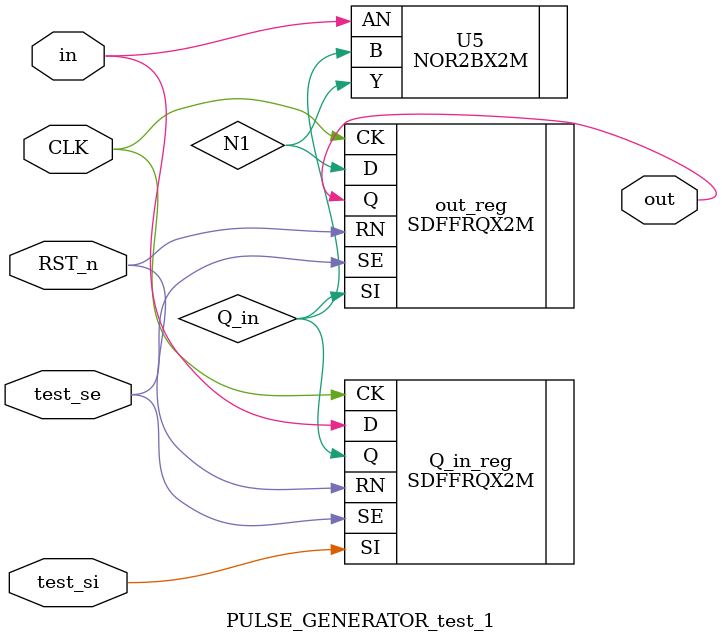
<source format=v>
module SYS_TOP (
	SI, 
	SE, 
	scan_clk, 
	scan_rst, 
	test_mode, 
	SO, 
	REF_CLK, 
	UART_CLK, 
	RST, 
	RX_IN, 
	TX_OUT, 
	test_si2, 
	test_so2, 
	test_si3, 
	test_so3, 
	test_si4, 
	test_so4, 
	test_si5, 
	test_so5);
   input SI;
   input SE;
   input scan_clk;
   input scan_rst;
   input test_mode;
   output SO;
   input REF_CLK;
   input UART_CLK;
   input RST;
   input RX_IN;
   output TX_OUT;
   input test_si2;
   output test_so2;
   input test_si3;
   output test_so3;
   input test_si4;
   output test_so4;
   input test_si5;
   output test_so5;

   // Internal wires
   wire REF_CLK__L2_N0;
   wire REF_CLK__L1_N0;
   wire UART_CLK__L2_N0;
   wire UART_CLK__L1_N0;
   wire scan_clk__L5_N0;
   wire scan_clk__L4_N0;
   wire scan_clk__L3_N1;
   wire scan_clk__L3_N0;
   wire scan_clk__L2_N2;
   wire scan_clk__L2_N1;
   wire scan_clk__L2_N0;
   wire scan_clk__L1_N0;
   wire REF_CLK_M__L5_N7;
   wire REF_CLK_M__L5_N6;
   wire REF_CLK_M__L5_N5;
   wire REF_CLK_M__L5_N4;
   wire REF_CLK_M__L5_N3;
   wire REF_CLK_M__L5_N2;
   wire REF_CLK_M__L5_N1;
   wire REF_CLK_M__L5_N0;
   wire REF_CLK_M__L4_N0;
   wire REF_CLK_M__L3_N0;
   wire REF_CLK_M__L2_N1;
   wire REF_CLK_M__L2_N0;
   wire REF_CLK_M__L1_N0;
   wire ALU_CLK__L1_N0;
   wire UART_CLK_M__L8_N3;
   wire UART_CLK_M__L8_N2;
   wire UART_CLK_M__L8_N1;
   wire UART_CLK_M__L8_N0;
   wire UART_CLK_M__L7_N0;
   wire UART_CLK_M__L6_N0;
   wire UART_CLK_M__L5_N0;
   wire UART_CLK_M__L4_N0;
   wire UART_CLK_M__L3_N0;
   wire UART_CLK_M__L2_N2;
   wire UART_CLK_M__L2_N1;
   wire UART_CLK_M__L2_N0;
   wire UART_CLK_M__L1_N0;
   wire RX_CLK_M__L1_N0;
   wire TX_CLK_M__L1_N0;
   wire FE_OFN24_SE;
   wire FE_OFN22_SE;
   wire FE_OFN21_SE;
   wire FE_OFN20_SE;
   wire FE_OFN19_SE;
   wire FE_OFN18_SE;
   wire FE_OFN17_SE;
   wire FE_OFN15_RST_D2_M;
   wire FE_OFN14_RST_D2_M;
   wire FE_OFN12_RST_D1_M;
   wire FE_OFN11_RST_D1_M;
   wire FE_OFN10_RST_D1_M;
   wire FE_OFN8_RST_D1_M;
   wire REF_CLK_M;
   wire UART_CLK_M;
   wire RST_M;
   wire RX_CLK;
   wire RX_CLK_M;
   wire TX_CLK;
   wire TX_CLK_M;
   wire RST_D1;
   wire RST_D1_M;
   wire RST_D2;
   wire RST_D2_M;
   wire Gate_En;
   wire ALU_CLK;
   wire in_Data_Sys_en;
   wire enable_pulse;
   wire F_Full;
   wire Rd_Valid;
   wire OUT_VALID;
   wire WR_INC;
   wire Enable;
   wire RdEn;
   wire WrEn;
   wire F_Empty;
   wire busy;
   wire R_INC;
   wire n1;
   wire n2;
   wire n8;
   wire n9;
   wire n10;
   wire n11;
   wire n12;
   wire n13;
   wire n16;
   wire n19;
   wire n20;
   wire n21;
   wire [7:0] REG3;
   wire [7:0] in_Data_Sys;
   wire [7:0] SYNC_bus;
   wire [7:0] RdData;
   wire [15:0] ALU_OUT;
   wire [7:0] WR_DATA;
   wire [3:0] ALU_FUN;
   wire [7:0] Wr_D;
   wire [7:0] Addr;
   wire [7:0] REG0;
   wire [7:0] REG1;
   wire [7:0] REG2;
   wire [7:0] in_DATA_tx;
   wire SYNOPSYS_UNCONNECTED__0;
   wire SYNOPSYS_UNCONNECTED__1;
   wire SYNOPSYS_UNCONNECTED__2;
   wire SYNOPSYS_UNCONNECTED__3;

   assign test_so5 = R_INC ;

   CLKINVX40M REF_CLK__L2_I0 (.Y(REF_CLK__L2_N0), 
	.A(REF_CLK__L1_N0));
   CLKINVX40M REF_CLK__L1_I0 (.Y(REF_CLK__L1_N0), 
	.A(REF_CLK));
   CLKINVX40M UART_CLK__L2_I0 (.Y(UART_CLK__L2_N0), 
	.A(UART_CLK__L1_N0));
   CLKINVX40M UART_CLK__L1_I0 (.Y(UART_CLK__L1_N0), 
	.A(UART_CLK));
   INVX2M scan_clk__L5_I0 (.Y(scan_clk__L5_N0), 
	.A(scan_clk__L4_N0));
   CLKINVX1M scan_clk__L4_I0 (.Y(scan_clk__L4_N0), 
	.A(scan_clk__L3_N1));
   CLKINVX1M scan_clk__L3_I1 (.Y(scan_clk__L3_N1), 
	.A(scan_clk__L2_N2));
   INVX2M scan_clk__L3_I0 (.Y(scan_clk__L3_N0), 
	.A(scan_clk__L2_N1));
   CLKBUFX3M scan_clk__L2_I2 (.Y(scan_clk__L2_N2), 
	.A(scan_clk__L1_N0));
   BUFX3M scan_clk__L2_I1 (.Y(scan_clk__L2_N1), 
	.A(scan_clk__L1_N0));
   INVX2M scan_clk__L2_I0 (.Y(scan_clk__L2_N0), 
	.A(scan_clk__L1_N0));
   CLKINVX40M scan_clk__L1_I0 (.Y(scan_clk__L1_N0), 
	.A(scan_clk));
   CLKINVX12M REF_CLK_M__L5_I7 (.Y(REF_CLK_M__L5_N7), 
	.A(REF_CLK_M__L4_N0));
   CLKINVX12M REF_CLK_M__L5_I6 (.Y(REF_CLK_M__L5_N6), 
	.A(REF_CLK_M__L4_N0));
   CLKINVX12M REF_CLK_M__L5_I5 (.Y(REF_CLK_M__L5_N5), 
	.A(REF_CLK_M__L4_N0));
   CLKINVX12M REF_CLK_M__L5_I4 (.Y(REF_CLK_M__L5_N4), 
	.A(REF_CLK_M__L4_N0));
   CLKINVX12M REF_CLK_M__L5_I3 (.Y(REF_CLK_M__L5_N3), 
	.A(REF_CLK_M__L4_N0));
   CLKINVX12M REF_CLK_M__L5_I2 (.Y(REF_CLK_M__L5_N2), 
	.A(REF_CLK_M__L4_N0));
   CLKINVX12M REF_CLK_M__L5_I1 (.Y(REF_CLK_M__L5_N1), 
	.A(REF_CLK_M__L4_N0));
   CLKINVX12M REF_CLK_M__L5_I0 (.Y(REF_CLK_M__L5_N0), 
	.A(REF_CLK_M__L4_N0));
   CLKINVX32M REF_CLK_M__L4_I0 (.Y(REF_CLK_M__L4_N0), 
	.A(REF_CLK_M__L3_N0));
   CLKINVX40M REF_CLK_M__L3_I0 (.Y(REF_CLK_M__L3_N0), 
	.A(REF_CLK_M__L2_N1));
   CLKBUFX40M REF_CLK_M__L2_I1 (.Y(REF_CLK_M__L2_N1), 
	.A(REF_CLK_M__L1_N0));
   CLKINVX12M REF_CLK_M__L2_I0 (.Y(REF_CLK_M__L2_N0), 
	.A(REF_CLK_M__L1_N0));
   CLKINVX3M REF_CLK_M__L1_I0 (.Y(REF_CLK_M__L1_N0), 
	.A(REF_CLK_M));
   CLKBUFX40M ALU_CLK__L1_I0 (.Y(ALU_CLK__L1_N0), 
	.A(ALU_CLK));
   INVX6M UART_CLK_M__L8_I3 (.Y(UART_CLK_M__L8_N3), 
	.A(UART_CLK_M__L7_N0));
   INVX6M UART_CLK_M__L8_I2 (.Y(UART_CLK_M__L8_N2), 
	.A(UART_CLK_M__L7_N0));
   INVX6M UART_CLK_M__L8_I1 (.Y(UART_CLK_M__L8_N1), 
	.A(UART_CLK_M__L7_N0));
   INVX6M UART_CLK_M__L8_I0 (.Y(UART_CLK_M__L8_N0), 
	.A(UART_CLK_M__L7_N0));
   CLKINVX32M UART_CLK_M__L7_I0 (.Y(UART_CLK_M__L7_N0), 
	.A(UART_CLK_M__L6_N0));
   CLKINVX40M UART_CLK_M__L6_I0 (.Y(UART_CLK_M__L6_N0), 
	.A(UART_CLK_M__L5_N0));
   CLKBUFX40M UART_CLK_M__L5_I0 (.Y(UART_CLK_M__L5_N0), 
	.A(UART_CLK_M__L4_N0));
   CLKBUFX40M UART_CLK_M__L4_I0 (.Y(UART_CLK_M__L4_N0), 
	.A(UART_CLK_M__L3_N0));
   CLKBUFX40M UART_CLK_M__L3_I0 (.Y(UART_CLK_M__L3_N0), 
	.A(UART_CLK_M__L2_N2));
   CLKBUFX40M UART_CLK_M__L2_I2 (.Y(UART_CLK_M__L2_N2), 
	.A(UART_CLK_M__L1_N0));
   INVX6M UART_CLK_M__L2_I1 (.Y(UART_CLK_M__L2_N1), 
	.A(UART_CLK_M__L1_N0));
   INVX6M UART_CLK_M__L2_I0 (.Y(UART_CLK_M__L2_N0), 
	.A(UART_CLK_M__L1_N0));
   CLKINVX24M UART_CLK_M__L1_I0 (.Y(UART_CLK_M__L1_N0), 
	.A(UART_CLK_M));
   CLKBUFX40M RX_CLK_M__L1_I0 (.Y(RX_CLK_M__L1_N0), 
	.A(RX_CLK_M));
   CLKBUFX40M TX_CLK_M__L1_I0 (.Y(TX_CLK_M__L1_N0), 
	.A(TX_CLK_M));
   BUFX4M FE_OFC24_SE (.Y(FE_OFN24_SE), 
	.A(FE_OFN17_SE));
   BUFX4M FE_OFC22_SE (.Y(FE_OFN22_SE), 
	.A(FE_OFN18_SE));
   CLKBUFX6M FE_OFC21_SE (.Y(FE_OFN21_SE), 
	.A(SE));
   BUFX4M FE_OFC20_SE (.Y(FE_OFN20_SE), 
	.A(SE));
   BUFX4M FE_OFC19_SE (.Y(FE_OFN19_SE), 
	.A(SE));
   BUFX4M FE_OFC18_SE (.Y(FE_OFN18_SE), 
	.A(SE));
   CLKBUFX6M FE_OFC17_SE (.Y(FE_OFN17_SE), 
	.A(SE));
   BUFX8M FE_OFC15_RST_D2_M (.Y(FE_OFN15_RST_D2_M), 
	.A(FE_OFN14_RST_D2_M));
   BUFX8M FE_OFC14_RST_D2_M (.Y(FE_OFN14_RST_D2_M), 
	.A(RST_D2_M));
   BUFX8M FE_OFC12_RST_D1_M (.Y(FE_OFN12_RST_D1_M), 
	.A(FE_OFN10_RST_D1_M));
   BUFX6M FE_OFC11_RST_D1_M (.Y(FE_OFN11_RST_D1_M), 
	.A(FE_OFN10_RST_D1_M));
   BUFX5M FE_OFC10_RST_D1_M (.Y(FE_OFN10_RST_D1_M), 
	.A(RST_D1_M));
   BUFX6M FE_OFC8_RST_D1_M (.Y(FE_OFN8_RST_D1_M), 
	.A(RST_D1_M));
   BUFX2M U4 (.Y(n1), 
	.A(Addr[0]));
   BUFX4M U5 (.Y(n2), 
	.A(Addr[1]));
   mux2X1_0 U0_mux2X1 (.IN_0(REF_CLK__L2_N0), 
	.IN_1(scan_clk__L3_N0), 
	.SEL(test_mode), 
	.OUT(REF_CLK_M));
   mux2X1_6 U1_mux2X1 (.IN_0(UART_CLK__L2_N0), 
	.IN_1(scan_clk__L2_N0), 
	.SEL(test_mode), 
	.OUT(UART_CLK_M));
   mux2X1_5 U2_mux2X1 (.IN_0(RST), 
	.IN_1(scan_rst), 
	.SEL(test_mode), 
	.OUT(RST_M));
   mux2X1_4 U3_mux2X1 (.IN_0(RX_CLK), 
	.IN_1(scan_clk__L5_N0), 
	.SEL(test_mode), 
	.OUT(RX_CLK_M));
   mux2X1_3 U4_mux2X1 (.IN_0(TX_CLK), 
	.IN_1(scan_clk__L5_N0), 
	.SEL(test_mode), 
	.OUT(TX_CLK_M));
   mux2X1_2 U5_mux2X1 (.IN_0(RST_D1), 
	.IN_1(scan_rst), 
	.SEL(test_mode), 
	.OUT(RST_D1_M));
   mux2X1_1 U6_mux2X1 (.IN_0(RST_D2), 
	.IN_1(scan_rst), 
	.SEL(test_mode), 
	.OUT(RST_D2_M));
   CLK_GATE CLK_GATE_dut (.E(Gate_En), 
	.CK(REF_CLK_M__L2_N0), 
	.test_en(test_mode), 
	.ECK(ALU_CLK));
   ClkDiv___test_1 CLK_DIV_TX_dut (.i_ref_clk(UART_CLK_M__L2_N0), 
	.i_rst_n(FE_OFN14_RST_D2_M), 
	.i_div_ratio({ 1'b0,
		1'b0,
		1'b1,
		1'b0,
		1'b0,
		1'b0,
		1'b0,
		1'b0 }), 
	.o_div_clk(TX_CLK), 
	.test_si(n20), 
	.test_so(n19), 
	.test_se(SE), 
	.FE_OFN15_RST_D2_M(FE_OFN15_RST_D2_M), 
	.FE_OFN17_SE(FE_OFN17_SE), 
	.FE_OFN20_SE(FE_OFN20_SE), 
	.UART_CLK_M__L8_N0(UART_CLK_M__L8_N0), 
	.UART_CLK_M__L8_N2(UART_CLK_M__L8_N2), 
	.UART_CLK_M__L8_N3(UART_CLK_M__L8_N3));
   ClkDiv___test_0 CLK_DIV_RX_dut (.i_ref_clk(UART_CLK_M__L2_N1), 
	.i_rst_n(FE_OFN14_RST_D2_M), 
	.i_div_ratio({ 1'b0,
		1'b0,
		1'b0,
		1'b0,
		1'b0,
		1'b0,
		1'b1,
		1'b0 }), 
	.o_div_clk(RX_CLK), 
	.test_si(n21), 
	.test_so(n20), 
	.test_se(FE_OFN17_SE), 
	.FE_OFN15_RST_D2_M(FE_OFN15_RST_D2_M), 
	.FE_OFN20_SE(FE_OFN20_SE), 
	.FE_OFN24_SE(FE_OFN24_SE), 
	.UART_CLK_M__L8_N0(UART_CLK_M__L8_N0), 
	.UART_CLK_M__L8_N1(UART_CLK_M__L8_N1), 
	.UART_CLK_M__L8_N2(UART_CLK_M__L8_N2));
   Rst_Sync_NUM_STAGES2_ACTIVE_TYPLOW_test_0 Rst_Sync_D1_dut (.RST(RST_M), 
	.CLK(REF_CLK_M__L5_N5), 
	.SYNC_RST(RST_D1), 
	.test_si(n13), 
	.test_so(n12), 
	.test_se(FE_OFN22_SE));
   Rst_Sync_NUM_STAGES2_ACTIVE_TYPLOW_test_1 Rst_Sync_D2_dut (.RST(RST_M), 
	.CLK(UART_CLK_M__L8_N3), 
	.SYNC_RST(RST_D2), 
	.test_si(n12), 
	.test_so(n11), 
	.test_se(SE), 
	.FE_OFN22_SE(FE_OFN22_SE));
   Data_Sync_NUM_STAGES2_BUS_WIDTH8_test_1 Data_Sync_dut (.CLK(REF_CLK_M__L5_N0), 
	.RST_n(FE_OFN10_RST_D1_M), 
	.bus_enable(in_Data_Sys_en), 
	.UNSYNC_bus({ in_Data_Sys[7],
		in_Data_Sys[6],
		in_Data_Sys[5],
		in_Data_Sys[4],
		in_Data_Sys[3],
		in_Data_Sys[2],
		in_Data_Sys[1],
		in_Data_Sys[0] }), 
	.enable_pulse(enable_pulse), 
	.SYNC_bus({ SYNC_bus[7],
		SYNC_bus[6],
		SYNC_bus[5],
		SYNC_bus[4],
		SYNC_bus[3],
		SYNC_bus[2],
		SYNC_bus[1],
		SYNC_bus[0] }), 
	.test_si2(test_si4), 
	.test_si1(n19), 
	.test_so2(n16), 
	.test_so1(test_so3), 
	.test_se(SE), 
	.FE_OFN8_RST_D1_M(FE_OFN8_RST_D1_M), 
	.FE_OFN18_SE(FE_OFN18_SE), 
	.REF_CLK_M__L5_N1(REF_CLK_M__L5_N1));
   SYS_CTRL_test_1 SYS_CTRL_dut (.CLK(REF_CLK_M__L5_N0), 
	.RST(FE_OFN10_RST_D1_M), 
	.Data_sync({ SYNC_bus[7],
		SYNC_bus[6],
		SYNC_bus[5],
		SYNC_bus[4],
		SYNC_bus[3],
		SYNC_bus[2],
		SYNC_bus[1],
		SYNC_bus[0] }), 
	.enable_pulse(enable_pulse), 
	.FIFO_FULL(F_Full), 
	.Rd_DATA({ RdData[7],
		RdData[6],
		RdData[5],
		RdData[4],
		RdData[3],
		RdData[2],
		RdData[1],
		RdData[0] }), 
	.Rd_Valid(Rd_Valid), 
	.ALU_OUT({ ALU_OUT[15],
		ALU_OUT[14],
		ALU_OUT[13],
		ALU_OUT[12],
		ALU_OUT[11],
		ALU_OUT[10],
		ALU_OUT[9],
		ALU_OUT[8],
		ALU_OUT[7],
		ALU_OUT[6],
		ALU_OUT[5],
		ALU_OUT[4],
		ALU_OUT[3],
		ALU_OUT[2],
		ALU_OUT[1],
		ALU_OUT[0] }), 
	.OUT_VALID(OUT_VALID), 
	.WR_DATA({ WR_DATA[7],
		WR_DATA[6],
		WR_DATA[5],
		WR_DATA[4],
		WR_DATA[3],
		WR_DATA[2],
		WR_DATA[1],
		WR_DATA[0] }), 
	.WR_INC(WR_INC), 
	.FUN({ ALU_FUN[3],
		ALU_FUN[2],
		ALU_FUN[1],
		ALU_FUN[0] }), 
	.EN(Enable), 
	.Gate_En(Gate_En), 
	.Wr_D({ Wr_D[7],
		Wr_D[6],
		Wr_D[5],
		Wr_D[4],
		Wr_D[3],
		Wr_D[2],
		Wr_D[1],
		Wr_D[0] }), 
	.Addr({ SYNOPSYS_UNCONNECTED__0,
		SYNOPSYS_UNCONNECTED__1,
		SYNOPSYS_UNCONNECTED__2,
		SYNOPSYS_UNCONNECTED__3,
		Addr[3],
		Addr[2],
		Addr[1],
		Addr[0] }), 
	.RdEn(RdEn), 
	.WrEn(WrEn), 
	.test_si(n11), 
	.test_so(n10), 
	.test_se(SE), 
	.FE_OFN11_RST_D1_M(FE_OFN11_RST_D1_M), 
	.FE_OFN12_RST_D1_M(FE_OFN12_RST_D1_M), 
	.FE_OFN8_RST_D1_M(FE_OFN8_RST_D1_M), 
	.FE_OFN18_SE(FE_OFN18_SE), 
	.FE_OFN19_SE(FE_OFN19_SE), 
	.REF_CLK_M__L5_N1(REF_CLK_M__L5_N1), 
	.REF_CLK_M__L5_N2(REF_CLK_M__L5_N2));
   Register_File_10_0_1_test_1 Reg_file_dut (.CLK(REF_CLK_M__L5_N1), 
	.RST_n(RST_D1_M), 
	.RdEn(RdEn), 
	.WrEn(WrEn), 
	.Address({ Addr[3],
		Addr[2],
		n2,
		n1 }), 
	.WrData({ Wr_D[7],
		Wr_D[6],
		Wr_D[5],
		Wr_D[4],
		Wr_D[3],
		Wr_D[2],
		Wr_D[1],
		Wr_D[0] }), 
	.RdData({ RdData[7],
		RdData[6],
		RdData[5],
		RdData[4],
		RdData[3],
		RdData[2],
		RdData[1],
		RdData[0] }), 
	.RdData_Valid(Rd_Valid), 
	.REG0({ REG0[7],
		REG0[6],
		REG0[5],
		REG0[4],
		REG0[3],
		REG0[2],
		REG0[1],
		REG0[0] }), 
	.REG1({ REG1[7],
		REG1[6],
		REG1[5],
		REG1[4],
		REG1[3],
		REG1[2],
		REG1[1],
		REG1[0] }), 
	.REG3 (), 
	.test_si2(test_si5), 
	.test_si1(n16), 
	.test_so2(n13), 
	.test_so1(test_so4), 
	.test_se(SE), 
	.FE_OFN10_RST_D1_M(FE_OFN10_RST_D1_M), 
	.FE_OFN11_RST_D1_M(FE_OFN11_RST_D1_M), 
	.FE_OFN8_RST_D1_M(FE_OFN8_RST_D1_M), 
	.FE_OFN18_SE(FE_OFN18_SE), 
	.FE_OFN19_SE(FE_OFN19_SE), 
	.FE_OFN22_SE(FE_OFN22_SE), 
	.REF_CLK_M__L5_N2(REF_CLK_M__L5_N2), 
	.REF_CLK_M__L5_N5(REF_CLK_M__L5_N5), 
	.REF_CLK_M__L5_N6(REF_CLK_M__L5_N6));
   ALU_00000008_00000004_test_1 ALU_dut (.CLK(ALU_CLK__L1_N0), 
	.RST_n(FE_OFN11_RST_D1_M), 
	.A({ REG0[7],
		REG0[6],
		REG0[5],
		REG0[4],
		REG0[3],
		REG0[2],
		REG0[1],
		REG0[0] }), 
	.B({ REG1[7],
		REG1[6],
		REG1[5],
		REG1[4],
		REG1[3],
		REG1[2],
		REG1[1],
		REG1[0] }), 
	.ALU_FUN({ ALU_FUN[3],
		ALU_FUN[2],
		ALU_FUN[1],
		ALU_FUN[0] }), 
	.Enable(Enable), 
	.ALU_OUT({ ALU_OUT[15],
		ALU_OUT[14],
		ALU_OUT[13],
		ALU_OUT[12],
		ALU_OUT[11],
		ALU_OUT[10],
		ALU_OUT[9],
		ALU_OUT[8],
		ALU_OUT[7],
		ALU_OUT[6],
		ALU_OUT[5],
		ALU_OUT[4],
		ALU_OUT[3],
		ALU_OUT[2],
		ALU_OUT[1],
		ALU_OUT[0] }), 
	.OUT_VALID(OUT_VALID), 
	.test_si(SI), 
	.test_se(FE_OFN19_SE), 
	.FE_OFN12_RST_D1_M(FE_OFN12_RST_D1_M), 
	.FE_OFN21_SE(FE_OFN21_SE));
   UART_TX_test_1 UART_TX_dut (.CLK(TX_CLK_M__L1_N0), 
	.RST_n(FE_OFN15_RST_D2_M), 
	.P_DATA({ in_DATA_tx[7],
		in_DATA_tx[6],
		in_DATA_tx[5],
		in_DATA_tx[4],
		in_DATA_tx[3],
		in_DATA_tx[2],
		in_DATA_tx[1],
		in_DATA_tx[0] }), 
	.PAR_EN(1'b1), 
	.PAR_TYP(1'b0), 
	.DATA_VALID(F_Empty), 
	.TX_OUT(TX_OUT), 
	.Busy(busy), 
	.test_si(n9), 
	.test_so(n8), 
	.test_se(FE_OFN24_SE));
   UART_RX_10_test_1 UART_RX_dut (.CLK(RX_CLK_M__L1_N0), 
	.RST_n(RST_D2_M), 
	.PAR_TYP(1'b0), 
	.PAR_EN(1'b1), 
	.Prescale({ 1'b0,
		1'b1,
		1'b0,
		1'b0,
		1'b0,
		1'b0 }), 
	.RX_IN(RX_IN), 
	.P_DATA({ in_Data_Sys[7],
		in_Data_Sys[6],
		in_Data_Sys[5],
		in_Data_Sys[4],
		in_Data_Sys[3],
		in_Data_Sys[2],
		in_Data_Sys[1],
		in_Data_Sys[0] }), 
	.DATA_Valid(in_Data_Sys_en), 
	.test_si(n10), 
	.test_so(n9), 
	.test_se(SE), 
	.FE_OFN14_RST_D2_M(FE_OFN14_RST_D2_M), 
	.FE_OFN18_SE(FE_OFN18_SE), 
	.FE_OFN22_SE(FE_OFN22_SE));
   ASYNC_FIFO_test_1 ASYNC_FIFO_dut (.W_CLK(REF_CLK_M__L5_N0), 
	.W_RST(RST_D1_M), 
	.W_INC(WR_INC), 
	.R_CLK(TX_CLK_M__L1_N0), 
	.R_RST(FE_OFN15_RST_D2_M), 
	.R_INC(R_INC), 
	.WR_DATA({ WR_DATA[7],
		WR_DATA[6],
		WR_DATA[5],
		WR_DATA[4],
		WR_DATA[3],
		WR_DATA[2],
		WR_DATA[1],
		WR_DATA[0] }), 
	.FULL(F_Full), 
	.EMPTY(F_Empty), 
	.RD_DATA({ in_DATA_tx[7],
		in_DATA_tx[6],
		in_DATA_tx[5],
		in_DATA_tx[4],
		in_DATA_tx[3],
		in_DATA_tx[2],
		in_DATA_tx[1],
		in_DATA_tx[0] }), 
	.test_si3(test_si3), 
	.test_si2(test_si2), 
	.test_si1(OUT_VALID), 
	.test_so3(n21), 
	.test_so2(test_so2), 
	.test_so1(SO), 
	.test_se(SE), 
	.FE_OFN10_RST_D1_M(FE_OFN10_RST_D1_M), 
	.FE_OFN11_RST_D1_M(FE_OFN11_RST_D1_M), 
	.FE_OFN12_RST_D1_M(FE_OFN12_RST_D1_M), 
	.FE_OFN17_SE(FE_OFN17_SE), 
	.FE_OFN18_SE(FE_OFN18_SE), 
	.FE_OFN21_SE(FE_OFN21_SE), 
	.FE_OFN24_SE(FE_OFN24_SE), 
	.REF_CLK_M__L5_N2(REF_CLK_M__L5_N2), 
	.REF_CLK_M__L5_N3(REF_CLK_M__L5_N3), 
	.REF_CLK_M__L5_N4(REF_CLK_M__L5_N4), 
	.REF_CLK_M__L5_N7(REF_CLK_M__L5_N7));
   PULSE_GENERATOR_test_1 pulse_gen_dut (.CLK(TX_CLK_M__L1_N0), 
	.RST_n(FE_OFN15_RST_D2_M), 
	.in(busy), 
	.out(R_INC), 
	.test_si(n8), 
	.test_se(FE_OFN24_SE));
endmodule

/////////////////////////////////////////////////////////////
// Created by: Synopsys DC Expert(TM) in wire load mode
// Version   : K-2015.06
// Date      : Thu Sep 21 15:14:42 2023
/////////////////////////////////////////////////////////////
module mux2X1_0 (
	IN_0, 
	IN_1, 
	SEL, 
	OUT);
   input IN_0;
   input IN_1;
   input SEL;
   output OUT;

   AO2B2X4M U1 (.Y(OUT), 
	.B1(IN_1), 
	.B0(SEL), 
	.A1N(SEL), 
	.A0(IN_0));
endmodule

module mux2X1_6 (
	IN_0, 
	IN_1, 
	SEL, 
	OUT);
   input IN_0;
   input IN_1;
   input SEL;
   output OUT;

   AO2B2X2M U1 (.Y(OUT), 
	.B1(IN_1), 
	.B0(SEL), 
	.A1N(SEL), 
	.A0(IN_0));
endmodule

module mux2X1_5 (
	IN_0, 
	IN_1, 
	SEL, 
	OUT);
   input IN_0;
   input IN_1;
   input SEL;
   output OUT;

   AO2B2X2M U1 (.Y(OUT), 
	.B1(IN_1), 
	.B0(SEL), 
	.A1N(SEL), 
	.A0(IN_0));
endmodule

module mux2X1_4 (
	IN_0, 
	IN_1, 
	SEL, 
	OUT);
   input IN_0;
   input IN_1;
   input SEL;
   output OUT;

   AO2B2X2M U1 (.Y(OUT), 
	.B1(IN_1), 
	.B0(SEL), 
	.A1N(SEL), 
	.A0(IN_0));
endmodule

module mux2X1_3 (
	IN_0, 
	IN_1, 
	SEL, 
	OUT);
   input IN_0;
   input IN_1;
   input SEL;
   output OUT;

   AO2B2X2M U1 (.Y(OUT), 
	.B1(IN_1), 
	.B0(SEL), 
	.A1N(SEL), 
	.A0(IN_0));
endmodule

module mux2X1_2 (
	IN_0, 
	IN_1, 
	SEL, 
	OUT);
   input IN_0;
   input IN_1;
   input SEL;
   output OUT;

   AO2B2X4M U1 (.Y(OUT), 
	.B1(IN_1), 
	.B0(SEL), 
	.A1N(SEL), 
	.A0(IN_0));
endmodule

module mux2X1_1 (
	IN_0, 
	IN_1, 
	SEL, 
	OUT);
   input IN_0;
   input IN_1;
   input SEL;
   output OUT;

   AO2B2X2M U1 (.Y(OUT), 
	.B1(IN_1), 
	.B0(SEL), 
	.A1N(SEL), 
	.A0(IN_0));
endmodule

module CLK_GATE (
	E, 
	CK, 
	test_en, 
	ECK);
   input E;
   input CK;
   input test_en;
   output ECK;

   // Internal wires
   wire _0_net_;

   TLATNCAX3M ICG_DUT (.ECK(ECK), 
	.E(_0_net_), 
	.CK(CK));
   OR2X2M U1 (.Y(_0_net_), 
	.B(test_en), 
	.A(E));
endmodule

module ClkDiv___0_DW01_inc_0 (
	A, 
	SUM);
   input [9:0] A;
   output [9:0] SUM;

   // Internal wires
   wire [9:2] carry;

   ADDHX1M U1_1_8 (.S(SUM[8]), 
	.CO(carry[9]), 
	.B(carry[8]), 
	.A(A[8]));
   ADDHX1M U1_1_6 (.S(SUM[6]), 
	.CO(carry[7]), 
	.B(carry[6]), 
	.A(A[6]));
   ADDHX1M U1_1_4 (.S(SUM[4]), 
	.CO(carry[5]), 
	.B(carry[4]), 
	.A(A[4]));
   ADDHX1M U1_1_5 (.S(SUM[5]), 
	.CO(carry[6]), 
	.B(carry[5]), 
	.A(A[5]));
   ADDHX1M U1_1_3 (.S(SUM[3]), 
	.CO(carry[4]), 
	.B(carry[3]), 
	.A(A[3]));
   ADDHX1M U1_1_2 (.S(SUM[2]), 
	.CO(carry[3]), 
	.B(carry[2]), 
	.A(A[2]));
   ADDHX1M U1_1_1 (.S(SUM[1]), 
	.CO(carry[2]), 
	.B(A[0]), 
	.A(A[1]));
   ADDHX1M U1_1_7 (.S(SUM[7]), 
	.CO(carry[8]), 
	.B(carry[7]), 
	.A(A[7]));
   CLKXOR2X2M U1 (.Y(SUM[9]), 
	.B(A[9]), 
	.A(carry[9]));
   CLKINVX1M U2 (.Y(SUM[0]), 
	.A(A[0]));
endmodule

module ClkDiv___0_DW01_inc_1 (
	A, 
	SUM);
   input [9:0] A;
   output [9:0] SUM;

   // Internal wires
   wire [9:2] carry;

   ADDHX1M U1_1_8 (.S(SUM[8]), 
	.CO(carry[9]), 
	.B(carry[8]), 
	.A(A[8]));
   ADDHX1M U1_1_6 (.S(SUM[6]), 
	.CO(carry[7]), 
	.B(carry[6]), 
	.A(A[6]));
   ADDHX1M U1_1_4 (.S(SUM[4]), 
	.CO(carry[5]), 
	.B(carry[4]), 
	.A(A[4]));
   ADDHX1M U1_1_5 (.S(SUM[5]), 
	.CO(carry[6]), 
	.B(carry[5]), 
	.A(A[5]));
   ADDHX1M U1_1_3 (.S(SUM[3]), 
	.CO(carry[4]), 
	.B(carry[3]), 
	.A(A[3]));
   ADDHX1M U1_1_2 (.S(SUM[2]), 
	.CO(carry[3]), 
	.B(carry[2]), 
	.A(A[2]));
   ADDHX1M U1_1_1 (.S(SUM[1]), 
	.CO(carry[2]), 
	.B(A[0]), 
	.A(A[1]));
   ADDHX1M U1_1_7 (.S(SUM[7]), 
	.CO(carry[8]), 
	.B(carry[7]), 
	.A(A[7]));
   CLKXOR2X2M U1 (.Y(SUM[9]), 
	.B(A[9]), 
	.A(carry[9]));
   CLKINVX1M U2 (.Y(SUM[0]), 
	.A(A[0]));
endmodule

module ClkDiv___0_DW01_inc_2 (
	A, 
	SUM);
   input [9:0] A;
   output [9:0] SUM;

   // Internal wires
   wire [9:2] carry;

   ADDHX1M U1_1_8 (.S(SUM[8]), 
	.CO(carry[9]), 
	.B(carry[8]), 
	.A(A[8]));
   ADDHX1M U1_1_7 (.S(SUM[7]), 
	.CO(carry[8]), 
	.B(carry[7]), 
	.A(A[7]));
   ADDHX1M U1_1_6 (.S(SUM[6]), 
	.CO(carry[7]), 
	.B(carry[6]), 
	.A(A[6]));
   ADDHX1M U1_1_5 (.S(SUM[5]), 
	.CO(carry[6]), 
	.B(carry[5]), 
	.A(A[5]));
   ADDHX1M U1_1_4 (.S(SUM[4]), 
	.CO(carry[5]), 
	.B(carry[4]), 
	.A(A[4]));
   ADDHX1M U1_1_3 (.S(SUM[3]), 
	.CO(carry[4]), 
	.B(carry[3]), 
	.A(A[3]));
   ADDHX1M U1_1_2 (.S(SUM[2]), 
	.CO(carry[3]), 
	.B(carry[2]), 
	.A(A[2]));
   ADDHX1M U1_1_1 (.S(SUM[1]), 
	.CO(carry[2]), 
	.B(A[0]), 
	.A(A[1]));
   CLKXOR2X2M U1 (.Y(SUM[9]), 
	.B(A[9]), 
	.A(carry[9]));
   CLKINVX1M U2 (.Y(SUM[0]), 
	.A(A[0]));
endmodule

module ClkDiv___0_DW01_inc_3 (
	A, 
	SUM);
   input [9:0] A;
   output [9:0] SUM;

   // Internal wires
   wire [9:2] carry;

   ADDHX1M U1_1_8 (.S(SUM[8]), 
	.CO(carry[9]), 
	.B(carry[8]), 
	.A(A[8]));
   ADDHX1M U1_1_6 (.S(SUM[6]), 
	.CO(carry[7]), 
	.B(carry[6]), 
	.A(A[6]));
   ADDHX1M U1_1_4 (.S(SUM[4]), 
	.CO(carry[5]), 
	.B(carry[4]), 
	.A(A[4]));
   ADDHX1M U1_1_5 (.S(SUM[5]), 
	.CO(carry[6]), 
	.B(carry[5]), 
	.A(A[5]));
   ADDHX1M U1_1_3 (.S(SUM[3]), 
	.CO(carry[4]), 
	.B(carry[3]), 
	.A(A[3]));
   ADDHX1M U1_1_2 (.S(SUM[2]), 
	.CO(carry[3]), 
	.B(carry[2]), 
	.A(A[2]));
   ADDHX1M U1_1_1 (.S(SUM[1]), 
	.CO(carry[2]), 
	.B(A[0]), 
	.A(A[1]));
   ADDHX1M U1_1_7 (.S(SUM[7]), 
	.CO(carry[8]), 
	.B(carry[7]), 
	.A(A[7]));
   CLKXOR2X2M U1 (.Y(SUM[9]), 
	.B(A[9]), 
	.A(carry[9]));
   CLKINVX1M U2 (.Y(SUM[0]), 
	.A(A[0]));
endmodule

module ClkDiv___test_1 (
	i_ref_clk, 
	i_rst_n, 
	i_div_ratio, 
	o_div_clk, 
	test_si, 
	test_so, 
	test_se, 
	FE_OFN15_RST_D2_M, 
	FE_OFN17_SE, 
	FE_OFN20_SE, 
	UART_CLK_M__L8_N0, 
	UART_CLK_M__L8_N2, 
	UART_CLK_M__L8_N3);
   input i_ref_clk;
   input i_rst_n;
   input [7:0] i_div_ratio;
   output o_div_clk;
   input test_si;
   output test_so;
   input test_se;
   input FE_OFN15_RST_D2_M;
   input FE_OFN17_SE;
   input FE_OFN20_SE;
   input UART_CLK_M__L8_N0;
   input UART_CLK_M__L8_N2;
   input UART_CLK_M__L8_N3;

   // Internal wires
   wire HTIE_LTIEHI_NET;
   wire LTIE_LTIELO_NET;
   wire even_ratio_31;
   wire N25;
   wire N26;
   wire N27;
   wire N28;
   wire N29;
   wire N30;
   wire N31;
   wire N32;
   wire N33;
   wire N34;
   wire N36;
   wire N37;
   wire N38;
   wire N39;
   wire N40;
   wire N41;
   wire N42;
   wire N43;
   wire N44;
   wire N45;
   wire N47;
   wire N48;
   wire N49;
   wire N50;
   wire N51;
   wire N52;
   wire N53;
   wire N54;
   wire N55;
   wire N56;
   wire N58;
   wire N59;
   wire N60;
   wire N61;
   wire N62;
   wire N63;
   wire N64;
   wire N65;
   wire N66;
   wire N67;
   wire N162;
   wire n64;
   wire n65;
   wire n84;
   wire n85;
   wire n86;
   wire n87;
   wire n88;
   wire n89;
   wire n90;
   wire n91;
   wire n92;
   wire n93;
   wire n94;
   wire n95;
   wire n96;
   wire n97;
   wire n98;
   wire n99;
   wire n100;
   wire n101;
   wire n102;
   wire n103;
   wire n104;
   wire n105;
   wire n106;
   wire n107;
   wire n108;
   wire n109;
   wire n110;
   wire n111;
   wire n112;
   wire n113;
   wire n114;
   wire n115;
   wire n116;
   wire n117;
   wire n118;
   wire n119;
   wire n120;
   wire n121;
   wire n122;
   wire n123;
   wire \add_43/carry[7] ;
   wire \add_43/carry[6] ;
   wire \add_43/carry[5] ;
   wire \add_43/carry[4] ;
   wire \add_43/carry[3] ;
   wire \add_43/carry[2] ;
   wire n2;
   wire n10;
   wire n11;
   wire n12;
   wire n13;
   wire n14;
   wire n62;
   wire n63;
   wire n66;
   wire n67;
   wire n68;
   wire n69;
   wire n70;
   wire n71;
   wire n72;
   wire n73;
   wire n74;
   wire n75;
   wire n76;
   wire n77;
   wire n78;
   wire n79;
   wire n80;
   wire n81;
   wire n82;
   wire n83;
   wire n124;
   wire n125;
   wire n126;
   wire n127;
   wire n128;
   wire n129;
   wire n130;
   wire n131;
   wire n132;
   wire n133;
   wire n134;
   wire n135;
   wire n136;
   wire n137;
   wire n138;
   wire n139;
   wire n140;
   wire n141;
   wire n142;
   wire n143;
   wire n144;
   wire n145;
   wire n146;
   wire n147;
   wire n148;
   wire n149;
   wire n150;
   wire n151;
   wire n152;
   wire n153;
   wire n154;
   wire n155;
   wire n156;
   wire n157;
   wire n158;
   wire n159;
   wire n160;
   wire n161;
   wire n162;
   wire n163;
   wire n164;
   wire n165;
   wire n166;
   wire n167;
   wire n168;
   wire n169;
   wire n170;
   wire n171;
   wire n172;
   wire n173;
   wire n174;
   wire n175;
   wire n176;
   wire n177;
   wire n178;
   wire n179;
   wire n180;
   wire n181;
   wire n182;
   wire n183;
   wire n184;
   wire n185;
   wire n186;
   wire n187;
   wire n188;
   wire [6:0] even_ratio;
   wire [31:0] half_low;
   wire [9:0] Counter_1;
   wire [9:0] Counter_2;
   wire [9:0] Counter_3;
   wire [9:0] Counter_4;
   wire [2:0] current_state;
   wire [2:0] next_state;

   assign test_so = current_state[2] ;

   TIEHIM HTIE_LTIEHI (.Y(HTIE_LTIEHI_NET));
   TIELOM LTIE_LTIELO (.Y(LTIE_LTIELO_NET));
   SDFFRQX2M \current_state_reg[1]  (.SI(current_state[0]), 
	.SE(test_se), 
	.RN(FE_OFN15_RST_D2_M), 
	.Q(current_state[1]), 
	.D(next_state[1]), 
	.CK(UART_CLK_M__L8_N0));
   SDFFRQX2M \current_state_reg[0]  (.SI(Counter_4[9]), 
	.SE(test_se), 
	.RN(i_rst_n), 
	.Q(current_state[0]), 
	.D(next_state[0]), 
	.CK(UART_CLK_M__L8_N0));
   SDFFRQX2M \Counter_4_reg[4]  (.SI(Counter_4[3]), 
	.SE(FE_OFN20_SE), 
	.RN(i_rst_n), 
	.Q(Counter_4[4]), 
	.D(n108), 
	.CK(UART_CLK_M__L8_N0));
   SDFFRQX2M \Counter_4_reg[6]  (.SI(Counter_4[5]), 
	.SE(test_se), 
	.RN(i_rst_n), 
	.Q(Counter_4[6]), 
	.D(n106), 
	.CK(UART_CLK_M__L8_N0));
   SDFFRQX2M \Counter_3_reg[6]  (.SI(Counter_3[5]), 
	.SE(test_se), 
	.RN(i_rst_n), 
	.Q(Counter_3[6]), 
	.D(n115), 
	.CK(UART_CLK_M__L8_N3));
   SDFFRQX2M \Counter_3_reg[4]  (.SI(Counter_3[3]), 
	.SE(FE_OFN20_SE), 
	.RN(i_rst_n), 
	.Q(Counter_3[4]), 
	.D(n117), 
	.CK(UART_CLK_M__L8_N3));
   SDFFRQX2M \Counter_1_reg[9]  (.SI(Counter_1[8]), 
	.SE(FE_OFN20_SE), 
	.RN(i_rst_n), 
	.Q(Counter_1[9]), 
	.D(n123), 
	.CK(UART_CLK_M__L8_N2));
   SDFFRQX2M \Counter_4_reg[9]  (.SI(Counter_4[8]), 
	.SE(test_se), 
	.RN(i_rst_n), 
	.Q(Counter_4[9]), 
	.D(n103), 
	.CK(UART_CLK_M__L8_N0));
   SDFFRQX2M \Counter_3_reg[9]  (.SI(Counter_3[8]), 
	.SE(test_se), 
	.RN(i_rst_n), 
	.Q(Counter_3[9]), 
	.D(n122), 
	.CK(UART_CLK_M__L8_N3));
   SDFFRQX2M \current_state_reg[2]  (.SI(current_state[1]), 
	.SE(FE_OFN17_SE), 
	.RN(FE_OFN15_RST_D2_M), 
	.Q(current_state[2]), 
	.D(n186), 
	.CK(UART_CLK_M__L8_N0));
   SDFFRQX2M \Counter_2_reg[9]  (.SI(Counter_2[8]), 
	.SE(FE_OFN17_SE), 
	.RN(FE_OFN15_RST_D2_M), 
	.Q(Counter_2[9]), 
	.D(n84), 
	.CK(UART_CLK_M__L8_N0));
   SDFFRQX2M \Counter_4_reg[0]  (.SI(Counter_3[9]), 
	.SE(test_se), 
	.RN(i_rst_n), 
	.Q(Counter_4[0]), 
	.D(n112), 
	.CK(UART_CLK_M__L8_N3));
   SDFFRQX2M \Counter_3_reg[0]  (.SI(Counter_2[9]), 
	.SE(FE_OFN20_SE), 
	.RN(i_rst_n), 
	.Q(Counter_3[0]), 
	.D(n121), 
	.CK(UART_CLK_M__L8_N3));
   SDFFRQX2M \Counter_1_reg[0]  (.SI(test_si), 
	.SE(FE_OFN17_SE), 
	.RN(FE_OFN15_RST_D2_M), 
	.Q(Counter_1[0]), 
	.D(n102), 
	.CK(UART_CLK_M__L8_N0));
   SDFFRQX2M \Counter_2_reg[0]  (.SI(Counter_1[9]), 
	.SE(FE_OFN20_SE), 
	.RN(i_rst_n), 
	.Q(Counter_2[0]), 
	.D(n93), 
	.CK(UART_CLK_M__L8_N0));
   SDFFRQX2M \Counter_1_reg[8]  (.SI(Counter_1[7]), 
	.SE(FE_OFN20_SE), 
	.RN(i_rst_n), 
	.Q(Counter_1[8]), 
	.D(n94), 
	.CK(UART_CLK_M__L8_N2));
   SDFFRQX2M \Counter_4_reg[8]  (.SI(Counter_4[7]), 
	.SE(test_se), 
	.RN(i_rst_n), 
	.Q(Counter_4[8]), 
	.D(n104), 
	.CK(UART_CLK_M__L8_N0));
   SDFFRQX2M \Counter_3_reg[8]  (.SI(Counter_3[7]), 
	.SE(test_se), 
	.RN(i_rst_n), 
	.Q(Counter_3[8]), 
	.D(n113), 
	.CK(UART_CLK_M__L8_N3));
   SDFFRQX2M \Counter_4_reg[1]  (.SI(Counter_4[0]), 
	.SE(test_se), 
	.RN(i_rst_n), 
	.Q(Counter_4[1]), 
	.D(n111), 
	.CK(UART_CLK_M__L8_N3));
   SDFFRQX2M \Counter_4_reg[2]  (.SI(Counter_4[1]), 
	.SE(test_se), 
	.RN(i_rst_n), 
	.Q(Counter_4[2]), 
	.D(n110), 
	.CK(UART_CLK_M__L8_N3));
   SDFFRQX2M \Counter_4_reg[3]  (.SI(Counter_4[2]), 
	.SE(FE_OFN20_SE), 
	.RN(i_rst_n), 
	.Q(Counter_4[3]), 
	.D(n109), 
	.CK(UART_CLK_M__L8_N3));
   SDFFRQX2M \Counter_4_reg[5]  (.SI(Counter_4[4]), 
	.SE(FE_OFN20_SE), 
	.RN(i_rst_n), 
	.Q(Counter_4[5]), 
	.D(n107), 
	.CK(UART_CLK_M__L8_N0));
   SDFFRQX2M \Counter_3_reg[5]  (.SI(Counter_3[4]), 
	.SE(FE_OFN20_SE), 
	.RN(i_rst_n), 
	.Q(Counter_3[5]), 
	.D(n116), 
	.CK(UART_CLK_M__L8_N3));
   SDFFRQX2M \Counter_3_reg[3]  (.SI(Counter_3[2]), 
	.SE(FE_OFN20_SE), 
	.RN(i_rst_n), 
	.Q(Counter_3[3]), 
	.D(n118), 
	.CK(UART_CLK_M__L8_N3));
   SDFFRQX2M \Counter_3_reg[2]  (.SI(Counter_3[1]), 
	.SE(FE_OFN20_SE), 
	.RN(i_rst_n), 
	.Q(Counter_3[2]), 
	.D(n119), 
	.CK(UART_CLK_M__L8_N3));
   SDFFRQX2M \Counter_3_reg[1]  (.SI(Counter_3[0]), 
	.SE(FE_OFN20_SE), 
	.RN(i_rst_n), 
	.Q(Counter_3[1]), 
	.D(n120), 
	.CK(UART_CLK_M__L8_N3));
   SDFFRQX2M \Counter_4_reg[7]  (.SI(Counter_4[6]), 
	.SE(test_se), 
	.RN(i_rst_n), 
	.Q(Counter_4[7]), 
	.D(n105), 
	.CK(UART_CLK_M__L8_N0));
   SDFFRQX2M \Counter_3_reg[7]  (.SI(Counter_3[6]), 
	.SE(test_se), 
	.RN(i_rst_n), 
	.Q(Counter_3[7]), 
	.D(n114), 
	.CK(UART_CLK_M__L8_N3));
   SDFFRQX2M \Counter_1_reg[6]  (.SI(Counter_1[5]), 
	.SE(FE_OFN20_SE), 
	.RN(i_rst_n), 
	.Q(Counter_1[6]), 
	.D(n96), 
	.CK(UART_CLK_M__L8_N2));
   SDFFRQX2M \Counter_1_reg[4]  (.SI(Counter_1[3]), 
	.SE(FE_OFN20_SE), 
	.RN(i_rst_n), 
	.Q(Counter_1[4]), 
	.D(n98), 
	.CK(UART_CLK_M__L8_N3));
   SDFFRQX2M \Counter_1_reg[5]  (.SI(Counter_1[4]), 
	.SE(FE_OFN20_SE), 
	.RN(i_rst_n), 
	.Q(Counter_1[5]), 
	.D(n97), 
	.CK(UART_CLK_M__L8_N2));
   SDFFRQX2M \Counter_1_reg[3]  (.SI(Counter_1[2]), 
	.SE(FE_OFN20_SE), 
	.RN(i_rst_n), 
	.Q(Counter_1[3]), 
	.D(n99), 
	.CK(UART_CLK_M__L8_N3));
   SDFFRQX2M \Counter_1_reg[2]  (.SI(Counter_1[1]), 
	.SE(FE_OFN20_SE), 
	.RN(i_rst_n), 
	.Q(Counter_1[2]), 
	.D(n100), 
	.CK(UART_CLK_M__L8_N3));
   SDFFRQX2M \Counter_1_reg[1]  (.SI(Counter_1[0]), 
	.SE(FE_OFN20_SE), 
	.RN(i_rst_n), 
	.Q(Counter_1[1]), 
	.D(n101), 
	.CK(UART_CLK_M__L8_N2));
   SDFFRQX2M \Counter_2_reg[2]  (.SI(Counter_2[1]), 
	.SE(FE_OFN20_SE), 
	.RN(FE_OFN15_RST_D2_M), 
	.Q(Counter_2[2]), 
	.D(n91), 
	.CK(UART_CLK_M__L8_N0));
   SDFFRQX2M \Counter_2_reg[3]  (.SI(Counter_2[2]), 
	.SE(FE_OFN20_SE), 
	.RN(FE_OFN15_RST_D2_M), 
	.Q(Counter_2[3]), 
	.D(n90), 
	.CK(UART_CLK_M__L8_N0));
   SDFFRQX2M \Counter_2_reg[4]  (.SI(Counter_2[3]), 
	.SE(FE_OFN17_SE), 
	.RN(FE_OFN15_RST_D2_M), 
	.Q(Counter_2[4]), 
	.D(n89), 
	.CK(UART_CLK_M__L8_N0));
   SDFFRQX2M \Counter_2_reg[5]  (.SI(Counter_2[4]), 
	.SE(FE_OFN17_SE), 
	.RN(FE_OFN15_RST_D2_M), 
	.Q(Counter_2[5]), 
	.D(n88), 
	.CK(UART_CLK_M__L8_N0));
   SDFFRQX2M \Counter_2_reg[6]  (.SI(Counter_2[5]), 
	.SE(FE_OFN17_SE), 
	.RN(FE_OFN15_RST_D2_M), 
	.Q(Counter_2[6]), 
	.D(n87), 
	.CK(UART_CLK_M__L8_N0));
   SDFFRQX2M \Counter_2_reg[7]  (.SI(Counter_2[6]), 
	.SE(FE_OFN17_SE), 
	.RN(FE_OFN15_RST_D2_M), 
	.Q(Counter_2[7]), 
	.D(n86), 
	.CK(UART_CLK_M__L8_N0));
   SDFFRQX2M \Counter_2_reg[8]  (.SI(Counter_2[7]), 
	.SE(FE_OFN20_SE), 
	.RN(i_rst_n), 
	.Q(Counter_2[8]), 
	.D(n85), 
	.CK(UART_CLK_M__L8_N0));
   SDFFRQX2M \Counter_1_reg[7]  (.SI(Counter_1[6]), 
	.SE(FE_OFN20_SE), 
	.RN(i_rst_n), 
	.Q(Counter_1[7]), 
	.D(n95), 
	.CK(UART_CLK_M__L8_N2));
   SDFFRQX2M \Counter_2_reg[1]  (.SI(Counter_2[0]), 
	.SE(FE_OFN20_SE), 
	.RN(i_rst_n), 
	.Q(Counter_2[1]), 
	.D(n92), 
	.CK(UART_CLK_M__L8_N2));
   AOI31X2M U52 (.Y(n64), 
	.B0(n65), 
	.A2(n187), 
	.A1(n188), 
	.A0(i_ref_clk));
   NAND2X2M U12 (.Y(n142), 
	.B(n131), 
	.A(n83));
   NOR2X2M U51 (.Y(n2), 
	.B(n146), 
	.A(n143));
   NOR2X2M U53 (.Y(n148), 
	.B(n146), 
	.A(n143));
   INVX2M U54 (.Y(n146), 
	.A(n141));
   INVX2M U55 (.Y(n152), 
	.A(n83));
   INVX2M U56 (.Y(n150), 
	.A(n131));
   INVX2M U57 (.Y(n80), 
	.A(n66));
   INVX2M U62 (.Y(n143), 
	.A(n130));
   NAND2BX2M U63 (.Y(n66), 
	.B(even_ratio_31), 
	.AN(\add_43/carry[7] ));
   ADDHX1M U64 (.S(half_low[5]), 
	.CO(\add_43/carry[6] ), 
	.B(\add_43/carry[5] ), 
	.A(even_ratio[5]));
   ADDHX1M U65 (.S(half_low[2]), 
	.CO(\add_43/carry[3] ), 
	.B(\add_43/carry[2] ), 
	.A(even_ratio[2]));
   ADDHX1M U66 (.S(half_low[3]), 
	.CO(\add_43/carry[4] ), 
	.B(\add_43/carry[3] ), 
	.A(even_ratio[3]));
   ADDHX1M U67 (.S(half_low[1]), 
	.CO(\add_43/carry[2] ), 
	.B(even_ratio[0]), 
	.A(even_ratio[1]));
   ADDHX1M U68 (.S(half_low[4]), 
	.CO(\add_43/carry[5] ), 
	.B(\add_43/carry[4] ), 
	.A(even_ratio[4]));
   ADDHX1M U69 (.S(half_low[6]), 
	.CO(\add_43/carry[7] ), 
	.B(\add_43/carry[6] ), 
	.A(even_ratio[6]));
   OR2X2M U73 (.Y(n10), 
	.B(LTIE_LTIELO_NET), 
	.A(LTIE_LTIELO_NET));
   CLKINVX1M U74 (.Y(even_ratio[0]), 
	.A(LTIE_LTIELO_NET));
   OAI2BB1X1M U75 (.Y(even_ratio[1]), 
	.B0(n10), 
	.A1N(LTIE_LTIELO_NET), 
	.A0N(LTIE_LTIELO_NET));
   OR2X1M U76 (.Y(n11), 
	.B(LTIE_LTIELO_NET), 
	.A(n10));
   OAI2BB1X1M U77 (.Y(even_ratio[2]), 
	.B0(n11), 
	.A1N(LTIE_LTIELO_NET), 
	.A0N(n10));
   OR2X1M U78 (.Y(n12), 
	.B(LTIE_LTIELO_NET), 
	.A(n11));
   OAI2BB1X1M U79 (.Y(even_ratio[3]), 
	.B0(n12), 
	.A1N(LTIE_LTIELO_NET), 
	.A0N(n11));
   OR2X1M U80 (.Y(n13), 
	.B(HTIE_LTIEHI_NET), 
	.A(n12));
   OAI2BB1X1M U81 (.Y(even_ratio[4]), 
	.B0(n13), 
	.A1N(HTIE_LTIEHI_NET), 
	.A0N(n12));
   XNOR2X1M U82 (.Y(even_ratio[5]), 
	.B(n13), 
	.A(LTIE_LTIELO_NET));
   NOR3X1M U83 (.Y(even_ratio_31), 
	.C(n13), 
	.B(LTIE_LTIELO_NET), 
	.A(LTIE_LTIELO_NET));
   OAI21X1M U84 (.Y(n14), 
	.B0(LTIE_LTIELO_NET), 
	.A1(n13), 
	.A0(LTIE_LTIELO_NET));
   NAND2BX1M U85 (.Y(even_ratio[6]), 
	.B(n14), 
	.AN(even_ratio_31));
   CLKXOR2X2M U86 (.Y(half_low[7]), 
	.B(even_ratio_31), 
	.A(\add_43/carry[7] ));
   NOR2BX1M U88 (.Y(n62), 
	.B(Counter_2[0]), 
	.AN(LTIE_LTIELO_NET));
   OAI2B2X1M U89 (.Y(n68), 
	.B1(n62), 
	.B0(half_low[1]), 
	.A1N(Counter_2[1]), 
	.A0(n62));
   NOR2BX1M U90 (.Y(n63), 
	.B(LTIE_LTIELO_NET), 
	.AN(Counter_2[0]));
   OAI2B2X1M U91 (.Y(n67), 
	.B1(n63), 
	.B0(Counter_2[1]), 
	.A1N(half_low[1]), 
	.A0(n63));
   XNOR2X1M U93 (.Y(n72), 
	.B(Counter_2[5]), 
	.A(half_low[5]));
   XNOR2X1M U94 (.Y(n71), 
	.B(Counter_2[4]), 
	.A(half_low[4]));
   XNOR2X1M U95 (.Y(n70), 
	.B(Counter_2[3]), 
	.A(half_low[3]));
   XNOR2X1M U96 (.Y(n69), 
	.B(Counter_2[2]), 
	.A(half_low[2]));
   NAND4X1M U97 (.Y(n78), 
	.D(n69), 
	.C(n70), 
	.B(n71), 
	.A(n72));
   XNOR2X1M U98 (.Y(n76), 
	.B(Counter_2[9]), 
	.A(n80));
   XNOR2X1M U99 (.Y(n75), 
	.B(Counter_2[8]), 
	.A(n80));
   XNOR2X1M U100 (.Y(n74), 
	.B(Counter_2[7]), 
	.A(half_low[7]));
   XNOR2X1M U101 (.Y(n73), 
	.B(Counter_2[6]), 
	.A(half_low[6]));
   NAND4X1M U102 (.Y(n77), 
	.D(n73), 
	.C(n74), 
	.B(n75), 
	.A(n76));
   NOR4X1M U103 (.Y(N162), 
	.D(n77), 
	.C(n78), 
	.B(n79), 
	.A(n80));
   CLKINVX1M U104 (.Y(o_div_clk), 
	.A(n64));
   OAI211X1M U105 (.Y(next_state[1]), 
	.C0(n124), 
	.B0(n83), 
	.A1(n82), 
	.A0(n81));
   AOI2B1X1M U106 (.Y(n124), 
	.B0(n127), 
	.A1N(n125), 
	.A0(n126));
   AOI21X1M U107 (.Y(n81), 
	.B0(n129), 
	.A1(n128), 
	.A0(n65));
   NAND4X1M U108 (.Y(next_state[0]), 
	.D(n133), 
	.C(n132), 
	.B(n131), 
	.A(n130));
   AOI221XLM U109 (.Y(n133), 
	.C0(n127), 
	.B1(n82), 
	.B0(n134), 
	.A1(n187), 
	.A0(n129));
   OAI2BB1X1M U110 (.Y(n127), 
	.B0(n135), 
	.A1N(N162), 
	.A0N(n134));
   OAI21X1M U111 (.Y(n135), 
	.B0(LTIE_LTIELO_NET), 
	.A1(n136), 
	.A0(n126));
   NOR3X1M U112 (.Y(n129), 
	.C(current_state[0]), 
	.B(current_state[2]), 
	.A(n137));
   NOR4BX1M U113 (.Y(n137), 
	.D(LTIE_LTIELO_NET), 
	.C(LTIE_LTIELO_NET), 
	.B(LTIE_LTIELO_NET), 
	.AN(n138));
   NOR4X1M U114 (.Y(n138), 
	.D(LTIE_LTIELO_NET), 
	.C(HTIE_LTIEHI_NET), 
	.B(LTIE_LTIELO_NET), 
	.A(LTIE_LTIELO_NET));
   NAND2BX1M U115 (.Y(n132), 
	.B(n136), 
	.AN(n139));
   OAI32X1M U116 (.Y(n186), 
	.B1(n141), 
	.B0(n82), 
	.A2(n140), 
	.A1(n187), 
	.A0(n128));
   CLKINVX1M U117 (.Y(n82), 
	.A(LTIE_LTIELO_NET));
   AO22X1M U118 (.Y(n99), 
	.B1(n143), 
	.B0(N28), 
	.A1(Counter_1[3]), 
	.A0(n142));
   AO22X1M U119 (.Y(n98), 
	.B1(n143), 
	.B0(N29), 
	.A1(Counter_1[4]), 
	.A0(n142));
   AO22X1M U120 (.Y(n97), 
	.B1(n143), 
	.B0(N30), 
	.A1(Counter_1[5]), 
	.A0(n142));
   AO22X1M U121 (.Y(n96), 
	.B1(n143), 
	.B0(N31), 
	.A1(Counter_1[6]), 
	.A0(n142));
   AO22X1M U122 (.Y(n95), 
	.B1(n143), 
	.B0(N32), 
	.A1(Counter_1[7]), 
	.A0(n142));
   OAI2BB2X1M U123 (.Y(n94), 
	.B1(n145), 
	.B0(n144), 
	.A1N(n143), 
	.A0N(N33));
   AO22X1M U124 (.Y(n93), 
	.B1(n146), 
	.B0(N36), 
	.A1(n142), 
	.A0(Counter_2[0]));
   AO22X1M U125 (.Y(n92), 
	.B1(n146), 
	.B0(N37), 
	.A1(n142), 
	.A0(Counter_2[1]));
   AO22X1M U126 (.Y(n91), 
	.B1(n146), 
	.B0(N38), 
	.A1(n142), 
	.A0(Counter_2[2]));
   AO22X1M U127 (.Y(n90), 
	.B1(n146), 
	.B0(N39), 
	.A1(n142), 
	.A0(Counter_2[3]));
   AO22X1M U128 (.Y(n89), 
	.B1(n146), 
	.B0(N40), 
	.A1(n142), 
	.A0(Counter_2[4]));
   AO22X1M U129 (.Y(n88), 
	.B1(n146), 
	.B0(N41), 
	.A1(n142), 
	.A0(Counter_2[5]));
   AO22X1M U130 (.Y(n87), 
	.B1(n146), 
	.B0(N42), 
	.A1(n142), 
	.A0(Counter_2[6]));
   AO22X1M U131 (.Y(n86), 
	.B1(n146), 
	.B0(N43), 
	.A1(n142), 
	.A0(Counter_2[7]));
   AO22X1M U132 (.Y(n85), 
	.B1(n146), 
	.B0(N44), 
	.A1(n142), 
	.A0(Counter_2[8]));
   AO22X1M U133 (.Y(n84), 
	.B1(n146), 
	.B0(N45), 
	.A1(n142), 
	.A0(Counter_2[9]));
   OAI2BB2X1M U134 (.Y(n123), 
	.B1(n147), 
	.B0(n144), 
	.A1N(n143), 
	.A0N(N34));
   CLKINVX1M U135 (.Y(n144), 
	.A(n142));
   OAI2BB2X1M U136 (.Y(n122), 
	.B1(n149), 
	.B0(n148), 
	.A1N(n150), 
	.A0N(N56));
   AO2B2X1M U137 (.Y(n121), 
	.B1(n150), 
	.B0(N47), 
	.A1N(n148), 
	.A0(Counter_3[0]));
   AO2B2X1M U138 (.Y(n120), 
	.B1(n150), 
	.B0(N48), 
	.A1N(n2), 
	.A0(Counter_3[1]));
   AO2B2X1M U139 (.Y(n119), 
	.B1(n150), 
	.B0(N49), 
	.A1N(n148), 
	.A0(Counter_3[2]));
   AO2B2X1M U140 (.Y(n118), 
	.B1(n150), 
	.B0(N50), 
	.A1N(n2), 
	.A0(Counter_3[3]));
   AO2B2X1M U141 (.Y(n117), 
	.B1(n150), 
	.B0(N51), 
	.A1N(n148), 
	.A0(Counter_3[4]));
   AO2B2X1M U142 (.Y(n116), 
	.B1(n150), 
	.B0(N52), 
	.A1N(n2), 
	.A0(Counter_3[5]));
   AO2B2X1M U143 (.Y(n115), 
	.B1(n150), 
	.B0(N53), 
	.A1N(n148), 
	.A0(Counter_3[6]));
   AO2B2X1M U144 (.Y(n114), 
	.B1(n150), 
	.B0(N54), 
	.A1N(n2), 
	.A0(Counter_3[7]));
   OAI2BB2X1M U145 (.Y(n113), 
	.B1(n151), 
	.B0(n2), 
	.A1N(n150), 
	.A0N(N55));
   AO2B2X1M U146 (.Y(n112), 
	.B1(n152), 
	.B0(N58), 
	.A1N(n148), 
	.A0(Counter_4[0]));
   AO2B2X1M U147 (.Y(n111), 
	.B1(n152), 
	.B0(N59), 
	.A1N(n2), 
	.A0(Counter_4[1]));
   AO2B2X1M U148 (.Y(n110), 
	.B1(n152), 
	.B0(N60), 
	.A1N(n148), 
	.A0(Counter_4[2]));
   AO2B2X1M U149 (.Y(n109), 
	.B1(n152), 
	.B0(N61), 
	.A1N(n2), 
	.A0(Counter_4[3]));
   AO2B2X1M U150 (.Y(n108), 
	.B1(n152), 
	.B0(N62), 
	.A1N(n148), 
	.A0(Counter_4[4]));
   AO2B2X1M U151 (.Y(n107), 
	.B1(n152), 
	.B0(N63), 
	.A1N(n2), 
	.A0(Counter_4[5]));
   AO2B2X1M U152 (.Y(n106), 
	.B1(n152), 
	.B0(N64), 
	.A1N(n148), 
	.A0(Counter_4[6]));
   AO2B2X1M U153 (.Y(n105), 
	.B1(n152), 
	.B0(N65), 
	.A1N(n2), 
	.A0(Counter_4[7]));
   OAI2BB2X1M U154 (.Y(n104), 
	.B1(n153), 
	.B0(n148), 
	.A1N(n152), 
	.A0N(N66));
   OAI2BB2X1M U155 (.Y(n103), 
	.B1(n154), 
	.B0(n2), 
	.A1N(n152), 
	.A0N(N67));
   NAND2BX1M U156 (.Y(n141), 
	.B(n134), 
	.AN(N162));
   NOR3X1M U157 (.Y(n134), 
	.C(n188), 
	.B(current_state[1]), 
	.A(current_state[0]));
   AO22X1M U158 (.Y(n102), 
	.B1(n143), 
	.B0(N25), 
	.A1(Counter_1[0]), 
	.A0(n142));
   AO22X1M U159 (.Y(n101), 
	.B1(n143), 
	.B0(N26), 
	.A1(Counter_1[1]), 
	.A0(n142));
   AO22X1M U160 (.Y(n100), 
	.B1(n143), 
	.B0(N27), 
	.A1(Counter_1[2]), 
	.A0(n142));
   NAND3X1M U161 (.Y(n130), 
	.C(n65), 
	.B(current_state[1]), 
	.A(n128));
   CLKINVX1M U162 (.Y(n65), 
	.A(n140));
   NAND4X1M U163 (.Y(n128), 
	.D(n158), 
	.C(n157), 
	.B(n156), 
	.A(n155));
   NOR4X1M U164 (.Y(n158), 
	.D(n161), 
	.C(Counter_1[7]), 
	.B(n160), 
	.A(n159));
   CLKXOR2X2M U165 (.Y(n161), 
	.B(Counter_1[0]), 
	.A(even_ratio[0]));
   CLKXOR2X2M U166 (.Y(n160), 
	.B(Counter_1[5]), 
	.A(even_ratio[5]));
   NAND3X1M U167 (.Y(n159), 
	.C(n145), 
	.B(n162), 
	.A(n147));
   CLKINVX1M U168 (.Y(n145), 
	.A(Counter_1[8]));
   CLKINVX1M U169 (.Y(n147), 
	.A(Counter_1[9]));
   NOR3X1M U170 (.Y(n157), 
	.C(n165), 
	.B(n164), 
	.A(n163));
   CLKXOR2X2M U171 (.Y(n165), 
	.B(Counter_1[1]), 
	.A(even_ratio[1]));
   CLKXOR2X2M U172 (.Y(n164), 
	.B(Counter_1[3]), 
	.A(even_ratio[3]));
   CLKXOR2X2M U173 (.Y(n163), 
	.B(Counter_1[2]), 
	.A(even_ratio[2]));
   XNOR2X1M U174 (.Y(n156), 
	.B(even_ratio[4]), 
	.A(Counter_1[4]));
   XNOR2X1M U175 (.Y(n155), 
	.B(even_ratio[6]), 
	.A(Counter_1[6]));
   CLKNAND2X2M U176 (.Y(n131), 
	.B(n125), 
	.A(n126));
   NAND4X1M U177 (.Y(n125), 
	.D(n169), 
	.C(n168), 
	.B(n167), 
	.A(n166));
   NOR4X1M U178 (.Y(n169), 
	.D(n172), 
	.C(Counter_3[7]), 
	.B(n171), 
	.A(n170));
   CLKXOR2X2M U179 (.Y(n172), 
	.B(Counter_3[0]), 
	.A(even_ratio[0]));
   CLKXOR2X2M U180 (.Y(n171), 
	.B(Counter_3[5]), 
	.A(even_ratio[5]));
   NAND3X1M U181 (.Y(n170), 
	.C(n151), 
	.B(n162), 
	.A(n149));
   CLKINVX1M U182 (.Y(n151), 
	.A(Counter_3[8]));
   CLKINVX1M U183 (.Y(n149), 
	.A(Counter_3[9]));
   NOR3X1M U184 (.Y(n168), 
	.C(n175), 
	.B(n174), 
	.A(n173));
   CLKXOR2X2M U185 (.Y(n175), 
	.B(Counter_3[1]), 
	.A(even_ratio[1]));
   CLKXOR2X2M U186 (.Y(n174), 
	.B(Counter_3[3]), 
	.A(even_ratio[3]));
   CLKXOR2X2M U187 (.Y(n173), 
	.B(Counter_3[2]), 
	.A(even_ratio[2]));
   XNOR2X1M U188 (.Y(n167), 
	.B(even_ratio[4]), 
	.A(Counter_3[4]));
   XNOR2X1M U189 (.Y(n166), 
	.B(even_ratio[6]), 
	.A(Counter_3[6]));
   NOR2X1M U190 (.Y(n126), 
	.B(current_state[1]), 
	.A(n140));
   CLKNAND2X2M U191 (.Y(n140), 
	.B(n188), 
	.A(current_state[0]));
   CLKINVX1M U192 (.Y(n188), 
	.A(current_state[2]));
   CLKNAND2X2M U193 (.Y(n83), 
	.B(n139), 
	.A(n136));
   NAND4X1M U194 (.Y(n139), 
	.D(n179), 
	.C(n178), 
	.B(n177), 
	.A(n176));
   NOR4X1M U195 (.Y(n179), 
	.D(n182), 
	.C(Counter_4[7]), 
	.B(n181), 
	.A(n180));
   CLKXOR2X2M U196 (.Y(n182), 
	.B(Counter_4[0]), 
	.A(even_ratio[0]));
   CLKXOR2X2M U197 (.Y(n181), 
	.B(Counter_4[5]), 
	.A(even_ratio[5]));
   NAND3X1M U198 (.Y(n180), 
	.C(n153), 
	.B(n162), 
	.A(n154));
   CLKINVX1M U199 (.Y(n153), 
	.A(Counter_4[8]));
   CLKINVX1M U200 (.Y(n162), 
	.A(even_ratio_31));
   CLKINVX1M U201 (.Y(n154), 
	.A(Counter_4[9]));
   NOR3X1M U202 (.Y(n178), 
	.C(n185), 
	.B(n184), 
	.A(n183));
   CLKXOR2X2M U203 (.Y(n185), 
	.B(Counter_4[1]), 
	.A(even_ratio[1]));
   CLKXOR2X2M U204 (.Y(n184), 
	.B(Counter_4[3]), 
	.A(even_ratio[3]));
   CLKXOR2X2M U205 (.Y(n183), 
	.B(Counter_4[2]), 
	.A(even_ratio[2]));
   XNOR2X1M U206 (.Y(n177), 
	.B(even_ratio[4]), 
	.A(Counter_4[4]));
   XNOR2X1M U207 (.Y(n176), 
	.B(even_ratio[6]), 
	.A(Counter_4[6]));
   NOR3X1M U208 (.Y(n136), 
	.C(n187), 
	.B(current_state[2]), 
	.A(current_state[0]));
   CLKINVX1M U209 (.Y(n187), 
	.A(current_state[1]));
   ClkDiv___0_DW01_inc_0 add_72 (.A({ Counter_4[9],
		Counter_4[8],
		Counter_4[7],
		Counter_4[6],
		Counter_4[5],
		Counter_4[4],
		Counter_4[3],
		Counter_4[2],
		Counter_4[1],
		Counter_4[0] }), 
	.SUM({ N67,
		N66,
		N65,
		N64,
		N63,
		N62,
		N61,
		N60,
		N59,
		N58 }));
   ClkDiv___0_DW01_inc_1 add_67 (.A({ Counter_3[9],
		Counter_3[8],
		Counter_3[7],
		Counter_3[6],
		Counter_3[5],
		Counter_3[4],
		Counter_3[3],
		Counter_3[2],
		Counter_3[1],
		Counter_3[0] }), 
	.SUM({ N56,
		N55,
		N54,
		N53,
		N52,
		N51,
		N50,
		N49,
		N48,
		N47 }));
   ClkDiv___0_DW01_inc_2 add_62 (.A({ Counter_2[9],
		Counter_2[8],
		Counter_2[7],
		Counter_2[6],
		Counter_2[5],
		Counter_2[4],
		Counter_2[3],
		Counter_2[2],
		Counter_2[1],
		Counter_2[0] }), 
	.SUM({ N45,
		N44,
		N43,
		N42,
		N41,
		N40,
		N39,
		N38,
		N37,
		N36 }));
   ClkDiv___0_DW01_inc_3 add_57 (.A({ Counter_1[9],
		Counter_1[8],
		Counter_1[7],
		Counter_1[6],
		Counter_1[5],
		Counter_1[4],
		Counter_1[3],
		Counter_1[2],
		Counter_1[1],
		Counter_1[0] }), 
	.SUM({ N34,
		N33,
		N32,
		N31,
		N30,
		N29,
		N28,
		N27,
		N26,
		N25 }));
   NAND3BX2M U3 (.Y(n79), 
	.C(n68), 
	.B(n67), 
	.AN(n80));
endmodule

module ClkDiv___1_DW01_inc_0 (
	A, 
	SUM);
   input [9:0] A;
   output [9:0] SUM;

   // Internal wires
   wire [9:2] carry;

   ADDHX1M U1_1_8 (.S(SUM[8]), 
	.CO(carry[9]), 
	.B(carry[8]), 
	.A(A[8]));
   ADDHX1M U1_1_6 (.S(SUM[6]), 
	.CO(carry[7]), 
	.B(carry[6]), 
	.A(A[6]));
   ADDHX1M U1_1_4 (.S(SUM[4]), 
	.CO(carry[5]), 
	.B(carry[4]), 
	.A(A[4]));
   ADDHX1M U1_1_5 (.S(SUM[5]), 
	.CO(carry[6]), 
	.B(carry[5]), 
	.A(A[5]));
   ADDHX1M U1_1_3 (.S(SUM[3]), 
	.CO(carry[4]), 
	.B(carry[3]), 
	.A(A[3]));
   ADDHX1M U1_1_2 (.S(SUM[2]), 
	.CO(carry[3]), 
	.B(carry[2]), 
	.A(A[2]));
   ADDHX1M U1_1_1 (.S(SUM[1]), 
	.CO(carry[2]), 
	.B(A[0]), 
	.A(A[1]));
   ADDHX1M U1_1_7 (.S(SUM[7]), 
	.CO(carry[8]), 
	.B(carry[7]), 
	.A(A[7]));
   CLKXOR2X2M U1 (.Y(SUM[9]), 
	.B(A[9]), 
	.A(carry[9]));
   CLKINVX1M U2 (.Y(SUM[0]), 
	.A(A[0]));
endmodule

module ClkDiv___1_DW01_inc_1 (
	A, 
	SUM);
   input [9:0] A;
   output [9:0] SUM;

   // Internal wires
   wire [9:2] carry;

   ADDHX1M U1_1_8 (.S(SUM[8]), 
	.CO(carry[9]), 
	.B(carry[8]), 
	.A(A[8]));
   ADDHX1M U1_1_6 (.S(SUM[6]), 
	.CO(carry[7]), 
	.B(carry[6]), 
	.A(A[6]));
   ADDHX1M U1_1_4 (.S(SUM[4]), 
	.CO(carry[5]), 
	.B(carry[4]), 
	.A(A[4]));
   ADDHX1M U1_1_5 (.S(SUM[5]), 
	.CO(carry[6]), 
	.B(carry[5]), 
	.A(A[5]));
   ADDHX1M U1_1_3 (.S(SUM[3]), 
	.CO(carry[4]), 
	.B(carry[3]), 
	.A(A[3]));
   ADDHX1M U1_1_2 (.S(SUM[2]), 
	.CO(carry[3]), 
	.B(carry[2]), 
	.A(A[2]));
   ADDHX1M U1_1_1 (.S(SUM[1]), 
	.CO(carry[2]), 
	.B(A[0]), 
	.A(A[1]));
   ADDHX1M U1_1_7 (.S(SUM[7]), 
	.CO(carry[8]), 
	.B(carry[7]), 
	.A(A[7]));
   CLKXOR2X2M U1 (.Y(SUM[9]), 
	.B(A[9]), 
	.A(carry[9]));
   CLKINVX1M U2 (.Y(SUM[0]), 
	.A(A[0]));
endmodule

module ClkDiv___1_DW01_inc_2 (
	A, 
	SUM);
   input [9:0] A;
   output [9:0] SUM;

   // Internal wires
   wire [9:2] carry;

   ADDHX1M U1_1_8 (.S(SUM[8]), 
	.CO(carry[9]), 
	.B(carry[8]), 
	.A(A[8]));
   ADDHX1M U1_1_7 (.S(SUM[7]), 
	.CO(carry[8]), 
	.B(carry[7]), 
	.A(A[7]));
   ADDHX1M U1_1_6 (.S(SUM[6]), 
	.CO(carry[7]), 
	.B(carry[6]), 
	.A(A[6]));
   ADDHX1M U1_1_5 (.S(SUM[5]), 
	.CO(carry[6]), 
	.B(carry[5]), 
	.A(A[5]));
   ADDHX1M U1_1_4 (.S(SUM[4]), 
	.CO(carry[5]), 
	.B(carry[4]), 
	.A(A[4]));
   ADDHX1M U1_1_3 (.S(SUM[3]), 
	.CO(carry[4]), 
	.B(carry[3]), 
	.A(A[3]));
   ADDHX1M U1_1_2 (.S(SUM[2]), 
	.CO(carry[3]), 
	.B(carry[2]), 
	.A(A[2]));
   ADDHX1M U1_1_1 (.S(SUM[1]), 
	.CO(carry[2]), 
	.B(A[0]), 
	.A(A[1]));
   CLKXOR2X2M U1 (.Y(SUM[9]), 
	.B(A[9]), 
	.A(carry[9]));
   CLKINVX1M U2 (.Y(SUM[0]), 
	.A(A[0]));
endmodule

module ClkDiv___1_DW01_inc_3 (
	A, 
	SUM);
   input [9:0] A;
   output [9:0] SUM;

   // Internal wires
   wire [9:2] carry;

   ADDHX1M U1_1_8 (.S(SUM[8]), 
	.CO(carry[9]), 
	.B(carry[8]), 
	.A(A[8]));
   ADDHX1M U1_1_6 (.S(SUM[6]), 
	.CO(carry[7]), 
	.B(carry[6]), 
	.A(A[6]));
   ADDHX1M U1_1_4 (.S(SUM[4]), 
	.CO(carry[5]), 
	.B(carry[4]), 
	.A(A[4]));
   ADDHX1M U1_1_5 (.S(SUM[5]), 
	.CO(carry[6]), 
	.B(carry[5]), 
	.A(A[5]));
   ADDHX1M U1_1_3 (.S(SUM[3]), 
	.CO(carry[4]), 
	.B(carry[3]), 
	.A(A[3]));
   ADDHX1M U1_1_2 (.S(SUM[2]), 
	.CO(carry[3]), 
	.B(carry[2]), 
	.A(A[2]));
   ADDHX1M U1_1_1 (.S(SUM[1]), 
	.CO(carry[2]), 
	.B(A[0]), 
	.A(A[1]));
   ADDHX1M U1_1_7 (.S(SUM[7]), 
	.CO(carry[8]), 
	.B(carry[7]), 
	.A(A[7]));
   CLKXOR2X2M U1 (.Y(SUM[9]), 
	.B(A[9]), 
	.A(carry[9]));
   CLKINVX1M U2 (.Y(SUM[0]), 
	.A(A[0]));
endmodule

module ClkDiv___test_0 (
	i_ref_clk, 
	i_rst_n, 
	i_div_ratio, 
	o_div_clk, 
	test_si, 
	test_so, 
	test_se, 
	FE_OFN15_RST_D2_M, 
	FE_OFN20_SE, 
	FE_OFN24_SE, 
	UART_CLK_M__L8_N0, 
	UART_CLK_M__L8_N1, 
	UART_CLK_M__L8_N2);
   input i_ref_clk;
   input i_rst_n;
   input [7:0] i_div_ratio;
   output o_div_clk;
   input test_si;
   output test_so;
   input test_se;
   input FE_OFN15_RST_D2_M;
   input FE_OFN20_SE;
   input FE_OFN24_SE;
   input UART_CLK_M__L8_N0;
   input UART_CLK_M__L8_N1;
   input UART_CLK_M__L8_N2;

   // Internal wires
   wire HTIE_LTIEHI_NET;
   wire LTIE_LTIELO_NET;
   wire even_ratio_31;
   wire N25;
   wire N26;
   wire N27;
   wire N28;
   wire N29;
   wire N30;
   wire N31;
   wire N32;
   wire N33;
   wire N34;
   wire N36;
   wire N37;
   wire N38;
   wire N39;
   wire N40;
   wire N41;
   wire N42;
   wire N43;
   wire N44;
   wire N45;
   wire N47;
   wire N48;
   wire N49;
   wire N50;
   wire N51;
   wire N52;
   wire N53;
   wire N54;
   wire N55;
   wire N56;
   wire N58;
   wire N59;
   wire N60;
   wire N61;
   wire N62;
   wire N63;
   wire N64;
   wire N65;
   wire N66;
   wire N67;
   wire N162;
   wire \add_43/carry[7] ;
   wire \add_43/carry[6] ;
   wire \add_43/carry[5] ;
   wire \add_43/carry[4] ;
   wire \add_43/carry[3] ;
   wire \add_43/carry[2] ;
   wire n2;
   wire n10;
   wire n11;
   wire n12;
   wire n13;
   wire n14;
   wire n62;
   wire n63;
   wire n66;
   wire n67;
   wire n68;
   wire n69;
   wire n70;
   wire n71;
   wire n72;
   wire n73;
   wire n74;
   wire n75;
   wire n76;
   wire n77;
   wire n78;
   wire n79;
   wire n80;
   wire n81;
   wire n82;
   wire n83;
   wire n124;
   wire n125;
   wire n126;
   wire n127;
   wire n128;
   wire n129;
   wire n130;
   wire n131;
   wire n132;
   wire n133;
   wire n134;
   wire n135;
   wire n136;
   wire n137;
   wire n138;
   wire n139;
   wire n140;
   wire n141;
   wire n142;
   wire n143;
   wire n144;
   wire n145;
   wire n146;
   wire n147;
   wire n148;
   wire n149;
   wire n150;
   wire n151;
   wire n152;
   wire n153;
   wire n154;
   wire n155;
   wire n156;
   wire n157;
   wire n158;
   wire n159;
   wire n160;
   wire n161;
   wire n162;
   wire n163;
   wire n164;
   wire n165;
   wire n166;
   wire n167;
   wire n168;
   wire n169;
   wire n170;
   wire n171;
   wire n172;
   wire n173;
   wire n174;
   wire n175;
   wire n176;
   wire n177;
   wire n178;
   wire n179;
   wire n180;
   wire n181;
   wire n182;
   wire n183;
   wire n184;
   wire n185;
   wire n186;
   wire n187;
   wire n188;
   wire n189;
   wire n190;
   wire n191;
   wire n192;
   wire n193;
   wire n194;
   wire n195;
   wire n196;
   wire n197;
   wire n198;
   wire n199;
   wire n200;
   wire n201;
   wire n202;
   wire n203;
   wire n204;
   wire n205;
   wire n206;
   wire n207;
   wire n208;
   wire n209;
   wire n210;
   wire n211;
   wire n212;
   wire n213;
   wire n214;
   wire n215;
   wire n216;
   wire n217;
   wire n218;
   wire n219;
   wire n220;
   wire n221;
   wire n222;
   wire n223;
   wire n224;
   wire n225;
   wire n226;
   wire n227;
   wire n228;
   wire n229;
   wire n230;
   wire [6:0] even_ratio;
   wire [31:0] half_low;
   wire [9:0] Counter_1;
   wire [9:0] Counter_2;
   wire [9:0] Counter_3;
   wire [9:0] Counter_4;
   wire [2:0] current_state;
   wire [2:0] next_state;

   assign test_so = current_state[2] ;

   TIEHIM HTIE_LTIEHI (.Y(HTIE_LTIEHI_NET));
   TIELOM LTIE_LTIELO (.Y(LTIE_LTIELO_NET));
   SDFFRQX2M \current_state_reg[1]  (.SI(current_state[0]), 
	.SE(test_se), 
	.RN(FE_OFN15_RST_D2_M), 
	.Q(current_state[1]), 
	.D(next_state[1]), 
	.CK(UART_CLK_M__L8_N1));
   SDFFRQX2M \current_state_reg[0]  (.SI(Counter_4[9]), 
	.SE(test_se), 
	.RN(FE_OFN15_RST_D2_M), 
	.Q(current_state[0]), 
	.D(next_state[0]), 
	.CK(UART_CLK_M__L8_N1));
   SDFFRQX2M \Counter_4_reg[4]  (.SI(Counter_4[3]), 
	.SE(FE_OFN20_SE), 
	.RN(i_rst_n), 
	.Q(Counter_4[4]), 
	.D(n204), 
	.CK(UART_CLK_M__L8_N2));
   SDFFRQX2M \Counter_4_reg[6]  (.SI(Counter_4[5]), 
	.SE(FE_OFN20_SE), 
	.RN(i_rst_n), 
	.Q(Counter_4[6]), 
	.D(n206), 
	.CK(UART_CLK_M__L8_N2));
   SDFFRQX2M \Counter_3_reg[6]  (.SI(Counter_3[5]), 
	.SE(FE_OFN20_SE), 
	.RN(i_rst_n), 
	.Q(Counter_3[6]), 
	.D(n197), 
	.CK(UART_CLK_M__L8_N2));
   SDFFRQX2M \Counter_3_reg[4]  (.SI(Counter_3[3]), 
	.SE(FE_OFN20_SE), 
	.RN(i_rst_n), 
	.Q(Counter_3[4]), 
	.D(n195), 
	.CK(UART_CLK_M__L8_N2));
   SDFFRQX2M \Counter_1_reg[9]  (.SI(Counter_1[8]), 
	.SE(FE_OFN24_SE), 
	.RN(FE_OFN15_RST_D2_M), 
	.Q(Counter_1[9]), 
	.D(n189), 
	.CK(UART_CLK_M__L8_N1));
   SDFFRQX2M \Counter_4_reg[9]  (.SI(Counter_4[8]), 
	.SE(test_se), 
	.RN(FE_OFN15_RST_D2_M), 
	.Q(Counter_4[9]), 
	.D(n209), 
	.CK(UART_CLK_M__L8_N1));
   SDFFRQX2M \Counter_3_reg[9]  (.SI(Counter_3[8]), 
	.SE(FE_OFN20_SE), 
	.RN(i_rst_n), 
	.Q(Counter_3[9]), 
	.D(n190), 
	.CK(UART_CLK_M__L8_N2));
   SDFFRQX2M \current_state_reg[2]  (.SI(current_state[1]), 
	.SE(test_se), 
	.RN(FE_OFN15_RST_D2_M), 
	.Q(current_state[2]), 
	.D(n186), 
	.CK(UART_CLK_M__L8_N0));
   SDFFRQX2M \Counter_2_reg[9]  (.SI(Counter_2[8]), 
	.SE(test_se), 
	.RN(i_rst_n), 
	.Q(Counter_2[9]), 
	.D(n228), 
	.CK(UART_CLK_M__L8_N1));
   SDFFRQX2M \Counter_4_reg[0]  (.SI(Counter_3[9]), 
	.SE(FE_OFN20_SE), 
	.RN(i_rst_n), 
	.Q(Counter_4[0]), 
	.D(n200), 
	.CK(UART_CLK_M__L8_N2));
   SDFFRQX2M \Counter_3_reg[0]  (.SI(Counter_2[9]), 
	.SE(test_se), 
	.RN(i_rst_n), 
	.Q(Counter_3[0]), 
	.D(n191), 
	.CK(UART_CLK_M__L8_N1));
   SDFFRQX2M \Counter_1_reg[0]  (.SI(test_si), 
	.SE(test_se), 
	.RN(FE_OFN15_RST_D2_M), 
	.Q(Counter_1[0]), 
	.D(n210), 
	.CK(UART_CLK_M__L8_N0));
   SDFFRQX2M \Counter_2_reg[0]  (.SI(Counter_1[9]), 
	.SE(FE_OFN24_SE), 
	.RN(FE_OFN15_RST_D2_M), 
	.Q(Counter_2[0]), 
	.D(n219), 
	.CK(UART_CLK_M__L8_N1));
   SDFFRQX2M \Counter_1_reg[8]  (.SI(Counter_1[7]), 
	.SE(test_se), 
	.RN(FE_OFN15_RST_D2_M), 
	.Q(Counter_1[8]), 
	.D(n218), 
	.CK(UART_CLK_M__L8_N1));
   SDFFRQX2M \Counter_4_reg[8]  (.SI(Counter_4[7]), 
	.SE(FE_OFN20_SE), 
	.RN(FE_OFN15_RST_D2_M), 
	.Q(Counter_4[8]), 
	.D(n208), 
	.CK(UART_CLK_M__L8_N2));
   SDFFRQX2M \Counter_3_reg[8]  (.SI(Counter_3[7]), 
	.SE(FE_OFN20_SE), 
	.RN(i_rst_n), 
	.Q(Counter_3[8]), 
	.D(n199), 
	.CK(UART_CLK_M__L8_N2));
   SDFFRQX2M \Counter_4_reg[1]  (.SI(Counter_4[0]), 
	.SE(FE_OFN20_SE), 
	.RN(i_rst_n), 
	.Q(Counter_4[1]), 
	.D(n201), 
	.CK(UART_CLK_M__L8_N2));
   SDFFRQX2M \Counter_4_reg[2]  (.SI(Counter_4[1]), 
	.SE(FE_OFN20_SE), 
	.RN(i_rst_n), 
	.Q(Counter_4[2]), 
	.D(n202), 
	.CK(UART_CLK_M__L8_N2));
   SDFFRQX2M \Counter_4_reg[3]  (.SI(Counter_4[2]), 
	.SE(FE_OFN20_SE), 
	.RN(i_rst_n), 
	.Q(Counter_4[3]), 
	.D(n203), 
	.CK(UART_CLK_M__L8_N2));
   SDFFRQX2M \Counter_4_reg[5]  (.SI(Counter_4[4]), 
	.SE(FE_OFN20_SE), 
	.RN(i_rst_n), 
	.Q(Counter_4[5]), 
	.D(n205), 
	.CK(UART_CLK_M__L8_N2));
   SDFFRQX2M \Counter_3_reg[5]  (.SI(Counter_3[4]), 
	.SE(FE_OFN20_SE), 
	.RN(i_rst_n), 
	.Q(Counter_3[5]), 
	.D(n196), 
	.CK(UART_CLK_M__L8_N2));
   SDFFRQX2M \Counter_3_reg[3]  (.SI(Counter_3[2]), 
	.SE(FE_OFN20_SE), 
	.RN(i_rst_n), 
	.Q(Counter_3[3]), 
	.D(n194), 
	.CK(UART_CLK_M__L8_N2));
   SDFFRQX2M \Counter_3_reg[2]  (.SI(Counter_3[1]), 
	.SE(test_se), 
	.RN(i_rst_n), 
	.Q(Counter_3[2]), 
	.D(n193), 
	.CK(UART_CLK_M__L8_N1));
   SDFFRQX2M \Counter_3_reg[1]  (.SI(Counter_3[0]), 
	.SE(FE_OFN20_SE), 
	.RN(i_rst_n), 
	.Q(Counter_3[1]), 
	.D(n192), 
	.CK(UART_CLK_M__L8_N2));
   SDFFRQX2M \Counter_4_reg[7]  (.SI(Counter_4[6]), 
	.SE(FE_OFN20_SE), 
	.RN(i_rst_n), 
	.Q(Counter_4[7]), 
	.D(n207), 
	.CK(UART_CLK_M__L8_N2));
   SDFFRQX2M \Counter_3_reg[7]  (.SI(Counter_3[6]), 
	.SE(FE_OFN20_SE), 
	.RN(i_rst_n), 
	.Q(Counter_3[7]), 
	.D(n198), 
	.CK(UART_CLK_M__L8_N2));
   SDFFRQX2M \Counter_1_reg[6]  (.SI(Counter_1[5]), 
	.SE(test_se), 
	.RN(FE_OFN15_RST_D2_M), 
	.Q(Counter_1[6]), 
	.D(n216), 
	.CK(UART_CLK_M__L8_N1));
   SDFFRQX2M \Counter_1_reg[4]  (.SI(Counter_1[3]), 
	.SE(test_se), 
	.RN(FE_OFN15_RST_D2_M), 
	.Q(Counter_1[4]), 
	.D(n214), 
	.CK(UART_CLK_M__L8_N1));
   SDFFRQX2M \Counter_1_reg[5]  (.SI(Counter_1[4]), 
	.SE(test_se), 
	.RN(FE_OFN15_RST_D2_M), 
	.Q(Counter_1[5]), 
	.D(n215), 
	.CK(UART_CLK_M__L8_N1));
   SDFFRQX2M \Counter_1_reg[3]  (.SI(Counter_1[2]), 
	.SE(test_se), 
	.RN(FE_OFN15_RST_D2_M), 
	.Q(Counter_1[3]), 
	.D(n213), 
	.CK(UART_CLK_M__L8_N1));
   SDFFRQX2M \Counter_1_reg[2]  (.SI(Counter_1[1]), 
	.SE(test_se), 
	.RN(FE_OFN15_RST_D2_M), 
	.Q(Counter_1[2]), 
	.D(n212), 
	.CK(UART_CLK_M__L8_N0));
   SDFFRQX2M \Counter_1_reg[1]  (.SI(Counter_1[0]), 
	.SE(test_se), 
	.RN(FE_OFN15_RST_D2_M), 
	.Q(Counter_1[1]), 
	.D(n211), 
	.CK(UART_CLK_M__L8_N0));
   SDFFRQX2M \Counter_2_reg[2]  (.SI(Counter_2[1]), 
	.SE(test_se), 
	.RN(FE_OFN15_RST_D2_M), 
	.Q(Counter_2[2]), 
	.D(n221), 
	.CK(UART_CLK_M__L8_N1));
   SDFFRQX2M \Counter_2_reg[3]  (.SI(Counter_2[2]), 
	.SE(FE_OFN24_SE), 
	.RN(FE_OFN15_RST_D2_M), 
	.Q(Counter_2[3]), 
	.D(n222), 
	.CK(UART_CLK_M__L8_N1));
   SDFFRQX2M \Counter_2_reg[4]  (.SI(Counter_2[3]), 
	.SE(test_se), 
	.RN(FE_OFN15_RST_D2_M), 
	.Q(Counter_2[4]), 
	.D(n223), 
	.CK(UART_CLK_M__L8_N1));
   SDFFRQX2M \Counter_2_reg[5]  (.SI(Counter_2[4]), 
	.SE(test_se), 
	.RN(FE_OFN15_RST_D2_M), 
	.Q(Counter_2[5]), 
	.D(n224), 
	.CK(UART_CLK_M__L8_N1));
   SDFFRQX2M \Counter_2_reg[6]  (.SI(Counter_2[5]), 
	.SE(FE_OFN24_SE), 
	.RN(FE_OFN15_RST_D2_M), 
	.Q(Counter_2[6]), 
	.D(n225), 
	.CK(UART_CLK_M__L8_N1));
   SDFFRQX2M \Counter_2_reg[7]  (.SI(Counter_2[6]), 
	.SE(test_se), 
	.RN(i_rst_n), 
	.Q(Counter_2[7]), 
	.D(n226), 
	.CK(UART_CLK_M__L8_N1));
   SDFFRQX2M \Counter_2_reg[8]  (.SI(Counter_2[7]), 
	.SE(test_se), 
	.RN(i_rst_n), 
	.Q(Counter_2[8]), 
	.D(n227), 
	.CK(UART_CLK_M__L8_N1));
   SDFFRQX2M \Counter_1_reg[7]  (.SI(Counter_1[6]), 
	.SE(test_se), 
	.RN(FE_OFN15_RST_D2_M), 
	.Q(Counter_1[7]), 
	.D(n217), 
	.CK(UART_CLK_M__L8_N1));
   SDFFRQX2M \Counter_2_reg[1]  (.SI(Counter_2[0]), 
	.SE(FE_OFN24_SE), 
	.RN(FE_OFN15_RST_D2_M), 
	.Q(Counter_2[1]), 
	.D(n220), 
	.CK(UART_CLK_M__L8_N1));
   AOI31X2M U52 (.Y(n230), 
	.B0(n229), 
	.A2(n187), 
	.A1(n188), 
	.A0(i_ref_clk));
   NAND2X2M U12 (.Y(n142), 
	.B(n131), 
	.A(n83));
   NOR2X2M U51 (.Y(n2), 
	.B(n146), 
	.A(n143));
   NOR2X2M U53 (.Y(n148), 
	.B(n146), 
	.A(n143));
   INVX2M U54 (.Y(n146), 
	.A(n141));
   INVX2M U55 (.Y(n152), 
	.A(n83));
   INVX2M U56 (.Y(n150), 
	.A(n131));
   INVX2M U57 (.Y(n80), 
	.A(n66));
   INVX2M U62 (.Y(n143), 
	.A(n130));
   NAND2BX2M U63 (.Y(n66), 
	.B(even_ratio_31), 
	.AN(\add_43/carry[7] ));
   ADDHX1M U64 (.S(half_low[5]), 
	.CO(\add_43/carry[6] ), 
	.B(\add_43/carry[5] ), 
	.A(even_ratio[5]));
   ADDHX1M U65 (.S(half_low[2]), 
	.CO(\add_43/carry[3] ), 
	.B(\add_43/carry[2] ), 
	.A(even_ratio[2]));
   ADDHX1M U66 (.S(half_low[3]), 
	.CO(\add_43/carry[4] ), 
	.B(\add_43/carry[3] ), 
	.A(even_ratio[3]));
   ADDHX1M U67 (.S(half_low[1]), 
	.CO(\add_43/carry[2] ), 
	.B(even_ratio[0]), 
	.A(even_ratio[1]));
   ADDHX1M U68 (.S(half_low[4]), 
	.CO(\add_43/carry[5] ), 
	.B(\add_43/carry[4] ), 
	.A(even_ratio[4]));
   ADDHX1M U69 (.S(half_low[6]), 
	.CO(\add_43/carry[7] ), 
	.B(\add_43/carry[6] ), 
	.A(even_ratio[6]));
   OR2X2M U73 (.Y(n10), 
	.B(HTIE_LTIEHI_NET), 
	.A(LTIE_LTIELO_NET));
   CLKINVX1M U74 (.Y(even_ratio[0]), 
	.A(HTIE_LTIEHI_NET));
   OAI2BB1X1M U75 (.Y(even_ratio[1]), 
	.B0(n10), 
	.A1N(LTIE_LTIELO_NET), 
	.A0N(HTIE_LTIEHI_NET));
   OR2X1M U76 (.Y(n11), 
	.B(LTIE_LTIELO_NET), 
	.A(n10));
   OAI2BB1X1M U77 (.Y(even_ratio[2]), 
	.B0(n11), 
	.A1N(LTIE_LTIELO_NET), 
	.A0N(n10));
   OR2X1M U78 (.Y(n12), 
	.B(LTIE_LTIELO_NET), 
	.A(n11));
   OAI2BB1X1M U79 (.Y(even_ratio[3]), 
	.B0(n12), 
	.A1N(LTIE_LTIELO_NET), 
	.A0N(n11));
   OR2X1M U80 (.Y(n13), 
	.B(LTIE_LTIELO_NET), 
	.A(n12));
   OAI2BB1X1M U81 (.Y(even_ratio[4]), 
	.B0(n13), 
	.A1N(LTIE_LTIELO_NET), 
	.A0N(n12));
   XNOR2X1M U82 (.Y(even_ratio[5]), 
	.B(n13), 
	.A(LTIE_LTIELO_NET));
   NOR3X1M U83 (.Y(even_ratio_31), 
	.C(n13), 
	.B(LTIE_LTIELO_NET), 
	.A(LTIE_LTIELO_NET));
   OAI21X1M U84 (.Y(n14), 
	.B0(LTIE_LTIELO_NET), 
	.A1(n13), 
	.A0(LTIE_LTIELO_NET));
   NAND2BX1M U85 (.Y(even_ratio[6]), 
	.B(n14), 
	.AN(even_ratio_31));
   CLKXOR2X2M U86 (.Y(half_low[7]), 
	.B(even_ratio_31), 
	.A(\add_43/carry[7] ));
   NOR2BX1M U88 (.Y(n62), 
	.B(Counter_2[0]), 
	.AN(HTIE_LTIEHI_NET));
   OAI2B2X1M U89 (.Y(n68), 
	.B1(n62), 
	.B0(half_low[1]), 
	.A1N(Counter_2[1]), 
	.A0(n62));
   NOR2BX1M U90 (.Y(n63), 
	.B(HTIE_LTIEHI_NET), 
	.AN(Counter_2[0]));
   OAI2B2X1M U91 (.Y(n67), 
	.B1(n63), 
	.B0(Counter_2[1]), 
	.A1N(half_low[1]), 
	.A0(n63));
   XNOR2X1M U93 (.Y(n72), 
	.B(Counter_2[5]), 
	.A(half_low[5]));
   XNOR2X1M U94 (.Y(n71), 
	.B(Counter_2[4]), 
	.A(half_low[4]));
   XNOR2X1M U95 (.Y(n70), 
	.B(Counter_2[3]), 
	.A(half_low[3]));
   XNOR2X1M U96 (.Y(n69), 
	.B(Counter_2[2]), 
	.A(half_low[2]));
   NAND4X1M U97 (.Y(n78), 
	.D(n69), 
	.C(n70), 
	.B(n71), 
	.A(n72));
   XNOR2X1M U98 (.Y(n76), 
	.B(Counter_2[9]), 
	.A(n80));
   XNOR2X1M U99 (.Y(n75), 
	.B(Counter_2[8]), 
	.A(n80));
   XNOR2X1M U100 (.Y(n74), 
	.B(Counter_2[7]), 
	.A(half_low[7]));
   XNOR2X1M U101 (.Y(n73), 
	.B(Counter_2[6]), 
	.A(half_low[6]));
   NAND4X1M U102 (.Y(n77), 
	.D(n73), 
	.C(n74), 
	.B(n75), 
	.A(n76));
   NOR4X1M U103 (.Y(N162), 
	.D(n77), 
	.C(n78), 
	.B(n79), 
	.A(n80));
   CLKINVX1M U104 (.Y(o_div_clk), 
	.A(n230));
   OAI211X1M U105 (.Y(next_state[1]), 
	.C0(n124), 
	.B0(n83), 
	.A1(n82), 
	.A0(n81));
   AOI2B1X1M U106 (.Y(n124), 
	.B0(n127), 
	.A1N(n125), 
	.A0(n126));
   AOI21X1M U107 (.Y(n81), 
	.B0(n129), 
	.A1(n128), 
	.A0(n229));
   NAND4X1M U108 (.Y(next_state[0]), 
	.D(n133), 
	.C(n132), 
	.B(n131), 
	.A(n130));
   AOI221XLM U109 (.Y(n133), 
	.C0(n127), 
	.B1(n82), 
	.B0(n134), 
	.A1(n187), 
	.A0(n129));
   OAI2BB1X1M U110 (.Y(n127), 
	.B0(n135), 
	.A1N(N162), 
	.A0N(n134));
   OAI21X1M U111 (.Y(n135), 
	.B0(LTIE_LTIELO_NET), 
	.A1(n136), 
	.A0(n126));
   NOR3X1M U112 (.Y(n129), 
	.C(current_state[0]), 
	.B(current_state[2]), 
	.A(n137));
   NOR4BX1M U113 (.Y(n137), 
	.D(LTIE_LTIELO_NET), 
	.C(HTIE_LTIEHI_NET), 
	.B(LTIE_LTIELO_NET), 
	.AN(n138));
   NOR4X1M U114 (.Y(n138), 
	.D(LTIE_LTIELO_NET), 
	.C(LTIE_LTIELO_NET), 
	.B(LTIE_LTIELO_NET), 
	.A(LTIE_LTIELO_NET));
   NAND2BX1M U115 (.Y(n132), 
	.B(n136), 
	.AN(n139));
   OAI32X1M U116 (.Y(n186), 
	.B1(n141), 
	.B0(n82), 
	.A2(n140), 
	.A1(n187), 
	.A0(n128));
   CLKINVX1M U117 (.Y(n82), 
	.A(LTIE_LTIELO_NET));
   AO22X1M U118 (.Y(n213), 
	.B1(n143), 
	.B0(N28), 
	.A1(Counter_1[3]), 
	.A0(n142));
   AO22X1M U119 (.Y(n214), 
	.B1(n143), 
	.B0(N29), 
	.A1(Counter_1[4]), 
	.A0(n142));
   AO22X1M U120 (.Y(n215), 
	.B1(n143), 
	.B0(N30), 
	.A1(Counter_1[5]), 
	.A0(n142));
   AO22X1M U121 (.Y(n216), 
	.B1(n143), 
	.B0(N31), 
	.A1(Counter_1[6]), 
	.A0(n142));
   AO22X1M U122 (.Y(n217), 
	.B1(n143), 
	.B0(N32), 
	.A1(Counter_1[7]), 
	.A0(n142));
   OAI2BB2X1M U123 (.Y(n218), 
	.B1(n145), 
	.B0(n144), 
	.A1N(n143), 
	.A0N(N33));
   AO22X1M U124 (.Y(n219), 
	.B1(n146), 
	.B0(N36), 
	.A1(n142), 
	.A0(Counter_2[0]));
   AO22X1M U125 (.Y(n220), 
	.B1(n146), 
	.B0(N37), 
	.A1(n142), 
	.A0(Counter_2[1]));
   AO22X1M U126 (.Y(n221), 
	.B1(n146), 
	.B0(N38), 
	.A1(n142), 
	.A0(Counter_2[2]));
   AO22X1M U127 (.Y(n222), 
	.B1(n146), 
	.B0(N39), 
	.A1(n142), 
	.A0(Counter_2[3]));
   AO22X1M U128 (.Y(n223), 
	.B1(n146), 
	.B0(N40), 
	.A1(n142), 
	.A0(Counter_2[4]));
   AO22X1M U129 (.Y(n224), 
	.B1(n146), 
	.B0(N41), 
	.A1(n142), 
	.A0(Counter_2[5]));
   AO22X1M U130 (.Y(n225), 
	.B1(n146), 
	.B0(N42), 
	.A1(n142), 
	.A0(Counter_2[6]));
   AO22X1M U131 (.Y(n226), 
	.B1(n146), 
	.B0(N43), 
	.A1(n142), 
	.A0(Counter_2[7]));
   AO22X1M U132 (.Y(n227), 
	.B1(n146), 
	.B0(N44), 
	.A1(n142), 
	.A0(Counter_2[8]));
   AO22X1M U133 (.Y(n228), 
	.B1(n146), 
	.B0(N45), 
	.A1(n142), 
	.A0(Counter_2[9]));
   OAI2BB2X1M U134 (.Y(n189), 
	.B1(n147), 
	.B0(n144), 
	.A1N(n143), 
	.A0N(N34));
   CLKINVX1M U135 (.Y(n144), 
	.A(n142));
   OAI2BB2X1M U136 (.Y(n190), 
	.B1(n149), 
	.B0(n148), 
	.A1N(n150), 
	.A0N(N56));
   AO2B2X1M U137 (.Y(n191), 
	.B1(n150), 
	.B0(N47), 
	.A1N(n148), 
	.A0(Counter_3[0]));
   AO2B2X1M U138 (.Y(n192), 
	.B1(n150), 
	.B0(N48), 
	.A1N(n2), 
	.A0(Counter_3[1]));
   AO2B2X1M U139 (.Y(n193), 
	.B1(n150), 
	.B0(N49), 
	.A1N(n148), 
	.A0(Counter_3[2]));
   AO2B2X1M U140 (.Y(n194), 
	.B1(n150), 
	.B0(N50), 
	.A1N(n2), 
	.A0(Counter_3[3]));
   AO2B2X1M U141 (.Y(n195), 
	.B1(n150), 
	.B0(N51), 
	.A1N(n148), 
	.A0(Counter_3[4]));
   AO2B2X1M U142 (.Y(n196), 
	.B1(n150), 
	.B0(N52), 
	.A1N(n2), 
	.A0(Counter_3[5]));
   AO2B2X1M U143 (.Y(n197), 
	.B1(n150), 
	.B0(N53), 
	.A1N(n148), 
	.A0(Counter_3[6]));
   AO2B2X1M U144 (.Y(n198), 
	.B1(n150), 
	.B0(N54), 
	.A1N(n2), 
	.A0(Counter_3[7]));
   OAI2BB2X1M U145 (.Y(n199), 
	.B1(n151), 
	.B0(n2), 
	.A1N(n150), 
	.A0N(N55));
   AO2B2X1M U146 (.Y(n200), 
	.B1(n152), 
	.B0(N58), 
	.A1N(n148), 
	.A0(Counter_4[0]));
   AO2B2X1M U147 (.Y(n201), 
	.B1(n152), 
	.B0(N59), 
	.A1N(n2), 
	.A0(Counter_4[1]));
   AO2B2X1M U148 (.Y(n202), 
	.B1(n152), 
	.B0(N60), 
	.A1N(n148), 
	.A0(Counter_4[2]));
   AO2B2X1M U149 (.Y(n203), 
	.B1(n152), 
	.B0(N61), 
	.A1N(n2), 
	.A0(Counter_4[3]));
   AO2B2X1M U150 (.Y(n204), 
	.B1(n152), 
	.B0(N62), 
	.A1N(n148), 
	.A0(Counter_4[4]));
   AO2B2X1M U151 (.Y(n205), 
	.B1(n152), 
	.B0(N63), 
	.A1N(n2), 
	.A0(Counter_4[5]));
   AO2B2X1M U152 (.Y(n206), 
	.B1(n152), 
	.B0(N64), 
	.A1N(n148), 
	.A0(Counter_4[6]));
   AO2B2X1M U153 (.Y(n207), 
	.B1(n152), 
	.B0(N65), 
	.A1N(n2), 
	.A0(Counter_4[7]));
   OAI2BB2X1M U154 (.Y(n208), 
	.B1(n153), 
	.B0(n148), 
	.A1N(n152), 
	.A0N(N66));
   OAI2BB2X1M U155 (.Y(n209), 
	.B1(n154), 
	.B0(n2), 
	.A1N(n152), 
	.A0N(N67));
   NAND2BX1M U156 (.Y(n141), 
	.B(n134), 
	.AN(N162));
   NOR3X1M U157 (.Y(n134), 
	.C(n188), 
	.B(current_state[1]), 
	.A(current_state[0]));
   AO22X1M U158 (.Y(n210), 
	.B1(n143), 
	.B0(N25), 
	.A1(Counter_1[0]), 
	.A0(n142));
   AO22X1M U159 (.Y(n211), 
	.B1(n143), 
	.B0(N26), 
	.A1(Counter_1[1]), 
	.A0(n142));
   AO22X1M U160 (.Y(n212), 
	.B1(n143), 
	.B0(N27), 
	.A1(Counter_1[2]), 
	.A0(n142));
   NAND3X1M U161 (.Y(n130), 
	.C(n229), 
	.B(current_state[1]), 
	.A(n128));
   CLKINVX1M U162 (.Y(n229), 
	.A(n140));
   NAND4X1M U163 (.Y(n128), 
	.D(n158), 
	.C(n157), 
	.B(n156), 
	.A(n155));
   NOR4X1M U164 (.Y(n158), 
	.D(n161), 
	.C(Counter_1[7]), 
	.B(n160), 
	.A(n159));
   CLKXOR2X2M U165 (.Y(n161), 
	.B(Counter_1[0]), 
	.A(even_ratio[0]));
   CLKXOR2X2M U166 (.Y(n160), 
	.B(Counter_1[5]), 
	.A(even_ratio[5]));
   NAND3X1M U167 (.Y(n159), 
	.C(n145), 
	.B(n162), 
	.A(n147));
   CLKINVX1M U168 (.Y(n145), 
	.A(Counter_1[8]));
   CLKINVX1M U169 (.Y(n147), 
	.A(Counter_1[9]));
   NOR3X1M U170 (.Y(n157), 
	.C(n165), 
	.B(n164), 
	.A(n163));
   CLKXOR2X2M U171 (.Y(n165), 
	.B(Counter_1[1]), 
	.A(even_ratio[1]));
   CLKXOR2X2M U172 (.Y(n164), 
	.B(Counter_1[3]), 
	.A(even_ratio[3]));
   CLKXOR2X2M U173 (.Y(n163), 
	.B(Counter_1[2]), 
	.A(even_ratio[2]));
   XNOR2X1M U174 (.Y(n156), 
	.B(even_ratio[4]), 
	.A(Counter_1[4]));
   XNOR2X1M U175 (.Y(n155), 
	.B(even_ratio[6]), 
	.A(Counter_1[6]));
   CLKNAND2X2M U176 (.Y(n131), 
	.B(n125), 
	.A(n126));
   NAND4X1M U177 (.Y(n125), 
	.D(n169), 
	.C(n168), 
	.B(n167), 
	.A(n166));
   NOR4X1M U178 (.Y(n169), 
	.D(n172), 
	.C(Counter_3[7]), 
	.B(n171), 
	.A(n170));
   CLKXOR2X2M U179 (.Y(n172), 
	.B(Counter_3[0]), 
	.A(even_ratio[0]));
   CLKXOR2X2M U180 (.Y(n171), 
	.B(Counter_3[5]), 
	.A(even_ratio[5]));
   NAND3X1M U181 (.Y(n170), 
	.C(n151), 
	.B(n162), 
	.A(n149));
   CLKINVX1M U182 (.Y(n151), 
	.A(Counter_3[8]));
   CLKINVX1M U183 (.Y(n149), 
	.A(Counter_3[9]));
   NOR3X1M U184 (.Y(n168), 
	.C(n175), 
	.B(n174), 
	.A(n173));
   CLKXOR2X2M U185 (.Y(n175), 
	.B(Counter_3[1]), 
	.A(even_ratio[1]));
   CLKXOR2X2M U186 (.Y(n174), 
	.B(Counter_3[3]), 
	.A(even_ratio[3]));
   CLKXOR2X2M U187 (.Y(n173), 
	.B(Counter_3[2]), 
	.A(even_ratio[2]));
   XNOR2X1M U188 (.Y(n167), 
	.B(even_ratio[4]), 
	.A(Counter_3[4]));
   XNOR2X1M U189 (.Y(n166), 
	.B(even_ratio[6]), 
	.A(Counter_3[6]));
   NOR2X1M U190 (.Y(n126), 
	.B(current_state[1]), 
	.A(n140));
   CLKNAND2X2M U191 (.Y(n140), 
	.B(n188), 
	.A(current_state[0]));
   CLKINVX1M U192 (.Y(n188), 
	.A(current_state[2]));
   CLKNAND2X2M U193 (.Y(n83), 
	.B(n139), 
	.A(n136));
   NAND4X1M U194 (.Y(n139), 
	.D(n179), 
	.C(n178), 
	.B(n177), 
	.A(n176));
   NOR4X1M U195 (.Y(n179), 
	.D(n182), 
	.C(Counter_4[7]), 
	.B(n181), 
	.A(n180));
   CLKXOR2X2M U196 (.Y(n182), 
	.B(Counter_4[0]), 
	.A(even_ratio[0]));
   CLKXOR2X2M U197 (.Y(n181), 
	.B(Counter_4[5]), 
	.A(even_ratio[5]));
   NAND3X1M U198 (.Y(n180), 
	.C(n153), 
	.B(n162), 
	.A(n154));
   CLKINVX1M U199 (.Y(n153), 
	.A(Counter_4[8]));
   CLKINVX1M U200 (.Y(n162), 
	.A(even_ratio_31));
   CLKINVX1M U201 (.Y(n154), 
	.A(Counter_4[9]));
   NOR3X1M U202 (.Y(n178), 
	.C(n185), 
	.B(n184), 
	.A(n183));
   CLKXOR2X2M U203 (.Y(n185), 
	.B(Counter_4[1]), 
	.A(even_ratio[1]));
   CLKXOR2X2M U204 (.Y(n184), 
	.B(Counter_4[3]), 
	.A(even_ratio[3]));
   CLKXOR2X2M U205 (.Y(n183), 
	.B(Counter_4[2]), 
	.A(even_ratio[2]));
   XNOR2X1M U206 (.Y(n177), 
	.B(even_ratio[4]), 
	.A(Counter_4[4]));
   XNOR2X1M U207 (.Y(n176), 
	.B(even_ratio[6]), 
	.A(Counter_4[6]));
   NOR3X1M U208 (.Y(n136), 
	.C(n187), 
	.B(current_state[2]), 
	.A(current_state[0]));
   CLKINVX1M U209 (.Y(n187), 
	.A(current_state[1]));
   ClkDiv___1_DW01_inc_0 add_72 (.A({ Counter_4[9],
		Counter_4[8],
		Counter_4[7],
		Counter_4[6],
		Counter_4[5],
		Counter_4[4],
		Counter_4[3],
		Counter_4[2],
		Counter_4[1],
		Counter_4[0] }), 
	.SUM({ N67,
		N66,
		N65,
		N64,
		N63,
		N62,
		N61,
		N60,
		N59,
		N58 }));
   ClkDiv___1_DW01_inc_1 add_67 (.A({ Counter_3[9],
		Counter_3[8],
		Counter_3[7],
		Counter_3[6],
		Counter_3[5],
		Counter_3[4],
		Counter_3[3],
		Counter_3[2],
		Counter_3[1],
		Counter_3[0] }), 
	.SUM({ N56,
		N55,
		N54,
		N53,
		N52,
		N51,
		N50,
		N49,
		N48,
		N47 }));
   ClkDiv___1_DW01_inc_2 add_62 (.A({ Counter_2[9],
		Counter_2[8],
		Counter_2[7],
		Counter_2[6],
		Counter_2[5],
		Counter_2[4],
		Counter_2[3],
		Counter_2[2],
		Counter_2[1],
		Counter_2[0] }), 
	.SUM({ N45,
		N44,
		N43,
		N42,
		N41,
		N40,
		N39,
		N38,
		N37,
		N36 }));
   ClkDiv___1_DW01_inc_3 add_57 (.A({ Counter_1[9],
		Counter_1[8],
		Counter_1[7],
		Counter_1[6],
		Counter_1[5],
		Counter_1[4],
		Counter_1[3],
		Counter_1[2],
		Counter_1[1],
		Counter_1[0] }), 
	.SUM({ N34,
		N33,
		N32,
		N31,
		N30,
		N29,
		N28,
		N27,
		N26,
		N25 }));
   NAND3BX2M U3 (.Y(n79), 
	.C(n68), 
	.B(n67), 
	.AN(n80));
endmodule

module Rst_Sync_NUM_STAGES2_ACTIVE_TYPLOW_test_0 (
	RST, 
	CLK, 
	SYNC_RST, 
	test_si, 
	test_so, 
	test_se);
   input RST;
   input CLK;
   output SYNC_RST;
   input test_si;
   output test_so;
   input test_se;

   // Internal wires
   wire HTIE_LTIEHI_NET;
   wire [1:0] FF_Stage;

   assign test_so = FF_Stage[1] ;

   TIEHIM HTIE_LTIEHI (.Y(HTIE_LTIEHI_NET));
   SDFFRQX2M \FF_Stage_reg[0]  (.SI(test_si), 
	.SE(test_se), 
	.RN(RST), 
	.Q(FF_Stage[0]), 
	.D(HTIE_LTIEHI_NET), 
	.CK(CLK));
   SDFFRQX1M \FF_Stage_reg[1]  (.SI(FF_Stage[0]), 
	.SE(test_se), 
	.RN(RST), 
	.Q(FF_Stage[1]), 
	.D(FF_Stage[0]), 
	.CK(CLK));
   AND2X2M U6 (.Y(SYNC_RST), 
	.B(RST), 
	.A(FF_Stage[1]));
endmodule

module Rst_Sync_NUM_STAGES2_ACTIVE_TYPLOW_test_1 (
	RST, 
	CLK, 
	SYNC_RST, 
	test_si, 
	test_so, 
	test_se, 
	FE_OFN22_SE);
   input RST;
   input CLK;
   output SYNC_RST;
   input test_si;
   output test_so;
   input test_se;
   input FE_OFN22_SE;

   // Internal wires
   wire HTIE_LTIEHI_NET;
   wire [1:0] FF_Stage;

   assign test_so = FF_Stage[1] ;

   TIEHIM HTIE_LTIEHI (.Y(HTIE_LTIEHI_NET));
   SDFFRQX2M \FF_Stage_reg[0]  (.SI(test_si), 
	.SE(FE_OFN22_SE), 
	.RN(RST), 
	.Q(FF_Stage[0]), 
	.D(HTIE_LTIEHI_NET), 
	.CK(CLK));
   SDFFRQX1M \FF_Stage_reg[1]  (.SI(FF_Stage[0]), 
	.SE(test_se), 
	.RN(RST), 
	.Q(FF_Stage[1]), 
	.D(FF_Stage[0]), 
	.CK(CLK));
   AND2X2M U6 (.Y(SYNC_RST), 
	.B(RST), 
	.A(FF_Stage[1]));
endmodule

module Data_Sync_NUM_STAGES2_BUS_WIDTH8_test_1 (
	CLK, 
	RST_n, 
	bus_enable, 
	UNSYNC_bus, 
	enable_pulse, 
	SYNC_bus, 
	test_si2, 
	test_si1, 
	test_so2, 
	test_so1, 
	test_se, 
	FE_OFN8_RST_D1_M, 
	FE_OFN18_SE, 
	REF_CLK_M__L5_N1);
   input CLK;
   input RST_n;
   input bus_enable;
   input [7:0] UNSYNC_bus;
   output enable_pulse;
   output [7:0] SYNC_bus;
   input test_si2;
   input test_si1;
   output test_so2;
   output test_so1;
   input test_se;
   input FE_OFN8_RST_D1_M;
   input FE_OFN18_SE;
   input REF_CLK_M__L5_N1;

   // Internal wires
   wire pulse_gen;
   wire Q_in;
   wire N3;
   wire n5;
   wire n7;
   wire n9;
   wire n11;
   wire n13;
   wire n15;
   wire n17;
   wire n19;
   wire n1;
   wire n2;
   wire [1:0] FF_Stage;

   assign test_so2 = pulse_gen ;
   assign test_so1 = Q_in ;

   SDFFRQX2M \FF_Stage_reg[1]  (.SI(FF_Stage[0]), 
	.SE(test_se), 
	.RN(RST_n), 
	.Q(FF_Stage[1]), 
	.D(FF_Stage[0]), 
	.CK(CLK));
   SDFFRQX2M Q_in_reg (.SI(FF_Stage[1]), 
	.SE(test_se), 
	.RN(RST_n), 
	.Q(Q_in), 
	.D(FF_Stage[1]), 
	.CK(CLK));
   SDFFRQX2M \SYNC_bus_reg[7]  (.SI(SYNC_bus[6]), 
	.SE(FE_OFN18_SE), 
	.RN(FE_OFN8_RST_D1_M), 
	.Q(SYNC_bus[7]), 
	.D(n19), 
	.CK(REF_CLK_M__L5_N1));
   SDFFRQX2M \SYNC_bus_reg[4]  (.SI(SYNC_bus[3]), 
	.SE(FE_OFN18_SE), 
	.RN(FE_OFN8_RST_D1_M), 
	.Q(SYNC_bus[4]), 
	.D(n13), 
	.CK(REF_CLK_M__L5_N1));
   SDFFRQX2M \SYNC_bus_reg[6]  (.SI(SYNC_bus[5]), 
	.SE(FE_OFN18_SE), 
	.RN(FE_OFN8_RST_D1_M), 
	.Q(SYNC_bus[6]), 
	.D(n17), 
	.CK(REF_CLK_M__L5_N1));
   SDFFRQX2M \SYNC_bus_reg[5]  (.SI(SYNC_bus[4]), 
	.SE(FE_OFN18_SE), 
	.RN(FE_OFN8_RST_D1_M), 
	.Q(SYNC_bus[5]), 
	.D(n15), 
	.CK(REF_CLK_M__L5_N1));
   SDFFRQX2M pulse_gen_reg (.SI(enable_pulse), 
	.SE(FE_OFN18_SE), 
	.RN(RST_n), 
	.Q(pulse_gen), 
	.D(N3), 
	.CK(CLK));
   SDFFRQX2M \SYNC_bus_reg[3]  (.SI(SYNC_bus[2]), 
	.SE(FE_OFN18_SE), 
	.RN(FE_OFN8_RST_D1_M), 
	.Q(SYNC_bus[3]), 
	.D(n11), 
	.CK(REF_CLK_M__L5_N1));
   SDFFRQX2M \SYNC_bus_reg[0]  (.SI(test_si2), 
	.SE(test_se), 
	.RN(FE_OFN8_RST_D1_M), 
	.Q(SYNC_bus[0]), 
	.D(n5), 
	.CK(REF_CLK_M__L5_N1));
   SDFFRQX2M \SYNC_bus_reg[2]  (.SI(SYNC_bus[1]), 
	.SE(FE_OFN18_SE), 
	.RN(FE_OFN8_RST_D1_M), 
	.Q(SYNC_bus[2]), 
	.D(n9), 
	.CK(REF_CLK_M__L5_N1));
   SDFFRQX2M \SYNC_bus_reg[1]  (.SI(SYNC_bus[0]), 
	.SE(FE_OFN18_SE), 
	.RN(FE_OFN8_RST_D1_M), 
	.Q(SYNC_bus[1]), 
	.D(n7), 
	.CK(REF_CLK_M__L5_N1));
   SDFFRQX2M enable_pulse_reg (.SI(SYNC_bus[7]), 
	.SE(FE_OFN18_SE), 
	.RN(FE_OFN8_RST_D1_M), 
	.Q(enable_pulse), 
	.D(pulse_gen), 
	.CK(CLK));
   SDFFRQX2M \FF_Stage_reg[0]  (.SI(test_si1), 
	.SE(test_se), 
	.RN(FE_OFN8_RST_D1_M), 
	.Q(FF_Stage[0]), 
	.D(bus_enable), 
	.CK(CLK));
   AO22X1M U3 (.Y(n5), 
	.B1(n2), 
	.B0(SYNC_bus[0]), 
	.A1(UNSYNC_bus[0]), 
	.A0(pulse_gen));
   AO22X1M U4 (.Y(n7), 
	.B1(n2), 
	.B0(SYNC_bus[1]), 
	.A1(pulse_gen), 
	.A0(UNSYNC_bus[1]));
   AO22X1M U5 (.Y(n9), 
	.B1(n2), 
	.B0(SYNC_bus[2]), 
	.A1(pulse_gen), 
	.A0(UNSYNC_bus[2]));
   AO22X1M U6 (.Y(n11), 
	.B1(n2), 
	.B0(SYNC_bus[3]), 
	.A1(pulse_gen), 
	.A0(UNSYNC_bus[3]));
   AO22X1M U7 (.Y(n13), 
	.B1(n2), 
	.B0(SYNC_bus[4]), 
	.A1(pulse_gen), 
	.A0(UNSYNC_bus[4]));
   AO22X1M U8 (.Y(n15), 
	.B1(n2), 
	.B0(SYNC_bus[5]), 
	.A1(pulse_gen), 
	.A0(UNSYNC_bus[5]));
   AO22X1M U9 (.Y(n17), 
	.B1(n2), 
	.B0(SYNC_bus[6]), 
	.A1(pulse_gen), 
	.A0(UNSYNC_bus[6]));
   AO22X1M U10 (.Y(n19), 
	.B1(n2), 
	.B0(SYNC_bus[7]), 
	.A1(pulse_gen), 
	.A0(UNSYNC_bus[7]));
   INVX2M U11 (.Y(n2), 
	.A(pulse_gen));
   AND3X2M U12 (.Y(N3), 
	.C(FE_OFN8_RST_D1_M), 
	.B(FF_Stage[1]), 
	.A(n1));
   INVX2M U13 (.Y(n1), 
	.A(Q_in));
endmodule

module SYS_CTRL_test_1 (
	CLK, 
	RST, 
	Data_sync, 
	enable_pulse, 
	FIFO_FULL, 
	Rd_DATA, 
	Rd_Valid, 
	ALU_OUT, 
	OUT_VALID, 
	WR_DATA, 
	WR_INC, 
	FUN, 
	EN, 
	Gate_En, 
	Wr_D, 
	Addr, 
	RdEn, 
	WrEn, 
	test_si, 
	test_so, 
	test_se, 
	FE_OFN11_RST_D1_M, 
	FE_OFN12_RST_D1_M, 
	FE_OFN8_RST_D1_M, 
	FE_OFN18_SE, 
	FE_OFN19_SE, 
	REF_CLK_M__L5_N1, 
	REF_CLK_M__L5_N2);
   input CLK;
   input RST;
   input [7:0] Data_sync;
   input enable_pulse;
   input FIFO_FULL;
   input [7:0] Rd_DATA;
   input Rd_Valid;
   input [15:0] ALU_OUT;
   input OUT_VALID;
   output [7:0] WR_DATA;
   output WR_INC;
   output [3:0] FUN;
   output EN;
   output Gate_En;
   output [7:0] Wr_D;
   output [7:0] Addr;
   output RdEn;
   output WrEn;
   input test_si;
   output test_so;
   input test_se;
   input FE_OFN11_RST_D1_M;
   input FE_OFN12_RST_D1_M;
   input FE_OFN8_RST_D1_M;
   input FE_OFN18_SE;
   input FE_OFN19_SE;
   input REF_CLK_M__L5_N1;
   input REF_CLK_M__L5_N2;

   // Internal wires
   wire FE_OFN16_Addr_2_;
   wire flag_1;
   wire N225;
   wire N226;
   wire n37;
   wire n38;
   wire n39;
   wire n40;
   wire n41;
   wire n42;
   wire n43;
   wire n44;
   wire n45;
   wire n46;
   wire n47;
   wire n48;
   wire n49;
   wire n50;
   wire n51;
   wire n52;
   wire n53;
   wire n54;
   wire n55;
   wire n56;
   wire n57;
   wire n58;
   wire n59;
   wire n60;
   wire n61;
   wire n62;
   wire n63;
   wire n64;
   wire n65;
   wire n66;
   wire n67;
   wire n68;
   wire n69;
   wire n70;
   wire n71;
   wire n72;
   wire n73;
   wire n74;
   wire n75;
   wire n76;
   wire n77;
   wire n78;
   wire n79;
   wire n80;
   wire n81;
   wire n82;
   wire n83;
   wire n84;
   wire n85;
   wire n86;
   wire n87;
   wire n88;
   wire n89;
   wire n90;
   wire n91;
   wire n17;
   wire n18;
   wire n19;
   wire n20;
   wire n21;
   wire n22;
   wire n23;
   wire n24;
   wire n25;
   wire n26;
   wire n27;
   wire n28;
   wire n29;
   wire n30;
   wire n31;
   wire n32;
   wire n33;
   wire n34;
   wire n35;
   wire n36;
   wire n92;
   wire [3:0] current_state;
   wire [3:0] next_state;
   wire [1:0] Counter;
   wire [7:0] Addr_next;

   assign test_so = flag_1 ;

   BUFX2M FE_OFC16_Addr_2_ (.Y(Addr[2]), 
	.A(FE_OFN16_Addr_2_));
   SDFFRQX2M \Addr_next_reg[7]  (.SI(Addr_next[6]), 
	.SE(FE_OFN18_SE), 
	.RN(FE_OFN8_RST_D1_M), 
	.Q(Addr_next[7]), 
	.D(Addr[7]), 
	.CK(REF_CLK_M__L5_N1));
   SDFFRQX2M \Addr_next_reg[6]  (.SI(Addr_next[5]), 
	.SE(test_se), 
	.RN(FE_OFN8_RST_D1_M), 
	.Q(Addr_next[6]), 
	.D(Addr[6]), 
	.CK(REF_CLK_M__L5_N1));
   SDFFRQX2M \Addr_next_reg[5]  (.SI(Addr_next[4]), 
	.SE(FE_OFN18_SE), 
	.RN(FE_OFN8_RST_D1_M), 
	.Q(Addr_next[5]), 
	.D(Addr[5]), 
	.CK(REF_CLK_M__L5_N1));
   SDFFRQX2M \Addr_next_reg[4]  (.SI(Addr_next[3]), 
	.SE(test_se), 
	.RN(FE_OFN8_RST_D1_M), 
	.Q(Addr_next[4]), 
	.D(Addr[4]), 
	.CK(REF_CLK_M__L5_N2));
   SDFFRQX2M \Addr_next_reg[3]  (.SI(Addr_next[2]), 
	.SE(FE_OFN19_SE), 
	.RN(FE_OFN8_RST_D1_M), 
	.Q(Addr_next[3]), 
	.D(Addr[3]), 
	.CK(REF_CLK_M__L5_N2));
   SDFFRQX2M \Addr_next_reg[2]  (.SI(Addr_next[1]), 
	.SE(FE_OFN19_SE), 
	.RN(FE_OFN8_RST_D1_M), 
	.Q(Addr_next[2]), 
	.D(Addr[2]), 
	.CK(REF_CLK_M__L5_N2));
   SDFFRQX2M \Addr_next_reg[1]  (.SI(Addr_next[0]), 
	.SE(FE_OFN19_SE), 
	.RN(FE_OFN8_RST_D1_M), 
	.Q(Addr_next[1]), 
	.D(Addr[1]), 
	.CK(REF_CLK_M__L5_N2));
   SDFFRQX2M \Addr_next_reg[0]  (.SI(test_si), 
	.SE(FE_OFN19_SE), 
	.RN(FE_OFN8_RST_D1_M), 
	.Q(Addr_next[0]), 
	.D(Addr[0]), 
	.CK(REF_CLK_M__L5_N2));
   SDFFRQX2M flag_1_reg (.SI(current_state[3]), 
	.SE(test_se), 
	.RN(FE_OFN8_RST_D1_M), 
	.Q(flag_1), 
	.D(n19), 
	.CK(REF_CLK_M__L5_N2));
   SDFFRQX2M \Counter_reg[1]  (.SI(Counter[0]), 
	.SE(FE_OFN18_SE), 
	.RN(RST), 
	.Q(Counter[1]), 
	.D(N226), 
	.CK(CLK));
   SDFFRQX2M \Counter_reg[0]  (.SI(Addr_next[7]), 
	.SE(test_se), 
	.RN(FE_OFN8_RST_D1_M), 
	.Q(Counter[0]), 
	.D(N225), 
	.CK(REF_CLK_M__L5_N1));
   SDFFRQX2M \current_state_reg[2]  (.SI(current_state[1]), 
	.SE(test_se), 
	.RN(FE_OFN11_RST_D1_M), 
	.Q(current_state[2]), 
	.D(next_state[2]), 
	.CK(REF_CLK_M__L5_N2));
   SDFFRQX2M \current_state_reg[3]  (.SI(current_state[2]), 
	.SE(test_se), 
	.RN(FE_OFN11_RST_D1_M), 
	.Q(current_state[3]), 
	.D(next_state[3]), 
	.CK(REF_CLK_M__L5_N2));
   SDFFRQX2M \current_state_reg[0]  (.SI(Counter[1]), 
	.SE(test_se), 
	.RN(FE_OFN12_RST_D1_M), 
	.Q(current_state[0]), 
	.D(next_state[0]), 
	.CK(REF_CLK_M__L5_N2));
   SDFFRQX2M \current_state_reg[1]  (.SI(n28), 
	.SE(test_se), 
	.RN(FE_OFN11_RST_D1_M), 
	.Q(current_state[1]), 
	.D(next_state[1]), 
	.CK(REF_CLK_M__L5_N2));
   NOR2X2M U18 (.Y(FUN[3]), 
	.B(n33), 
	.A(n17));
   NOR2X2M U19 (.Y(FUN[1]), 
	.B(n35), 
	.A(n17));
   INVX2M U21 (.Y(n92), 
	.A(enable_pulse));
   OAI21X2M U22 (.Y(FE_OFN16_Addr_2_), 
	.B0(n88), 
	.A1(n34), 
	.A0(n80));
   OAI21X2M U23 (.Y(EN), 
	.B0(n38), 
	.A1(n37), 
	.A0(OUT_VALID));
   INVX2M U24 (.Y(n23), 
	.A(n57));
   NAND2X2M U25 (.Y(n83), 
	.B(n52), 
	.A(n61));
   INVX2M U26 (.Y(n21), 
	.A(n91));
   INVX2M U27 (.Y(n22), 
	.A(n43));
   NOR2BX2M U28 (.Y(Wr_D[0]), 
	.B(n65), 
	.AN(n72));
   NOR2BX2M U29 (.Y(Wr_D[1]), 
	.B(n65), 
	.AN(n71));
   NOR2BX2M U30 (.Y(Wr_D[2]), 
	.B(n65), 
	.AN(n70));
   NOR2BX2M U31 (.Y(Wr_D[3]), 
	.B(n65), 
	.AN(n69));
   NOR2BX2M U32 (.Y(Wr_D[4]), 
	.B(n65), 
	.AN(n68));
   NOR2BX2M U33 (.Y(Wr_D[5]), 
	.B(n65), 
	.AN(n67));
   NOR2BX2M U34 (.Y(Wr_D[6]), 
	.B(n65), 
	.AN(n66));
   NOR2X2M U35 (.Y(n57), 
	.B(n75), 
	.A(n74));
   NAND2X2M U36 (.Y(n55), 
	.B(n46), 
	.A(n61));
   AOI21X2M U37 (.Y(n80), 
	.B0(n47), 
	.A1(n21), 
	.A0(n92));
   NOR2X2M U38 (.Y(n82), 
	.B(n92), 
	.A(n91));
   NOR2X2M U39 (.Y(FUN[2]), 
	.B(n34), 
	.A(n17));
   NAND2X2M U40 (.Y(n52), 
	.B(n27), 
	.A(n62));
   NAND3X2M U41 (.Y(n37), 
	.C(n40), 
	.B(n24), 
	.A(n28));
   NAND2X2M U42 (.Y(n42), 
	.B(n73), 
	.A(n27));
   NAND2X2M U43 (.Y(n61), 
	.B(n76), 
	.A(n62));
   NOR2X3M U44 (.Y(FUN[0]), 
	.B(n36), 
	.A(n17));
   NAND2X2M U45 (.Y(n91), 
	.B(n77), 
	.A(n62));
   INVX2M U46 (.Y(n17), 
	.A(Gate_En));
   NAND2X2M U47 (.Y(n46), 
	.B(n73), 
	.A(n76));
   NOR2X2M U48 (.Y(n72), 
	.B(n92), 
	.A(n36));
   NAND2X2M U49 (.Y(n43), 
	.B(n77), 
	.A(n73));
   NOR2X2M U50 (.Y(WR_INC), 
	.B(n57), 
	.A(FIFO_FULL));
   INVX2M U51 (.Y(n19), 
	.A(n79));
   INVX2M U52 (.Y(n27), 
	.A(n41));
   NOR2X2M U53 (.Y(Wr_D[7]), 
	.B(n64), 
	.A(n65));
   OAI21X2M U54 (.Y(RdEn), 
	.B0(n18), 
	.A1(n52), 
	.A0(n92));
   NOR3BX4M U55 (.Y(n65), 
	.C(n21), 
	.B(n48), 
	.AN(n46));
   AND2X2M U56 (.Y(n74), 
	.B(n77), 
	.A(n40));
   AND2X2M U57 (.Y(n75), 
	.B(n40), 
	.A(n76));
   NOR2X2M U58 (.Y(n71), 
	.B(n92), 
	.A(n35));
   NOR2X2M U59 (.Y(n70), 
	.B(n92), 
	.A(n34));
   NOR2X2M U60 (.Y(n69), 
	.B(n92), 
	.A(n33));
   INVX2M U61 (.Y(n18), 
	.A(n47));
   NOR2X2M U62 (.Y(WrEn), 
	.B(n92), 
	.A(n65));
   AND4X2M U63 (.Y(n51), 
	.D(n63), 
	.C(n62), 
	.B(n24), 
	.A(n28));
   NOR2X2M U64 (.Y(n63), 
	.B(n33), 
	.A(n64));
   NOR2X2M U65 (.Y(n68), 
	.B(n92), 
	.A(n32));
   NOR2X2M U66 (.Y(n67), 
	.B(n92), 
	.A(n31));
   NOR2X2M U67 (.Y(n66), 
	.B(n92), 
	.A(n30));
   OAI21X4M U68 (.Y(Addr[3]), 
	.B0(n87), 
	.A1(n33), 
	.A0(n80));
   AOI22X1M U69 (.Y(n87), 
	.B1(n83), 
	.B0(n69), 
	.A1(n82), 
	.A0(Addr_next[3]));
   AOI22X1M U70 (.Y(n88), 
	.B1(n83), 
	.B0(n70), 
	.A1(n82), 
	.A0(Addr_next[2]));
   OAI221X1M U71 (.Y(Addr[0]), 
	.C0(n90), 
	.B1(n46), 
	.B0(n92), 
	.A1(n36), 
	.A0(n80));
   AOI22X1M U72 (.Y(n90), 
	.B1(n83), 
	.B0(n72), 
	.A1(n82), 
	.A0(Addr_next[0]));
   NOR2X2M U73 (.Y(n62), 
	.B(current_state[2]), 
	.A(current_state[3]));
   NOR2BX2M U74 (.Y(n73), 
	.B(current_state[3]), 
	.AN(current_state[2]));
   OAI21X2M U75 (.Y(n79), 
	.B0(n22), 
	.A1(flag_1), 
	.A0(enable_pulse));
   OAI21X2M U76 (.Y(Gate_En), 
	.B0(n79), 
	.A1(n37), 
	.A0(OUT_VALID));
   NOR2X2M U77 (.Y(n77), 
	.B(current_state[0]), 
	.A(n24));
   NOR2X2M U78 (.Y(n76), 
	.B(current_state[1]), 
	.A(n28));
   NOR2BX2M U79 (.Y(n40), 
	.B(current_state[2]), 
	.AN(current_state[3]));
   OAI21X2M U80 (.Y(Addr[1]), 
	.B0(n89), 
	.A1(n35), 
	.A0(n80));
   AOI22X1M U81 (.Y(n89), 
	.B1(n83), 
	.B0(n71), 
	.A1(n82), 
	.A0(Addr_next[1]));
   NOR2X2M U82 (.Y(n47), 
	.B(Rd_Valid), 
	.A(n42));
   AO22X1M U83 (.Y(WR_DATA[0]), 
	.B1(n75), 
	.B0(ALU_OUT[0]), 
	.A1(n74), 
	.A0(Rd_DATA[0]));
   AO22X1M U84 (.Y(WR_DATA[1]), 
	.B1(n75), 
	.B0(ALU_OUT[1]), 
	.A1(n74), 
	.A0(Rd_DATA[1]));
   AO22X1M U85 (.Y(WR_DATA[2]), 
	.B1(n75), 
	.B0(ALU_OUT[2]), 
	.A1(n74), 
	.A0(Rd_DATA[2]));
   AO22X1M U86 (.Y(WR_DATA[3]), 
	.B1(n75), 
	.B0(ALU_OUT[3]), 
	.A1(n74), 
	.A0(Rd_DATA[3]));
   AO22X1M U87 (.Y(WR_DATA[4]), 
	.B1(n75), 
	.B0(ALU_OUT[4]), 
	.A1(n74), 
	.A0(Rd_DATA[4]));
   AO22X1M U88 (.Y(WR_DATA[5]), 
	.B1(n75), 
	.B0(ALU_OUT[5]), 
	.A1(n74), 
	.A0(Rd_DATA[5]));
   AO22X1M U89 (.Y(WR_DATA[6]), 
	.B1(n75), 
	.B0(ALU_OUT[6]), 
	.A1(n74), 
	.A0(Rd_DATA[6]));
   AO22X1M U90 (.Y(WR_DATA[7]), 
	.B1(n75), 
	.B0(ALU_OUT[7]), 
	.A1(n74), 
	.A0(Rd_DATA[7]));
   NAND3X2M U91 (.Y(n38), 
	.C(Counter[1]), 
	.B(n19), 
	.A(Counter[0]));
   NAND2X2M U92 (.Y(n41), 
	.B(current_state[1]), 
	.A(current_state[0]));
   INVX2M U93 (.Y(n28), 
	.A(current_state[0]));
   INVX2M U94 (.Y(n24), 
	.A(current_state[1]));
   NOR3BX2M U95 (.Y(n48), 
	.C(current_state[1]), 
	.B(current_state[0]), 
	.AN(n73));
   NAND3X2M U96 (.Y(next_state[3]), 
	.C(n39), 
	.B(n38), 
	.A(n37));
   AOI32X1M U97 (.Y(n39), 
	.B1(n26), 
	.B0(Rd_Valid), 
	.A2(FIFO_FULL), 
	.A1(n41), 
	.A0(n40));
   INVX2M U98 (.Y(n26), 
	.A(n42));
   INVX2M U99 (.Y(n35), 
	.A(Data_sync[1]));
   INVX2M U100 (.Y(n34), 
	.A(Data_sync[2]));
   NAND4X2M U101 (.Y(next_state[1]), 
	.D(n54), 
	.C(n53), 
	.B(n42), 
	.A(n52));
   AOI222X1M U102 (.Y(n54), 
	.C1(n38), 
	.C0(n22), 
	.B1(n55), 
	.B0(enable_pulse), 
	.A1(n92), 
	.A0(n21));
   AOI32X1M U103 (.Y(n53), 
	.B1(n23), 
	.B0(FIFO_FULL), 
	.A2(n56), 
	.A1(Data_sync[0]), 
	.A0(n51));
   AOI2BB1X2M U104 (.Y(n56), 
	.B0(n32), 
	.A1N(n58), 
	.A0N(n50));
   INVX2M U105 (.Y(n33), 
	.A(Data_sync[3]));
   INVX2M U106 (.Y(n36), 
	.A(Data_sync[0]));
   NOR4X1M U107 (.Y(n58), 
	.D(Data_sync[6]), 
	.C(Data_sync[2]), 
	.B(n35), 
	.A(n31));
   NOR4X1M U108 (.Y(n50), 
	.D(Data_sync[5]), 
	.C(Data_sync[1]), 
	.B(n34), 
	.A(n30));
   OAI2B11X2M U109 (.Y(next_state[2]), 
	.C0(n45), 
	.B0(n44), 
	.A1N(n38), 
	.A0(n43));
   AOI32X1M U110 (.Y(n44), 
	.B1(Rd_Valid), 
	.B0(n25), 
	.A2(n51), 
	.A1(n50), 
	.A0(n49));
   NOR3BX2M U111 (.Y(n45), 
	.C(n48), 
	.B(n47), 
	.AN(n46));
   INVX2M U112 (.Y(n25), 
	.A(n52));
   NAND2X2M U113 (.Y(n64), 
	.B(Data_sync[7]), 
	.A(enable_pulse));
   OAI2B1X2M U114 (.Y(Addr[7]), 
	.B0(n81), 
	.A1N(Data_sync[7]), 
	.A0(n80));
   AOI22X1M U115 (.Y(n81), 
	.B1(n83), 
	.B0(n29), 
	.A1(n82), 
	.A0(Addr_next[7]));
   INVX2M U116 (.Y(n29), 
	.A(n64));
   OAI21X2M U117 (.Y(Addr[4]), 
	.B0(n86), 
	.A1(n32), 
	.A0(n80));
   AOI22X1M U118 (.Y(n86), 
	.B1(n83), 
	.B0(n68), 
	.A1(n82), 
	.A0(Addr_next[4]));
   OAI21X2M U119 (.Y(Addr[5]), 
	.B0(n85), 
	.A1(n31), 
	.A0(n80));
   AOI22X1M U120 (.Y(n85), 
	.B1(n83), 
	.B0(n67), 
	.A1(n82), 
	.A0(Addr_next[5]));
   OAI21X2M U121 (.Y(Addr[6]), 
	.B0(n84), 
	.A1(n30), 
	.A0(n80));
   AOI22X1M U122 (.Y(n84), 
	.B1(n83), 
	.B0(n66), 
	.A1(n82), 
	.A0(Addr_next[6]));
   NOR2X2M U123 (.Y(N225), 
	.B(enable_pulse), 
	.A(Counter[0]));
   NAND4X2M U124 (.Y(next_state[0]), 
	.D(n60), 
	.C(n59), 
	.B(n18), 
	.A(n52));
   NAND3X2M U125 (.Y(n59), 
	.C(n58), 
	.B(n51), 
	.A(n49));
   AOI222X1M U126 (.Y(n60), 
	.C1(n20), 
	.C0(OUT_VALID), 
	.B1(n92), 
	.B0(n55), 
	.A1(enable_pulse), 
	.A0(n48));
   INVX2M U127 (.Y(n20), 
	.A(n37));
   INVX2M U128 (.Y(n31), 
	.A(Data_sync[5]));
   INVX2M U129 (.Y(n30), 
	.A(Data_sync[6]));
   AOI2BB1X2M U130 (.Y(N226), 
	.B0(n78), 
	.A1N(Counter[1]), 
	.A0N(Counter[0]));
   AOI2B1X1M U131 (.Y(n78), 
	.B0(N225), 
	.A1N(Counter[1]), 
	.A0(n92));
   INVX2M U132 (.Y(n32), 
	.A(Data_sync[4]));
   CLKXOR2X2M U133 (.Y(n49), 
	.B(Data_sync[4]), 
	.A(n36));
endmodule

module Register_File_10_0_1_test_1 (
	CLK, 
	RST_n, 
	RdEn, 
	WrEn, 
	Address, 
	WrData, 
	RdData, 
	RdData_Valid, 
	REG0, 
	REG1, 
	REG2, 
	REG3, 
	test_si2, 
	test_si1, 
	test_so2, 
	test_so1, 
	test_se, 
	FE_OFN10_RST_D1_M, 
	FE_OFN11_RST_D1_M, 
	FE_OFN8_RST_D1_M, 
	FE_OFN18_SE, 
	FE_OFN19_SE, 
	FE_OFN22_SE, 
	REF_CLK_M__L5_N2, 
	REF_CLK_M__L5_N5, 
	REF_CLK_M__L5_N6);
   input CLK;
   input RST_n;
   input RdEn;
   input WrEn;
   input [3:0] Address;
   input [7:0] WrData;
   output [7:0] RdData;
   output RdData_Valid;
   output [7:0] REG0;
   output [7:0] REG1;
   output [7:0] REG2;
   output [7:0] REG3;
   input test_si2;
   input test_si1;
   output test_so2;
   output test_so1;
   input test_se;
   input FE_OFN10_RST_D1_M;
   input FE_OFN11_RST_D1_M;
   input FE_OFN8_RST_D1_M;
   input FE_OFN18_SE;
   input FE_OFN19_SE;
   input FE_OFN22_SE;
   input REF_CLK_M__L5_N2;
   input REF_CLK_M__L5_N5;
   input REF_CLK_M__L5_N6;

   // Internal wires
   wire HTIE_LTIEHI_NET;
   wire LTIE_LTIELO_NET;
   wire FE_OFN33_REG0_2_;
   wire FE_OFN32_REG0_3_;
   wire FE_OFN31_REG0_4_;
   wire FE_OFN30_REG0_5_;
   wire FE_OFN29_REG0_6_;
   wire FE_OFN28_REG0_7_;
   wire FE_OFN27_REG1_7_;
   wire FE_OFN26_REG1_6_;
   wire FE_OFN25_SE;
   wire N10;
   wire N11;
   wire N12;
   wire N13;
   wire \reg_file[4][7] ;
   wire \reg_file[4][6] ;
   wire \reg_file[4][5] ;
   wire \reg_file[4][4] ;
   wire \reg_file[4][3] ;
   wire \reg_file[4][2] ;
   wire \reg_file[4][1] ;
   wire \reg_file[4][0] ;
   wire \reg_file[5][7] ;
   wire \reg_file[5][6] ;
   wire \reg_file[5][5] ;
   wire \reg_file[5][4] ;
   wire \reg_file[5][3] ;
   wire \reg_file[5][2] ;
   wire \reg_file[5][1] ;
   wire \reg_file[5][0] ;
   wire \reg_file[6][7] ;
   wire \reg_file[6][6] ;
   wire \reg_file[6][5] ;
   wire \reg_file[6][4] ;
   wire \reg_file[6][3] ;
   wire \reg_file[6][2] ;
   wire \reg_file[6][1] ;
   wire \reg_file[6][0] ;
   wire \reg_file[7][7] ;
   wire \reg_file[7][6] ;
   wire \reg_file[7][5] ;
   wire \reg_file[7][4] ;
   wire \reg_file[7][3] ;
   wire \reg_file[7][2] ;
   wire \reg_file[7][1] ;
   wire \reg_file[7][0] ;
   wire \reg_file[8][7] ;
   wire \reg_file[8][6] ;
   wire \reg_file[8][5] ;
   wire \reg_file[8][4] ;
   wire \reg_file[8][3] ;
   wire \reg_file[8][2] ;
   wire \reg_file[8][1] ;
   wire \reg_file[8][0] ;
   wire \reg_file[9][7] ;
   wire \reg_file[9][6] ;
   wire \reg_file[9][5] ;
   wire \reg_file[9][4] ;
   wire \reg_file[9][3] ;
   wire \reg_file[9][2] ;
   wire \reg_file[9][1] ;
   wire \reg_file[9][0] ;
   wire \reg_file[10][7] ;
   wire \reg_file[10][6] ;
   wire \reg_file[10][5] ;
   wire \reg_file[10][4] ;
   wire \reg_file[10][3] ;
   wire \reg_file[10][2] ;
   wire \reg_file[10][1] ;
   wire \reg_file[10][0] ;
   wire \reg_file[11][7] ;
   wire \reg_file[11][6] ;
   wire \reg_file[11][5] ;
   wire \reg_file[11][4] ;
   wire \reg_file[11][3] ;
   wire \reg_file[11][2] ;
   wire \reg_file[11][1] ;
   wire \reg_file[11][0] ;
   wire \reg_file[12][7] ;
   wire \reg_file[12][6] ;
   wire \reg_file[12][5] ;
   wire \reg_file[12][4] ;
   wire \reg_file[12][3] ;
   wire \reg_file[12][2] ;
   wire \reg_file[12][1] ;
   wire \reg_file[12][0] ;
   wire \reg_file[13][7] ;
   wire \reg_file[13][6] ;
   wire \reg_file[13][5] ;
   wire \reg_file[13][4] ;
   wire \reg_file[13][3] ;
   wire \reg_file[13][2] ;
   wire \reg_file[13][1] ;
   wire \reg_file[13][0] ;
   wire \reg_file[14][7] ;
   wire \reg_file[14][6] ;
   wire \reg_file[14][5] ;
   wire \reg_file[14][4] ;
   wire \reg_file[14][3] ;
   wire \reg_file[14][2] ;
   wire \reg_file[14][1] ;
   wire \reg_file[14][0] ;
   wire \reg_file[15][7] ;
   wire \reg_file[15][6] ;
   wire \reg_file[15][5] ;
   wire \reg_file[15][4] ;
   wire \reg_file[15][3] ;
   wire \reg_file[15][2] ;
   wire \reg_file[15][1] ;
   wire \reg_file[15][0] ;
   wire N51;
   wire N52;
   wire N53;
   wire N54;
   wire N55;
   wire N56;
   wire N57;
   wire N58;
   wire n136;
   wire n137;
   wire n138;
   wire n139;
   wire n140;
   wire n141;
   wire n142;
   wire n143;
   wire n144;
   wire n145;
   wire n146;
   wire n147;
   wire n148;
   wire n149;
   wire n150;
   wire n151;
   wire n152;
   wire n153;
   wire n154;
   wire n155;
   wire n156;
   wire n157;
   wire n158;
   wire n159;
   wire n160;
   wire n161;
   wire n162;
   wire n163;
   wire n164;
   wire n165;
   wire n166;
   wire n167;
   wire n168;
   wire n169;
   wire n170;
   wire n171;
   wire n172;
   wire n173;
   wire n174;
   wire n175;
   wire n176;
   wire n177;
   wire n178;
   wire n179;
   wire n180;
   wire n181;
   wire n182;
   wire n183;
   wire n184;
   wire n185;
   wire n186;
   wire n187;
   wire n188;
   wire n189;
   wire n190;
   wire n191;
   wire n192;
   wire n193;
   wire n194;
   wire n195;
   wire n196;
   wire n197;
   wire n198;
   wire n199;
   wire n200;
   wire n201;
   wire n202;
   wire n203;
   wire n204;
   wire n205;
   wire n206;
   wire n207;
   wire n208;
   wire n209;
   wire n210;
   wire n211;
   wire n212;
   wire n213;
   wire n214;
   wire n215;
   wire n216;
   wire n217;
   wire n218;
   wire n219;
   wire n220;
   wire n221;
   wire n222;
   wire n223;
   wire n224;
   wire n225;
   wire n226;
   wire n227;
   wire n228;
   wire n229;
   wire n230;
   wire n231;
   wire n232;
   wire n233;
   wire n234;
   wire n235;
   wire n236;
   wire n237;
   wire n238;
   wire n239;
   wire n240;
   wire n241;
   wire n242;
   wire n243;
   wire n244;
   wire n245;
   wire n246;
   wire n247;
   wire n248;
   wire n249;
   wire n250;
   wire n251;
   wire n252;
   wire n253;
   wire n254;
   wire n255;
   wire n256;
   wire n257;
   wire n258;
   wire n259;
   wire n260;
   wire n261;
   wire n262;
   wire n263;
   wire n264;
   wire n265;
   wire n266;
   wire n267;
   wire n268;
   wire n269;
   wire n270;
   wire n271;
   wire n272;
   wire n273;
   wire n274;
   wire n275;
   wire n276;
   wire n277;
   wire n278;
   wire n279;
   wire n280;
   wire n299;
   wire n300;
   wire n301;
   wire n302;
   wire n303;
   wire n304;
   wire n305;
   wire n306;
   wire n307;
   wire n308;
   wire n309;
   wire n310;
   wire n311;
   wire n312;
   wire n313;
   wire n314;
   wire n315;
   wire n316;
   wire n317;
   wire n318;
   wire n319;
   wire n320;
   wire n321;
   wire n322;
   wire n323;
   wire n324;
   wire n325;
   wire n326;
   wire n327;
   wire n328;
   wire n329;
   wire n330;
   wire n331;
   wire n332;
   wire n333;
   wire n334;
   wire n335;
   wire n336;
   wire n337;
   wire n338;
   wire n339;
   wire n340;
   wire n341;
   wire n342;
   wire n343;
   wire n344;
   wire n345;
   wire n346;
   wire n347;
   wire n348;
   wire n349;
   wire n357;
   wire n358;
   wire n359;
   wire n376;
   wire n377;
   wire n378;
   wire n379;
   wire n380;
   wire n381;
   wire n382;
   wire n383;
   wire n384;
   wire n385;
   wire n386;
   wire n387;

   assign N10 = Address[0] ;
   assign N11 = Address[1] ;
   assign N12 = Address[2] ;
   assign N13 = Address[3] ;
   assign test_so1 = \reg_file[11][4]  ;
   assign test_so2 = \reg_file[15][7]  ;

   TIEHIM HTIE_LTIEHI (.Y(HTIE_LTIEHI_NET));
   TIELOM LTIE_LTIELO (.Y(LTIE_LTIELO_NET));
   CLKBUFX2M FE_OFC33_REG0_2_ (.Y(REG0[2]), 
	.A(FE_OFN33_REG0_2_));
   BUFX8M FE_OFC32_REG0_3_ (.Y(REG0[3]), 
	.A(FE_OFN32_REG0_3_));
   BUFX8M FE_OFC31_REG0_4_ (.Y(REG0[4]), 
	.A(FE_OFN31_REG0_4_));
   BUFX10M FE_OFC30_REG0_5_ (.Y(REG0[5]), 
	.A(FE_OFN30_REG0_5_));
   BUFX10M FE_OFC29_REG0_6_ (.Y(REG0[6]), 
	.A(FE_OFN29_REG0_6_));
   BUFX10M FE_OFC28_REG0_7_ (.Y(REG0[7]), 
	.A(FE_OFN28_REG0_7_));
   BUFX8M FE_OFC27_REG1_7_ (.Y(REG1[7]), 
	.A(FE_OFN27_REG1_7_));
   BUFX8M FE_OFC26_REG1_6_ (.Y(REG1[6]), 
	.A(FE_OFN26_REG1_6_));
   BUFX4M FE_OFC25_SE (.Y(FE_OFN25_SE), 
	.A(FE_OFN19_SE));
   SDFFRQX2M \reg_file_reg[5][7]  (.SI(\reg_file[5][6] ), 
	.SE(FE_OFN25_SE), 
	.RN(FE_OFN10_RST_D1_M), 
	.Q(\reg_file[5][7] ), 
	.D(n248), 
	.CK(REF_CLK_M__L5_N6));
   SDFFRQX2M \reg_file_reg[5][6]  (.SI(\reg_file[5][5] ), 
	.SE(FE_OFN25_SE), 
	.RN(FE_OFN10_RST_D1_M), 
	.Q(\reg_file[5][6] ), 
	.D(n247), 
	.CK(REF_CLK_M__L5_N6));
   SDFFRQX2M \reg_file_reg[5][5]  (.SI(\reg_file[5][4] ), 
	.SE(FE_OFN25_SE), 
	.RN(FE_OFN10_RST_D1_M), 
	.Q(\reg_file[5][5] ), 
	.D(n246), 
	.CK(REF_CLK_M__L5_N6));
   SDFFRQX2M \reg_file_reg[5][4]  (.SI(\reg_file[5][3] ), 
	.SE(FE_OFN25_SE), 
	.RN(FE_OFN10_RST_D1_M), 
	.Q(\reg_file[5][4] ), 
	.D(n245), 
	.CK(REF_CLK_M__L5_N6));
   SDFFRQX2M \reg_file_reg[5][3]  (.SI(\reg_file[5][2] ), 
	.SE(FE_OFN25_SE), 
	.RN(FE_OFN11_RST_D1_M), 
	.Q(\reg_file[5][3] ), 
	.D(n244), 
	.CK(REF_CLK_M__L5_N6));
   SDFFRQX2M \reg_file_reg[5][2]  (.SI(\reg_file[5][1] ), 
	.SE(FE_OFN25_SE), 
	.RN(FE_OFN11_RST_D1_M), 
	.Q(\reg_file[5][2] ), 
	.D(n243), 
	.CK(REF_CLK_M__L5_N6));
   SDFFRQX2M \reg_file_reg[5][1]  (.SI(\reg_file[5][0] ), 
	.SE(FE_OFN25_SE), 
	.RN(FE_OFN11_RST_D1_M), 
	.Q(\reg_file[5][1] ), 
	.D(n242), 
	.CK(REF_CLK_M__L5_N6));
   SDFFRQX2M \reg_file_reg[5][0]  (.SI(\reg_file[4][7] ), 
	.SE(FE_OFN19_SE), 
	.RN(FE_OFN10_RST_D1_M), 
	.Q(\reg_file[5][0] ), 
	.D(n241), 
	.CK(REF_CLK_M__L5_N6));
   SDFFRQX2M \reg_file_reg[9][7]  (.SI(\reg_file[9][6] ), 
	.SE(FE_OFN22_SE), 
	.RN(RST_n), 
	.Q(\reg_file[9][7] ), 
	.D(n216), 
	.CK(REF_CLK_M__L5_N5));
   SDFFRQX2M \reg_file_reg[9][6]  (.SI(\reg_file[9][5] ), 
	.SE(FE_OFN22_SE), 
	.RN(RST_n), 
	.Q(\reg_file[9][6] ), 
	.D(n215), 
	.CK(REF_CLK_M__L5_N5));
   SDFFRQX2M \reg_file_reg[9][5]  (.SI(\reg_file[9][4] ), 
	.SE(FE_OFN22_SE), 
	.RN(RST_n), 
	.Q(\reg_file[9][5] ), 
	.D(n214), 
	.CK(CLK));
   SDFFRQX2M \reg_file_reg[9][4]  (.SI(\reg_file[9][3] ), 
	.SE(FE_OFN18_SE), 
	.RN(FE_OFN8_RST_D1_M), 
	.Q(\reg_file[9][4] ), 
	.D(n213), 
	.CK(CLK));
   SDFFRQX2M \reg_file_reg[9][3]  (.SI(\reg_file[9][2] ), 
	.SE(FE_OFN18_SE), 
	.RN(RST_n), 
	.Q(\reg_file[9][3] ), 
	.D(n212), 
	.CK(CLK));
   SDFFRQX2M \reg_file_reg[9][2]  (.SI(\reg_file[9][1] ), 
	.SE(FE_OFN19_SE), 
	.RN(FE_OFN8_RST_D1_M), 
	.Q(\reg_file[9][2] ), 
	.D(n211), 
	.CK(CLK));
   SDFFRQX2M \reg_file_reg[9][1]  (.SI(\reg_file[9][0] ), 
	.SE(FE_OFN19_SE), 
	.RN(RST_n), 
	.Q(\reg_file[9][1] ), 
	.D(n210), 
	.CK(CLK));
   SDFFRQX2M \reg_file_reg[9][0]  (.SI(\reg_file[8][7] ), 
	.SE(FE_OFN22_SE), 
	.RN(FE_OFN8_RST_D1_M), 
	.Q(\reg_file[9][0] ), 
	.D(n209), 
	.CK(CLK));
   SDFFRQX2M \reg_file_reg[13][7]  (.SI(\reg_file[13][6] ), 
	.SE(FE_OFN22_SE), 
	.RN(RST_n), 
	.Q(\reg_file[13][7] ), 
	.D(n184), 
	.CK(REF_CLK_M__L5_N5));
   SDFFRQX2M \reg_file_reg[13][6]  (.SI(\reg_file[13][5] ), 
	.SE(FE_OFN22_SE), 
	.RN(RST_n), 
	.Q(\reg_file[13][6] ), 
	.D(n183), 
	.CK(REF_CLK_M__L5_N5));
   SDFFRQX2M \reg_file_reg[13][5]  (.SI(\reg_file[13][4] ), 
	.SE(FE_OFN22_SE), 
	.RN(RST_n), 
	.Q(\reg_file[13][5] ), 
	.D(n182), 
	.CK(REF_CLK_M__L5_N5));
   SDFFRQX2M \reg_file_reg[13][4]  (.SI(\reg_file[13][3] ), 
	.SE(FE_OFN22_SE), 
	.RN(RST_n), 
	.Q(\reg_file[13][4] ), 
	.D(n181), 
	.CK(REF_CLK_M__L5_N5));
   SDFFRQX2M \reg_file_reg[13][3]  (.SI(\reg_file[13][2] ), 
	.SE(FE_OFN25_SE), 
	.RN(FE_OFN8_RST_D1_M), 
	.Q(\reg_file[13][3] ), 
	.D(n180), 
	.CK(REF_CLK_M__L5_N5));
   SDFFRQX2M \reg_file_reg[13][2]  (.SI(\reg_file[13][1] ), 
	.SE(FE_OFN25_SE), 
	.RN(FE_OFN8_RST_D1_M), 
	.Q(\reg_file[13][2] ), 
	.D(n179), 
	.CK(REF_CLK_M__L5_N5));
   SDFFRQX2M \reg_file_reg[13][1]  (.SI(\reg_file[13][0] ), 
	.SE(FE_OFN22_SE), 
	.RN(FE_OFN8_RST_D1_M), 
	.Q(\reg_file[13][1] ), 
	.D(n178), 
	.CK(REF_CLK_M__L5_N5));
   SDFFRQX2M \reg_file_reg[13][0]  (.SI(\reg_file[12][7] ), 
	.SE(FE_OFN22_SE), 
	.RN(RST_n), 
	.Q(\reg_file[13][0] ), 
	.D(n177), 
	.CK(REF_CLK_M__L5_N5));
   SDFFRQX2M \reg_file_reg[7][7]  (.SI(\reg_file[7][6] ), 
	.SE(FE_OFN25_SE), 
	.RN(FE_OFN8_RST_D1_M), 
	.Q(\reg_file[7][7] ), 
	.D(n232), 
	.CK(REF_CLK_M__L5_N5));
   SDFFRQX2M \reg_file_reg[7][6]  (.SI(\reg_file[7][5] ), 
	.SE(FE_OFN25_SE), 
	.RN(FE_OFN8_RST_D1_M), 
	.Q(\reg_file[7][6] ), 
	.D(n231), 
	.CK(REF_CLK_M__L5_N5));
   SDFFRQX2M \reg_file_reg[7][5]  (.SI(\reg_file[7][4] ), 
	.SE(FE_OFN25_SE), 
	.RN(FE_OFN10_RST_D1_M), 
	.Q(\reg_file[7][5] ), 
	.D(n230), 
	.CK(REF_CLK_M__L5_N5));
   SDFFRQX2M \reg_file_reg[7][4]  (.SI(\reg_file[7][3] ), 
	.SE(FE_OFN25_SE), 
	.RN(FE_OFN10_RST_D1_M), 
	.Q(\reg_file[7][4] ), 
	.D(n229), 
	.CK(REF_CLK_M__L5_N6));
   SDFFRQX2M \reg_file_reg[7][3]  (.SI(\reg_file[7][2] ), 
	.SE(FE_OFN25_SE), 
	.RN(FE_OFN10_RST_D1_M), 
	.Q(\reg_file[7][3] ), 
	.D(n228), 
	.CK(REF_CLK_M__L5_N6));
   SDFFRQX2M \reg_file_reg[7][2]  (.SI(\reg_file[7][1] ), 
	.SE(FE_OFN25_SE), 
	.RN(FE_OFN10_RST_D1_M), 
	.Q(\reg_file[7][2] ), 
	.D(n227), 
	.CK(REF_CLK_M__L5_N6));
   SDFFRQX2M \reg_file_reg[7][1]  (.SI(\reg_file[7][0] ), 
	.SE(FE_OFN25_SE), 
	.RN(FE_OFN10_RST_D1_M), 
	.Q(\reg_file[7][1] ), 
	.D(n226), 
	.CK(REF_CLK_M__L5_N5));
   SDFFRQX2M \reg_file_reg[7][0]  (.SI(\reg_file[6][7] ), 
	.SE(FE_OFN25_SE), 
	.RN(FE_OFN10_RST_D1_M), 
	.Q(\reg_file[7][0] ), 
	.D(n225), 
	.CK(REF_CLK_M__L5_N6));
   SDFFRQX2M \reg_file_reg[11][7]  (.SI(\reg_file[11][6] ), 
	.SE(FE_OFN22_SE), 
	.RN(RST_n), 
	.Q(\reg_file[11][7] ), 
	.D(n200), 
	.CK(REF_CLK_M__L5_N5));
   SDFFRQX2M \reg_file_reg[11][6]  (.SI(\reg_file[11][5] ), 
	.SE(FE_OFN22_SE), 
	.RN(RST_n), 
	.Q(\reg_file[11][6] ), 
	.D(n199), 
	.CK(REF_CLK_M__L5_N5));
   SDFFRQX2M \reg_file_reg[11][5]  (.SI(test_si2), 
	.SE(FE_OFN22_SE), 
	.RN(RST_n), 
	.Q(\reg_file[11][5] ), 
	.D(n198), 
	.CK(REF_CLK_M__L5_N5));
   SDFFRQX2M \reg_file_reg[11][4]  (.SI(\reg_file[11][3] ), 
	.SE(FE_OFN22_SE), 
	.RN(RST_n), 
	.Q(\reg_file[11][4] ), 
	.D(n197), 
	.CK(CLK));
   SDFFRQX2M \reg_file_reg[11][3]  (.SI(\reg_file[11][2] ), 
	.SE(FE_OFN19_SE), 
	.RN(RST_n), 
	.Q(\reg_file[11][3] ), 
	.D(n196), 
	.CK(CLK));
   SDFFRQX2M \reg_file_reg[11][2]  (.SI(\reg_file[11][1] ), 
	.SE(FE_OFN19_SE), 
	.RN(FE_OFN8_RST_D1_M), 
	.Q(\reg_file[11][2] ), 
	.D(n195), 
	.CK(CLK));
   SDFFRQX2M \reg_file_reg[11][1]  (.SI(\reg_file[11][0] ), 
	.SE(FE_OFN19_SE), 
	.RN(FE_OFN8_RST_D1_M), 
	.Q(\reg_file[11][1] ), 
	.D(n194), 
	.CK(CLK));
   SDFFRQX2M \reg_file_reg[11][0]  (.SI(\reg_file[10][7] ), 
	.SE(FE_OFN22_SE), 
	.RN(RST_n), 
	.Q(\reg_file[11][0] ), 
	.D(n193), 
	.CK(CLK));
   SDFFRQX2M \reg_file_reg[15][7]  (.SI(\reg_file[15][6] ), 
	.SE(FE_OFN22_SE), 
	.RN(RST_n), 
	.Q(\reg_file[15][7] ), 
	.D(n168), 
	.CK(REF_CLK_M__L5_N5));
   SDFFRQX2M \reg_file_reg[15][6]  (.SI(\reg_file[15][5] ), 
	.SE(FE_OFN22_SE), 
	.RN(RST_n), 
	.Q(\reg_file[15][6] ), 
	.D(n167), 
	.CK(REF_CLK_M__L5_N5));
   SDFFRQX2M \reg_file_reg[15][5]  (.SI(\reg_file[15][4] ), 
	.SE(FE_OFN22_SE), 
	.RN(RST_n), 
	.Q(\reg_file[15][5] ), 
	.D(n166), 
	.CK(REF_CLK_M__L5_N5));
   SDFFRQX2M \reg_file_reg[15][4]  (.SI(\reg_file[15][3] ), 
	.SE(FE_OFN22_SE), 
	.RN(RST_n), 
	.Q(\reg_file[15][4] ), 
	.D(n165), 
	.CK(REF_CLK_M__L5_N5));
   SDFFRQX2M \reg_file_reg[15][3]  (.SI(\reg_file[15][2] ), 
	.SE(FE_OFN25_SE), 
	.RN(FE_OFN8_RST_D1_M), 
	.Q(\reg_file[15][3] ), 
	.D(n164), 
	.CK(REF_CLK_M__L5_N5));
   SDFFRQX2M \reg_file_reg[15][2]  (.SI(\reg_file[15][1] ), 
	.SE(FE_OFN25_SE), 
	.RN(FE_OFN8_RST_D1_M), 
	.Q(\reg_file[15][2] ), 
	.D(n163), 
	.CK(REF_CLK_M__L5_N5));
   SDFFRQX2M \reg_file_reg[15][1]  (.SI(\reg_file[15][0] ), 
	.SE(FE_OFN19_SE), 
	.RN(FE_OFN8_RST_D1_M), 
	.Q(\reg_file[15][1] ), 
	.D(n162), 
	.CK(REF_CLK_M__L5_N5));
   SDFFRQX2M \reg_file_reg[15][0]  (.SI(\reg_file[14][7] ), 
	.SE(FE_OFN22_SE), 
	.RN(FE_OFN8_RST_D1_M), 
	.Q(\reg_file[15][0] ), 
	.D(n161), 
	.CK(CLK));
   SDFFRQX2M \reg_file_reg[6][7]  (.SI(\reg_file[6][6] ), 
	.SE(FE_OFN25_SE), 
	.RN(FE_OFN10_RST_D1_M), 
	.Q(\reg_file[6][7] ), 
	.D(n240), 
	.CK(REF_CLK_M__L5_N6));
   SDFFRQX2M \reg_file_reg[6][6]  (.SI(\reg_file[6][5] ), 
	.SE(FE_OFN25_SE), 
	.RN(FE_OFN10_RST_D1_M), 
	.Q(\reg_file[6][6] ), 
	.D(n239), 
	.CK(REF_CLK_M__L5_N6));
   SDFFRQX2M \reg_file_reg[6][5]  (.SI(\reg_file[6][4] ), 
	.SE(FE_OFN25_SE), 
	.RN(FE_OFN10_RST_D1_M), 
	.Q(\reg_file[6][5] ), 
	.D(n238), 
	.CK(REF_CLK_M__L5_N6));
   SDFFRQX2M \reg_file_reg[6][4]  (.SI(\reg_file[6][3] ), 
	.SE(FE_OFN25_SE), 
	.RN(FE_OFN10_RST_D1_M), 
	.Q(\reg_file[6][4] ), 
	.D(n237), 
	.CK(REF_CLK_M__L5_N6));
   SDFFRQX2M \reg_file_reg[6][3]  (.SI(\reg_file[6][2] ), 
	.SE(FE_OFN25_SE), 
	.RN(FE_OFN11_RST_D1_M), 
	.Q(\reg_file[6][3] ), 
	.D(n236), 
	.CK(REF_CLK_M__L5_N6));
   SDFFRQX2M \reg_file_reg[6][2]  (.SI(\reg_file[6][1] ), 
	.SE(FE_OFN25_SE), 
	.RN(FE_OFN11_RST_D1_M), 
	.Q(\reg_file[6][2] ), 
	.D(n235), 
	.CK(REF_CLK_M__L5_N6));
   SDFFRQX2M \reg_file_reg[6][1]  (.SI(\reg_file[6][0] ), 
	.SE(FE_OFN19_SE), 
	.RN(FE_OFN11_RST_D1_M), 
	.Q(\reg_file[6][1] ), 
	.D(n234), 
	.CK(REF_CLK_M__L5_N6));
   SDFFRQX2M \reg_file_reg[6][0]  (.SI(\reg_file[5][7] ), 
	.SE(FE_OFN19_SE), 
	.RN(FE_OFN10_RST_D1_M), 
	.Q(\reg_file[6][0] ), 
	.D(n233), 
	.CK(REF_CLK_M__L5_N6));
   SDFFRQX2M \reg_file_reg[10][7]  (.SI(\reg_file[10][6] ), 
	.SE(FE_OFN22_SE), 
	.RN(RST_n), 
	.Q(\reg_file[10][7] ), 
	.D(n208), 
	.CK(CLK));
   SDFFRQX2M \reg_file_reg[10][6]  (.SI(\reg_file[10][5] ), 
	.SE(FE_OFN22_SE), 
	.RN(RST_n), 
	.Q(\reg_file[10][6] ), 
	.D(n207), 
	.CK(CLK));
   SDFFRQX2M \reg_file_reg[10][5]  (.SI(\reg_file[10][4] ), 
	.SE(FE_OFN22_SE), 
	.RN(RST_n), 
	.Q(\reg_file[10][5] ), 
	.D(n206), 
	.CK(CLK));
   SDFFRQX2M \reg_file_reg[10][4]  (.SI(\reg_file[10][3] ), 
	.SE(FE_OFN18_SE), 
	.RN(FE_OFN8_RST_D1_M), 
	.Q(\reg_file[10][4] ), 
	.D(n205), 
	.CK(CLK));
   SDFFRQX2M \reg_file_reg[10][3]  (.SI(\reg_file[10][2] ), 
	.SE(FE_OFN18_SE), 
	.RN(FE_OFN8_RST_D1_M), 
	.Q(\reg_file[10][3] ), 
	.D(n204), 
	.CK(CLK));
   SDFFRQX2M \reg_file_reg[10][2]  (.SI(\reg_file[10][1] ), 
	.SE(FE_OFN19_SE), 
	.RN(FE_OFN8_RST_D1_M), 
	.Q(\reg_file[10][2] ), 
	.D(n203), 
	.CK(CLK));
   SDFFRQX2M \reg_file_reg[10][1]  (.SI(\reg_file[10][0] ), 
	.SE(FE_OFN19_SE), 
	.RN(RST_n), 
	.Q(\reg_file[10][1] ), 
	.D(n202), 
	.CK(CLK));
   SDFFRQX2M \reg_file_reg[10][0]  (.SI(\reg_file[9][7] ), 
	.SE(FE_OFN22_SE), 
	.RN(RST_n), 
	.Q(\reg_file[10][0] ), 
	.D(n201), 
	.CK(CLK));
   SDFFRQX2M \reg_file_reg[14][7]  (.SI(\reg_file[14][6] ), 
	.SE(FE_OFN22_SE), 
	.RN(RST_n), 
	.Q(\reg_file[14][7] ), 
	.D(n176), 
	.CK(REF_CLK_M__L5_N5));
   SDFFRQX2M \reg_file_reg[14][6]  (.SI(\reg_file[14][5] ), 
	.SE(FE_OFN22_SE), 
	.RN(RST_n), 
	.Q(\reg_file[14][6] ), 
	.D(n175), 
	.CK(REF_CLK_M__L5_N5));
   SDFFRQX2M \reg_file_reg[14][5]  (.SI(\reg_file[14][4] ), 
	.SE(FE_OFN22_SE), 
	.RN(RST_n), 
	.Q(\reg_file[14][5] ), 
	.D(n174), 
	.CK(REF_CLK_M__L5_N5));
   SDFFRQX2M \reg_file_reg[14][4]  (.SI(\reg_file[14][3] ), 
	.SE(FE_OFN25_SE), 
	.RN(FE_OFN8_RST_D1_M), 
	.Q(\reg_file[14][4] ), 
	.D(n173), 
	.CK(REF_CLK_M__L5_N5));
   SDFFRQX2M \reg_file_reg[14][3]  (.SI(\reg_file[14][2] ), 
	.SE(FE_OFN25_SE), 
	.RN(FE_OFN8_RST_D1_M), 
	.Q(\reg_file[14][3] ), 
	.D(n172), 
	.CK(REF_CLK_M__L5_N5));
   SDFFRQX2M \reg_file_reg[14][2]  (.SI(\reg_file[14][1] ), 
	.SE(FE_OFN25_SE), 
	.RN(FE_OFN8_RST_D1_M), 
	.Q(\reg_file[14][2] ), 
	.D(n171), 
	.CK(REF_CLK_M__L5_N5));
   SDFFRQX2M \reg_file_reg[14][1]  (.SI(\reg_file[14][0] ), 
	.SE(FE_OFN22_SE), 
	.RN(FE_OFN8_RST_D1_M), 
	.Q(\reg_file[14][1] ), 
	.D(n170), 
	.CK(REF_CLK_M__L5_N5));
   SDFFRQX2M \reg_file_reg[14][0]  (.SI(\reg_file[13][7] ), 
	.SE(FE_OFN22_SE), 
	.RN(RST_n), 
	.Q(\reg_file[14][0] ), 
	.D(n169), 
	.CK(REF_CLK_M__L5_N5));
   SDFFRQX2M \reg_file_reg[4][7]  (.SI(\reg_file[4][6] ), 
	.SE(FE_OFN19_SE), 
	.RN(FE_OFN10_RST_D1_M), 
	.Q(\reg_file[4][7] ), 
	.D(n256), 
	.CK(REF_CLK_M__L5_N5));
   SDFFRQX2M \reg_file_reg[4][6]  (.SI(\reg_file[4][5] ), 
	.SE(FE_OFN25_SE), 
	.RN(FE_OFN10_RST_D1_M), 
	.Q(\reg_file[4][6] ), 
	.D(n255), 
	.CK(REF_CLK_M__L5_N6));
   SDFFRQX2M \reg_file_reg[4][5]  (.SI(\reg_file[4][4] ), 
	.SE(FE_OFN25_SE), 
	.RN(FE_OFN10_RST_D1_M), 
	.Q(\reg_file[4][5] ), 
	.D(n254), 
	.CK(REF_CLK_M__L5_N6));
   SDFFRQX2M \reg_file_reg[4][4]  (.SI(\reg_file[4][3] ), 
	.SE(FE_OFN25_SE), 
	.RN(FE_OFN11_RST_D1_M), 
	.Q(\reg_file[4][4] ), 
	.D(n253), 
	.CK(REF_CLK_M__L5_N6));
   SDFFRQX2M \reg_file_reg[4][3]  (.SI(\reg_file[4][2] ), 
	.SE(FE_OFN25_SE), 
	.RN(FE_OFN11_RST_D1_M), 
	.Q(\reg_file[4][3] ), 
	.D(n252), 
	.CK(REF_CLK_M__L5_N6));
   SDFFRQX2M \reg_file_reg[4][2]  (.SI(\reg_file[4][1] ), 
	.SE(FE_OFN25_SE), 
	.RN(FE_OFN11_RST_D1_M), 
	.Q(\reg_file[4][2] ), 
	.D(n251), 
	.CK(REF_CLK_M__L5_N6));
   SDFFRQX2M \reg_file_reg[4][1]  (.SI(\reg_file[4][0] ), 
	.SE(FE_OFN25_SE), 
	.RN(FE_OFN11_RST_D1_M), 
	.Q(\reg_file[4][1] ), 
	.D(n250), 
	.CK(REF_CLK_M__L5_N6));
   SDFFRQX2M \reg_file_reg[4][0]  (.SI(REG1[7]), 
	.SE(FE_OFN19_SE), 
	.RN(FE_OFN11_RST_D1_M), 
	.Q(\reg_file[4][0] ), 
	.D(n249), 
	.CK(REF_CLK_M__L5_N6));
   SDFFRQX2M \reg_file_reg[8][7]  (.SI(\reg_file[8][6] ), 
	.SE(FE_OFN22_SE), 
	.RN(RST_n), 
	.Q(\reg_file[8][7] ), 
	.D(n224), 
	.CK(CLK));
   SDFFRQX2M \reg_file_reg[8][6]  (.SI(\reg_file[8][5] ), 
	.SE(FE_OFN22_SE), 
	.RN(RST_n), 
	.Q(\reg_file[8][6] ), 
	.D(n223), 
	.CK(CLK));
   SDFFRQX2M \reg_file_reg[8][5]  (.SI(\reg_file[8][4] ), 
	.SE(FE_OFN22_SE), 
	.RN(RST_n), 
	.Q(\reg_file[8][5] ), 
	.D(n222), 
	.CK(CLK));
   SDFFRQX2M \reg_file_reg[8][4]  (.SI(\reg_file[8][3] ), 
	.SE(FE_OFN19_SE), 
	.RN(RST_n), 
	.Q(\reg_file[8][4] ), 
	.D(n221), 
	.CK(CLK));
   SDFFRQX2M \reg_file_reg[8][3]  (.SI(\reg_file[8][2] ), 
	.SE(FE_OFN19_SE), 
	.RN(FE_OFN8_RST_D1_M), 
	.Q(\reg_file[8][3] ), 
	.D(n220), 
	.CK(REF_CLK_M__L5_N2));
   SDFFRQX2M \reg_file_reg[8][2]  (.SI(\reg_file[8][1] ), 
	.SE(FE_OFN19_SE), 
	.RN(FE_OFN8_RST_D1_M), 
	.Q(\reg_file[8][2] ), 
	.D(n219), 
	.CK(REF_CLK_M__L5_N2));
   SDFFRQX2M \reg_file_reg[8][1]  (.SI(\reg_file[8][0] ), 
	.SE(FE_OFN19_SE), 
	.RN(FE_OFN8_RST_D1_M), 
	.Q(\reg_file[8][1] ), 
	.D(n218), 
	.CK(CLK));
   SDFFRQX2M \reg_file_reg[8][0]  (.SI(\reg_file[7][7] ), 
	.SE(FE_OFN19_SE), 
	.RN(FE_OFN8_RST_D1_M), 
	.Q(\reg_file[8][0] ), 
	.D(n217), 
	.CK(REF_CLK_M__L5_N6));
   SDFFRQX2M \reg_file_reg[12][7]  (.SI(\reg_file[12][6] ), 
	.SE(FE_OFN22_SE), 
	.RN(RST_n), 
	.Q(\reg_file[12][7] ), 
	.D(n192), 
	.CK(REF_CLK_M__L5_N5));
   SDFFRQX2M \reg_file_reg[12][6]  (.SI(\reg_file[12][5] ), 
	.SE(FE_OFN22_SE), 
	.RN(RST_n), 
	.Q(\reg_file[12][6] ), 
	.D(n191), 
	.CK(REF_CLK_M__L5_N5));
   SDFFRQX2M \reg_file_reg[12][5]  (.SI(\reg_file[12][4] ), 
	.SE(FE_OFN22_SE), 
	.RN(RST_n), 
	.Q(\reg_file[12][5] ), 
	.D(n190), 
	.CK(REF_CLK_M__L5_N5));
   SDFFRQX2M \reg_file_reg[12][4]  (.SI(\reg_file[12][3] ), 
	.SE(FE_OFN25_SE), 
	.RN(FE_OFN8_RST_D1_M), 
	.Q(\reg_file[12][4] ), 
	.D(n189), 
	.CK(REF_CLK_M__L5_N5));
   SDFFRQX2M \reg_file_reg[12][3]  (.SI(\reg_file[12][2] ), 
	.SE(FE_OFN25_SE), 
	.RN(FE_OFN8_RST_D1_M), 
	.Q(\reg_file[12][3] ), 
	.D(n188), 
	.CK(REF_CLK_M__L5_N5));
   SDFFRQX2M \reg_file_reg[12][2]  (.SI(\reg_file[12][1] ), 
	.SE(FE_OFN19_SE), 
	.RN(FE_OFN8_RST_D1_M), 
	.Q(\reg_file[12][2] ), 
	.D(n187), 
	.CK(REF_CLK_M__L5_N5));
   SDFFRQX2M \reg_file_reg[12][1]  (.SI(\reg_file[12][0] ), 
	.SE(FE_OFN19_SE), 
	.RN(FE_OFN8_RST_D1_M), 
	.Q(\reg_file[12][1] ), 
	.D(n186), 
	.CK(CLK));
   SDFFRQX2M \reg_file_reg[12][0]  (.SI(\reg_file[11][7] ), 
	.SE(FE_OFN22_SE), 
	.RN(RST_n), 
	.Q(\reg_file[12][0] ), 
	.D(n185), 
	.CK(CLK));
   SDFFRQX2M \RdData_reg[7]  (.SI(RdData[6]), 
	.SE(FE_OFN19_SE), 
	.RN(FE_OFN8_RST_D1_M), 
	.Q(RdData[7]), 
	.D(n280), 
	.CK(REF_CLK_M__L5_N2));
   SDFFRQX2M \RdData_reg[6]  (.SI(RdData[5]), 
	.SE(FE_OFN19_SE), 
	.RN(FE_OFN11_RST_D1_M), 
	.Q(RdData[6]), 
	.D(n279), 
	.CK(REF_CLK_M__L5_N2));
   SDFFRQX2M \RdData_reg[5]  (.SI(RdData[4]), 
	.SE(FE_OFN19_SE), 
	.RN(FE_OFN11_RST_D1_M), 
	.Q(RdData[5]), 
	.D(n278), 
	.CK(REF_CLK_M__L5_N2));
   SDFFRQX2M \RdData_reg[4]  (.SI(RdData[3]), 
	.SE(FE_OFN19_SE), 
	.RN(FE_OFN8_RST_D1_M), 
	.Q(RdData[4]), 
	.D(n277), 
	.CK(REF_CLK_M__L5_N2));
   SDFFRQX2M \RdData_reg[3]  (.SI(RdData[2]), 
	.SE(test_se), 
	.RN(FE_OFN8_RST_D1_M), 
	.Q(RdData[3]), 
	.D(n276), 
	.CK(REF_CLK_M__L5_N2));
   SDFFRQX2M \RdData_reg[2]  (.SI(RdData[1]), 
	.SE(test_se), 
	.RN(FE_OFN11_RST_D1_M), 
	.Q(RdData[2]), 
	.D(n275), 
	.CK(REF_CLK_M__L5_N2));
   SDFFRQX2M \RdData_reg[1]  (.SI(RdData[0]), 
	.SE(test_se), 
	.RN(FE_OFN11_RST_D1_M), 
	.Q(RdData[1]), 
	.D(n274), 
	.CK(REF_CLK_M__L5_N2));
   SDFFRQX2M \RdData_reg[0]  (.SI(RdData_Valid), 
	.SE(test_se), 
	.RN(FE_OFN11_RST_D1_M), 
	.Q(RdData[0]), 
	.D(n273), 
	.CK(REF_CLK_M__L5_N2));
   SDFFRQX2M RdData_Valid_reg (.SI(test_si1), 
	.SE(test_se), 
	.RN(FE_OFN11_RST_D1_M), 
	.Q(RdData_Valid), 
	.D(n376), 
	.CK(REF_CLK_M__L5_N2));
   SDFFRQX2M \reg_file_reg[0][0]  (.SI(RdData[7]), 
	.SE(FE_OFN19_SE), 
	.RN(FE_OFN11_RST_D1_M), 
	.Q(REG0[0]), 
	.D(n265), 
	.CK(REF_CLK_M__L5_N2));
   SDFFRQX2M \reg_file_reg[0][1]  (.SI(n348), 
	.SE(FE_OFN19_SE), 
	.RN(FE_OFN8_RST_D1_M), 
	.Q(REG0[1]), 
	.D(n266), 
	.CK(REF_CLK_M__L5_N6));
   SDFFRQX2M \reg_file_reg[0][2]  (.SI(REG0[1]), 
	.SE(FE_OFN25_SE), 
	.RN(FE_OFN11_RST_D1_M), 
	.Q(FE_OFN33_REG0_2_), 
	.D(n267), 
	.CK(REF_CLK_M__L5_N6));
   SDFFRHQX2M \reg_file_reg[0][3]  (.SI(REG0[2]), 
	.SE(FE_OFN25_SE), 
	.RN(FE_OFN11_RST_D1_M), 
	.Q(FE_OFN32_REG0_3_), 
	.D(n268), 
	.CK(REF_CLK_M__L5_N6));
   SDFFRHQX2M \reg_file_reg[0][4]  (.SI(REG0[3]), 
	.SE(FE_OFN25_SE), 
	.RN(FE_OFN11_RST_D1_M), 
	.Q(FE_OFN31_REG0_4_), 
	.D(n269), 
	.CK(REF_CLK_M__L5_N6));
   SDFFRHQX2M \reg_file_reg[0][5]  (.SI(REG0[4]), 
	.SE(FE_OFN25_SE), 
	.RN(FE_OFN11_RST_D1_M), 
	.Q(FE_OFN30_REG0_5_), 
	.D(n270), 
	.CK(REF_CLK_M__L5_N6));
   SDFFRHQX2M \reg_file_reg[0][6]  (.SI(REG0[5]), 
	.SE(FE_OFN19_SE), 
	.RN(FE_OFN8_RST_D1_M), 
	.Q(FE_OFN29_REG0_6_), 
	.D(n271), 
	.CK(REF_CLK_M__L5_N2));
   SDFFRHQX2M \reg_file_reg[0][7]  (.SI(n349), 
	.SE(FE_OFN19_SE), 
	.RN(FE_OFN11_RST_D1_M), 
	.Q(FE_OFN28_REG0_7_), 
	.D(n272), 
	.CK(REF_CLK_M__L5_N6));
   SDFFRHQX4M \reg_file_reg[1][5]  (.SI(REG1[4]), 
	.SE(FE_OFN19_SE), 
	.RN(FE_OFN11_RST_D1_M), 
	.Q(REG1[5]), 
	.D(n262), 
	.CK(REF_CLK_M__L5_N2));
   SDFFRHQX4M \reg_file_reg[1][4]  (.SI(REG1[3]), 
	.SE(FE_OFN19_SE), 
	.RN(FE_OFN11_RST_D1_M), 
	.Q(REG1[4]), 
	.D(n261), 
	.CK(REF_CLK_M__L5_N6));
   SDFFRHQX4M \reg_file_reg[1][1]  (.SI(REG1[0]), 
	.SE(FE_OFN25_SE), 
	.RN(FE_OFN11_RST_D1_M), 
	.Q(REG1[1]), 
	.D(n258), 
	.CK(REF_CLK_M__L5_N6));
   SDFFRHQX2M \reg_file_reg[1][7]  (.SI(REG1[6]), 
	.SE(FE_OFN19_SE), 
	.RN(FE_OFN11_RST_D1_M), 
	.Q(FE_OFN27_REG1_7_), 
	.D(n264), 
	.CK(REF_CLK_M__L5_N2));
   SDFFRHQX4M \reg_file_reg[1][3]  (.SI(REG1[2]), 
	.SE(FE_OFN19_SE), 
	.RN(FE_OFN11_RST_D1_M), 
	.Q(REG1[3]), 
	.D(n260), 
	.CK(REF_CLK_M__L5_N6));
   SDFFRHQX4M \reg_file_reg[1][2]  (.SI(REG1[1]), 
	.SE(FE_OFN25_SE), 
	.RN(FE_OFN11_RST_D1_M), 
	.Q(REG1[2]), 
	.D(n259), 
	.CK(REF_CLK_M__L5_N6));
   SDFFRHQX2M \reg_file_reg[1][6]  (.SI(n347), 
	.SE(FE_OFN19_SE), 
	.RN(FE_OFN11_RST_D1_M), 
	.Q(FE_OFN26_REG1_6_), 
	.D(n263), 
	.CK(REF_CLK_M__L5_N2));
   SDFFRHQX4M \reg_file_reg[1][0]  (.SI(REG0[7]), 
	.SE(FE_OFN19_SE), 
	.RN(FE_OFN11_RST_D1_M), 
	.Q(REG1[0]), 
	.D(n257), 
	.CK(REF_CLK_M__L5_N6));
   AND2X2M U172 (.Y(n299), 
	.B(REG1[0]), 
	.A(N10));
   AND2X2M U173 (.Y(n300), 
	.B(REG1[6]), 
	.A(N10));
   INVX6M U174 (.Y(n357), 
	.A(n358));
   NAND2X2M U182 (.Y(n146), 
	.B(n138), 
	.A(n147));
   NAND2X2M U183 (.Y(n148), 
	.B(n140), 
	.A(n147));
   NAND2X2M U184 (.Y(n149), 
	.B(n142), 
	.A(n147));
   NAND2X2M U185 (.Y(n150), 
	.B(n144), 
	.A(n147));
   NAND2X2M U186 (.Y(n157), 
	.B(n357), 
	.A(n158));
   NOR2X2M U187 (.Y(n144), 
	.B(N11), 
	.A(n357));
   AOI31X2M U198 (.Y(n151), 
	.B0(n379), 
	.A2(n377), 
	.A1(n378), 
	.A0(N11));
   NAND2X2M U199 (.Y(n139), 
	.B(n137), 
	.A(n140));
   NAND2X2M U200 (.Y(n141), 
	.B(n137), 
	.A(n142));
   NAND2X2M U201 (.Y(n143), 
	.B(n137), 
	.A(n144));
   NAND2X2M U202 (.Y(n152), 
	.B(n138), 
	.A(n153));
   NAND2X2M U203 (.Y(n154), 
	.B(n140), 
	.A(n153));
   NAND2X2M U204 (.Y(n155), 
	.B(n142), 
	.A(n153));
   NAND2X2M U205 (.Y(n156), 
	.B(n144), 
	.A(n153));
   NAND2X2M U206 (.Y(n159), 
	.B(n358), 
	.A(n158));
   NAND2X2M U207 (.Y(n136), 
	.B(n138), 
	.A(n137));
   AND3X2M U208 (.Y(n158), 
	.C(n378), 
	.B(n377), 
	.A(n151));
   AND2X2M U209 (.Y(n147), 
	.B(n377), 
	.A(n145));
   NOR2X2M U210 (.Y(n138), 
	.B(n359), 
	.A(n358));
   NOR2X2M U211 (.Y(n142), 
	.B(N11), 
	.A(n358));
   NOR2X2M U212 (.Y(n140), 
	.B(n357), 
	.A(n359));
   INVX2M U213 (.Y(n380), 
	.A(WrData[0]));
   INVX2M U214 (.Y(n381), 
	.A(WrData[1]));
   INVX2M U215 (.Y(n382), 
	.A(WrData[2]));
   INVX2M U216 (.Y(n383), 
	.A(WrData[3]));
   INVX2M U217 (.Y(n384), 
	.A(WrData[4]));
   INVX2M U218 (.Y(n385), 
	.A(WrData[5]));
   INVX2M U219 (.Y(n386), 
	.A(WrData[6]));
   INVX2M U220 (.Y(n376), 
	.A(n160));
   AND3X2M U225 (.Y(n153), 
	.C(N12), 
	.B(n378), 
	.A(n151));
   INVX2M U226 (.Y(n378), 
	.A(N13));
   AND2X2M U227 (.Y(n137), 
	.B(N12), 
	.A(n145));
   INVX2M U228 (.Y(n377), 
	.A(N12));
   AND2X2M U229 (.Y(n145), 
	.B(N13), 
	.A(n151));
   INVX2M U230 (.Y(n358), 
	.A(N10));
   INVX2M U231 (.Y(n359), 
	.A(N11));
   INVX2M U232 (.Y(n387), 
	.A(WrData[7]));
   NAND2X2M U233 (.Y(n160), 
	.B(n379), 
	.A(RdEn));
   INVX2M U234 (.Y(n379), 
	.A(WrEn));
   MXI2X1M U237 (.Y(n346), 
	.S0(N11), 
	.B(N10), 
	.A(n345));
   NOR2BX2M U238 (.Y(n345), 
	.B(N10), 
	.AN(REG0[5]));
   MXI2X1M U239 (.Y(n344), 
	.S0(N11), 
	.B(n358), 
	.A(n299));
   MXI2X1M U240 (.Y(n335), 
	.S0(N11), 
	.B(n358), 
	.A(n300));
   OAI2BB2X1M U241 (.Y(n225), 
	.B1(n152), 
	.B0(n380), 
	.A1N(n152), 
	.A0N(\reg_file[7][0] ));
   OAI2BB2X1M U242 (.Y(n226), 
	.B1(n152), 
	.B0(n381), 
	.A1N(n152), 
	.A0N(\reg_file[7][1] ));
   OAI2BB2X1M U243 (.Y(n227), 
	.B1(n152), 
	.B0(n382), 
	.A1N(n152), 
	.A0N(\reg_file[7][2] ));
   OAI2BB2X1M U244 (.Y(n228), 
	.B1(n152), 
	.B0(n383), 
	.A1N(n152), 
	.A0N(\reg_file[7][3] ));
   OAI2BB2X1M U245 (.Y(n229), 
	.B1(n152), 
	.B0(n384), 
	.A1N(n152), 
	.A0N(\reg_file[7][4] ));
   OAI2BB2X1M U246 (.Y(n230), 
	.B1(n152), 
	.B0(n385), 
	.A1N(n152), 
	.A0N(\reg_file[7][5] ));
   OAI2BB2X1M U247 (.Y(n231), 
	.B1(n152), 
	.B0(n386), 
	.A1N(n152), 
	.A0N(\reg_file[7][6] ));
   OAI2BB2X1M U248 (.Y(n232), 
	.B1(n152), 
	.B0(n387), 
	.A1N(n152), 
	.A0N(\reg_file[7][7] ));
   OAI2BB2X1M U249 (.Y(n233), 
	.B1(n154), 
	.B0(n380), 
	.A1N(n154), 
	.A0N(\reg_file[6][0] ));
   OAI2BB2X1M U250 (.Y(n234), 
	.B1(n154), 
	.B0(n381), 
	.A1N(n154), 
	.A0N(\reg_file[6][1] ));
   OAI2BB2X1M U251 (.Y(n235), 
	.B1(n154), 
	.B0(n382), 
	.A1N(n154), 
	.A0N(\reg_file[6][2] ));
   OAI2BB2X1M U252 (.Y(n236), 
	.B1(n154), 
	.B0(n383), 
	.A1N(n154), 
	.A0N(\reg_file[6][3] ));
   OAI2BB2X1M U253 (.Y(n237), 
	.B1(n154), 
	.B0(n384), 
	.A1N(n154), 
	.A0N(\reg_file[6][4] ));
   OAI2BB2X1M U254 (.Y(n238), 
	.B1(n154), 
	.B0(n385), 
	.A1N(n154), 
	.A0N(\reg_file[6][5] ));
   OAI2BB2X1M U255 (.Y(n239), 
	.B1(n154), 
	.B0(n386), 
	.A1N(n154), 
	.A0N(\reg_file[6][6] ));
   OAI2BB2X1M U256 (.Y(n240), 
	.B1(n154), 
	.B0(n387), 
	.A1N(n154), 
	.A0N(\reg_file[6][7] ));
   OAI2BB2X1M U257 (.Y(n241), 
	.B1(n155), 
	.B0(n380), 
	.A1N(n155), 
	.A0N(\reg_file[5][0] ));
   OAI2BB2X1M U258 (.Y(n242), 
	.B1(n155), 
	.B0(n381), 
	.A1N(n155), 
	.A0N(\reg_file[5][1] ));
   OAI2BB2X1M U259 (.Y(n243), 
	.B1(n155), 
	.B0(n382), 
	.A1N(n155), 
	.A0N(\reg_file[5][2] ));
   OAI2BB2X1M U260 (.Y(n244), 
	.B1(n155), 
	.B0(n383), 
	.A1N(n155), 
	.A0N(\reg_file[5][3] ));
   OAI2BB2X1M U261 (.Y(n245), 
	.B1(n155), 
	.B0(n384), 
	.A1N(n155), 
	.A0N(\reg_file[5][4] ));
   OAI2BB2X1M U262 (.Y(n246), 
	.B1(n155), 
	.B0(n385), 
	.A1N(n155), 
	.A0N(\reg_file[5][5] ));
   OAI2BB2X1M U263 (.Y(n247), 
	.B1(n155), 
	.B0(n386), 
	.A1N(n155), 
	.A0N(\reg_file[5][6] ));
   OAI2BB2X1M U264 (.Y(n248), 
	.B1(n155), 
	.B0(n387), 
	.A1N(n155), 
	.A0N(\reg_file[5][7] ));
   OAI2BB2X1M U265 (.Y(n249), 
	.B1(n156), 
	.B0(n380), 
	.A1N(n156), 
	.A0N(\reg_file[4][0] ));
   OAI2BB2X1M U266 (.Y(n250), 
	.B1(n156), 
	.B0(n381), 
	.A1N(n156), 
	.A0N(\reg_file[4][1] ));
   OAI2BB2X1M U267 (.Y(n251), 
	.B1(n156), 
	.B0(n382), 
	.A1N(n156), 
	.A0N(\reg_file[4][2] ));
   OAI2BB2X1M U268 (.Y(n252), 
	.B1(n156), 
	.B0(n383), 
	.A1N(n156), 
	.A0N(\reg_file[4][3] ));
   OAI2BB2X1M U269 (.Y(n253), 
	.B1(n156), 
	.B0(n384), 
	.A1N(n156), 
	.A0N(\reg_file[4][4] ));
   OAI2BB2X1M U270 (.Y(n254), 
	.B1(n156), 
	.B0(n385), 
	.A1N(n156), 
	.A0N(\reg_file[4][5] ));
   OAI2BB2X1M U271 (.Y(n255), 
	.B1(n156), 
	.B0(n386), 
	.A1N(n156), 
	.A0N(\reg_file[4][6] ));
   OAI2BB2X1M U272 (.Y(n256), 
	.B1(n156), 
	.B0(n387), 
	.A1N(n156), 
	.A0N(\reg_file[4][7] ));
   OAI2BB2X1M U273 (.Y(n169), 
	.B1(n139), 
	.B0(n380), 
	.A1N(n139), 
	.A0N(\reg_file[14][0] ));
   OAI2BB2X1M U274 (.Y(n170), 
	.B1(n139), 
	.B0(n381), 
	.A1N(n139), 
	.A0N(\reg_file[14][1] ));
   OAI2BB2X1M U275 (.Y(n171), 
	.B1(n139), 
	.B0(n382), 
	.A1N(n139), 
	.A0N(\reg_file[14][2] ));
   OAI2BB2X1M U276 (.Y(n172), 
	.B1(n139), 
	.B0(n383), 
	.A1N(n139), 
	.A0N(\reg_file[14][3] ));
   OAI2BB2X1M U277 (.Y(n173), 
	.B1(n139), 
	.B0(n384), 
	.A1N(n139), 
	.A0N(\reg_file[14][4] ));
   OAI2BB2X1M U278 (.Y(n174), 
	.B1(n139), 
	.B0(n385), 
	.A1N(n139), 
	.A0N(\reg_file[14][5] ));
   OAI2BB2X1M U279 (.Y(n175), 
	.B1(n139), 
	.B0(n386), 
	.A1N(n139), 
	.A0N(\reg_file[14][6] ));
   OAI2BB2X1M U280 (.Y(n176), 
	.B1(n139), 
	.B0(n387), 
	.A1N(n139), 
	.A0N(\reg_file[14][7] ));
   OAI2BB2X1M U281 (.Y(n177), 
	.B1(n141), 
	.B0(n380), 
	.A1N(n141), 
	.A0N(\reg_file[13][0] ));
   OAI2BB2X1M U282 (.Y(n178), 
	.B1(n141), 
	.B0(n381), 
	.A1N(n141), 
	.A0N(\reg_file[13][1] ));
   OAI2BB2X1M U283 (.Y(n179), 
	.B1(n141), 
	.B0(n382), 
	.A1N(n141), 
	.A0N(\reg_file[13][2] ));
   OAI2BB2X1M U284 (.Y(n180), 
	.B1(n141), 
	.B0(n383), 
	.A1N(n141), 
	.A0N(\reg_file[13][3] ));
   OAI2BB2X1M U285 (.Y(n181), 
	.B1(n141), 
	.B0(n384), 
	.A1N(n141), 
	.A0N(\reg_file[13][4] ));
   OAI2BB2X1M U286 (.Y(n182), 
	.B1(n141), 
	.B0(n385), 
	.A1N(n141), 
	.A0N(\reg_file[13][5] ));
   OAI2BB2X1M U287 (.Y(n183), 
	.B1(n141), 
	.B0(n386), 
	.A1N(n141), 
	.A0N(\reg_file[13][6] ));
   OAI2BB2X1M U288 (.Y(n184), 
	.B1(n141), 
	.B0(n387), 
	.A1N(n141), 
	.A0N(\reg_file[13][7] ));
   OAI2BB2X1M U289 (.Y(n185), 
	.B1(n143), 
	.B0(n380), 
	.A1N(n143), 
	.A0N(\reg_file[12][0] ));
   OAI2BB2X1M U290 (.Y(n186), 
	.B1(n143), 
	.B0(n381), 
	.A1N(n143), 
	.A0N(\reg_file[12][1] ));
   OAI2BB2X1M U291 (.Y(n187), 
	.B1(n143), 
	.B0(n382), 
	.A1N(n143), 
	.A0N(\reg_file[12][2] ));
   OAI2BB2X1M U292 (.Y(n188), 
	.B1(n143), 
	.B0(n383), 
	.A1N(n143), 
	.A0N(\reg_file[12][3] ));
   OAI2BB2X1M U293 (.Y(n189), 
	.B1(n143), 
	.B0(n384), 
	.A1N(n143), 
	.A0N(\reg_file[12][4] ));
   OAI2BB2X1M U294 (.Y(n190), 
	.B1(n143), 
	.B0(n385), 
	.A1N(n143), 
	.A0N(\reg_file[12][5] ));
   OAI2BB2X1M U295 (.Y(n191), 
	.B1(n143), 
	.B0(n386), 
	.A1N(n143), 
	.A0N(\reg_file[12][6] ));
   OAI2BB2X1M U296 (.Y(n192), 
	.B1(n143), 
	.B0(n387), 
	.A1N(n143), 
	.A0N(\reg_file[12][7] ));
   OAI2BB2X1M U297 (.Y(n161), 
	.B1(n380), 
	.B0(n136), 
	.A1N(n136), 
	.A0N(\reg_file[15][0] ));
   OAI2BB2X1M U298 (.Y(n162), 
	.B1(n381), 
	.B0(n136), 
	.A1N(n136), 
	.A0N(\reg_file[15][1] ));
   OAI2BB2X1M U299 (.Y(n163), 
	.B1(n382), 
	.B0(n136), 
	.A1N(n136), 
	.A0N(\reg_file[15][2] ));
   OAI2BB2X1M U300 (.Y(n164), 
	.B1(n383), 
	.B0(n136), 
	.A1N(n136), 
	.A0N(\reg_file[15][3] ));
   OAI2BB2X1M U301 (.Y(n165), 
	.B1(n384), 
	.B0(n136), 
	.A1N(n136), 
	.A0N(\reg_file[15][4] ));
   OAI2BB2X1M U302 (.Y(n166), 
	.B1(n385), 
	.B0(n136), 
	.A1N(n136), 
	.A0N(\reg_file[15][5] ));
   OAI2BB2X1M U303 (.Y(n167), 
	.B1(n386), 
	.B0(n136), 
	.A1N(n136), 
	.A0N(\reg_file[15][6] ));
   OAI2BB2X1M U304 (.Y(n168), 
	.B1(n387), 
	.B0(n136), 
	.A1N(n136), 
	.A0N(\reg_file[15][7] ));
   OAI2BB2X1M U305 (.Y(n193), 
	.B1(n146), 
	.B0(n380), 
	.A1N(n146), 
	.A0N(\reg_file[11][0] ));
   OAI2BB2X1M U306 (.Y(n194), 
	.B1(n146), 
	.B0(n381), 
	.A1N(n146), 
	.A0N(\reg_file[11][1] ));
   OAI2BB2X1M U307 (.Y(n195), 
	.B1(n146), 
	.B0(n382), 
	.A1N(n146), 
	.A0N(\reg_file[11][2] ));
   OAI2BB2X1M U308 (.Y(n196), 
	.B1(n146), 
	.B0(n383), 
	.A1N(n146), 
	.A0N(\reg_file[11][3] ));
   OAI2BB2X1M U309 (.Y(n197), 
	.B1(n146), 
	.B0(n384), 
	.A1N(n146), 
	.A0N(\reg_file[11][4] ));
   OAI2BB2X1M U310 (.Y(n198), 
	.B1(n146), 
	.B0(n385), 
	.A1N(n146), 
	.A0N(\reg_file[11][5] ));
   OAI2BB2X1M U311 (.Y(n199), 
	.B1(n146), 
	.B0(n386), 
	.A1N(n146), 
	.A0N(\reg_file[11][6] ));
   OAI2BB2X1M U312 (.Y(n200), 
	.B1(n146), 
	.B0(n387), 
	.A1N(n146), 
	.A0N(\reg_file[11][7] ));
   OAI2BB2X1M U313 (.Y(n201), 
	.B1(n148), 
	.B0(n380), 
	.A1N(n148), 
	.A0N(\reg_file[10][0] ));
   OAI2BB2X1M U314 (.Y(n202), 
	.B1(n148), 
	.B0(n381), 
	.A1N(n148), 
	.A0N(\reg_file[10][1] ));
   OAI2BB2X1M U315 (.Y(n203), 
	.B1(n148), 
	.B0(n382), 
	.A1N(n148), 
	.A0N(\reg_file[10][2] ));
   OAI2BB2X1M U316 (.Y(n204), 
	.B1(n148), 
	.B0(n383), 
	.A1N(n148), 
	.A0N(\reg_file[10][3] ));
   OAI2BB2X1M U317 (.Y(n205), 
	.B1(n148), 
	.B0(n384), 
	.A1N(n148), 
	.A0N(\reg_file[10][4] ));
   OAI2BB2X1M U318 (.Y(n206), 
	.B1(n148), 
	.B0(n385), 
	.A1N(n148), 
	.A0N(\reg_file[10][5] ));
   OAI2BB2X1M U319 (.Y(n207), 
	.B1(n148), 
	.B0(n386), 
	.A1N(n148), 
	.A0N(\reg_file[10][6] ));
   OAI2BB2X1M U320 (.Y(n208), 
	.B1(n148), 
	.B0(n387), 
	.A1N(n148), 
	.A0N(\reg_file[10][7] ));
   OAI2BB2X1M U321 (.Y(n209), 
	.B1(n149), 
	.B0(n380), 
	.A1N(n149), 
	.A0N(\reg_file[9][0] ));
   OAI2BB2X1M U322 (.Y(n210), 
	.B1(n149), 
	.B0(n381), 
	.A1N(n149), 
	.A0N(\reg_file[9][1] ));
   OAI2BB2X1M U323 (.Y(n211), 
	.B1(n149), 
	.B0(n382), 
	.A1N(n149), 
	.A0N(\reg_file[9][2] ));
   OAI2BB2X1M U324 (.Y(n212), 
	.B1(n149), 
	.B0(n383), 
	.A1N(n149), 
	.A0N(\reg_file[9][3] ));
   OAI2BB2X1M U325 (.Y(n213), 
	.B1(n149), 
	.B0(n384), 
	.A1N(n149), 
	.A0N(\reg_file[9][4] ));
   OAI2BB2X1M U326 (.Y(n214), 
	.B1(n149), 
	.B0(n385), 
	.A1N(n149), 
	.A0N(\reg_file[9][5] ));
   OAI2BB2X1M U327 (.Y(n215), 
	.B1(n149), 
	.B0(n386), 
	.A1N(n149), 
	.A0N(\reg_file[9][6] ));
   OAI2BB2X1M U328 (.Y(n216), 
	.B1(n149), 
	.B0(n387), 
	.A1N(n149), 
	.A0N(\reg_file[9][7] ));
   OAI2BB2X1M U329 (.Y(n217), 
	.B1(n150), 
	.B0(n380), 
	.A1N(n150), 
	.A0N(\reg_file[8][0] ));
   OAI2BB2X1M U330 (.Y(n218), 
	.B1(n150), 
	.B0(n381), 
	.A1N(n150), 
	.A0N(\reg_file[8][1] ));
   OAI2BB2X1M U331 (.Y(n219), 
	.B1(n150), 
	.B0(n382), 
	.A1N(n150), 
	.A0N(\reg_file[8][2] ));
   OAI2BB2X1M U332 (.Y(n220), 
	.B1(n150), 
	.B0(n383), 
	.A1N(n150), 
	.A0N(\reg_file[8][3] ));
   OAI2BB2X1M U333 (.Y(n221), 
	.B1(n150), 
	.B0(n384), 
	.A1N(n150), 
	.A0N(\reg_file[8][4] ));
   OAI2BB2X1M U334 (.Y(n222), 
	.B1(n150), 
	.B0(n385), 
	.A1N(n150), 
	.A0N(\reg_file[8][5] ));
   OAI2BB2X1M U335 (.Y(n223), 
	.B1(n150), 
	.B0(n386), 
	.A1N(n150), 
	.A0N(\reg_file[8][6] ));
   OAI2BB2X1M U336 (.Y(n224), 
	.B1(n150), 
	.B0(n387), 
	.A1N(n150), 
	.A0N(\reg_file[8][7] ));
   OAI2BB2X1M U337 (.Y(n257), 
	.B1(n157), 
	.B0(n380), 
	.A1N(n157), 
	.A0N(REG1[0]));
   OAI2BB2X1M U338 (.Y(n258), 
	.B1(n157), 
	.B0(n381), 
	.A1N(n157), 
	.A0N(REG1[1]));
   OAI2BB2X1M U339 (.Y(n259), 
	.B1(n157), 
	.B0(n382), 
	.A1N(n157), 
	.A0N(REG1[2]));
   OAI2BB2X1M U340 (.Y(n260), 
	.B1(n157), 
	.B0(n383), 
	.A1N(n157), 
	.A0N(REG1[3]));
   OAI2BB2X1M U341 (.Y(n261), 
	.B1(n157), 
	.B0(n384), 
	.A1N(n157), 
	.A0N(REG1[4]));
   OAI2BB2X1M U342 (.Y(n262), 
	.B1(n157), 
	.B0(n385), 
	.A1N(n157), 
	.A0N(REG1[5]));
   OAI2BB2X1M U343 (.Y(n263), 
	.B1(n157), 
	.B0(n386), 
	.A1N(n157), 
	.A0N(REG1[6]));
   OAI2BB2X1M U344 (.Y(n264), 
	.B1(n157), 
	.B0(n387), 
	.A1N(n157), 
	.A0N(REG1[7]));
   OAI2BB2X1M U345 (.Y(n265), 
	.B1(n159), 
	.B0(n380), 
	.A1N(n159), 
	.A0N(REG0[0]));
   OAI2BB2X1M U346 (.Y(n266), 
	.B1(n159), 
	.B0(n381), 
	.A1N(n159), 
	.A0N(REG0[1]));
   OAI2BB2X1M U347 (.Y(n267), 
	.B1(n159), 
	.B0(n382), 
	.A1N(n159), 
	.A0N(REG0[2]));
   OAI2BB2X1M U348 (.Y(n268), 
	.B1(n159), 
	.B0(n383), 
	.A1N(n159), 
	.A0N(REG0[3]));
   OAI2BB2X1M U349 (.Y(n269), 
	.B1(n159), 
	.B0(n384), 
	.A1N(n159), 
	.A0N(REG0[4]));
   OAI2BB2X1M U350 (.Y(n270), 
	.B1(n159), 
	.B0(n385), 
	.A1N(n159), 
	.A0N(REG0[5]));
   OAI2BB2X1M U351 (.Y(n271), 
	.B1(n159), 
	.B0(n386), 
	.A1N(n159), 
	.A0N(REG0[6]));
   OAI2BB2X1M U352 (.Y(n272), 
	.B1(n159), 
	.B0(n387), 
	.A1N(n159), 
	.A0N(REG0[7]));
   AO22X1M U353 (.Y(n273), 
	.B1(n160), 
	.B0(RdData[0]), 
	.A1(n376), 
	.A0(N58));
   MX4X1M U354 (.Y(N58), 
	.S1(N12), 
	.S0(N13), 
	.D(n301), 
	.C(n303), 
	.B(n302), 
	.A(n304));
   OAI21X2M U355 (.Y(n304), 
	.B0(n344), 
	.A1(n348), 
	.A0(N10));
   MX4X1M U356 (.Y(n301), 
	.S1(N11), 
	.S0(n357), 
	.D(\reg_file[15][0] ), 
	.C(\reg_file[14][0] ), 
	.B(\reg_file[13][0] ), 
	.A(\reg_file[12][0] ));
   AO22X1M U357 (.Y(n274), 
	.B1(n160), 
	.B0(RdData[1]), 
	.A1(n376), 
	.A0(N57));
   MX4X1M U358 (.Y(N57), 
	.S1(N12), 
	.S0(N13), 
	.D(n305), 
	.C(n307), 
	.B(n306), 
	.A(n308));
   MXI2X1M U359 (.Y(n308), 
	.S0(N10), 
	.B(n342), 
	.A(n343));
   MX4X1M U360 (.Y(n306), 
	.S1(N11), 
	.S0(N10), 
	.D(\reg_file[11][1] ), 
	.C(\reg_file[10][1] ), 
	.B(\reg_file[9][1] ), 
	.A(\reg_file[8][1] ));
   AO22X1M U361 (.Y(n275), 
	.B1(n160), 
	.B0(RdData[2]), 
	.A1(n376), 
	.A0(N56));
   MX4X1M U362 (.Y(N56), 
	.S1(N12), 
	.S0(N13), 
	.D(n309), 
	.C(n311), 
	.B(n310), 
	.A(n312));
   MXI2X1M U363 (.Y(n312), 
	.S0(N10), 
	.B(n340), 
	.A(n341));
   MX4X1M U364 (.Y(n310), 
	.S1(N11), 
	.S0(n357), 
	.D(\reg_file[11][2] ), 
	.C(\reg_file[10][2] ), 
	.B(\reg_file[9][2] ), 
	.A(\reg_file[8][2] ));
   AO22X1M U365 (.Y(n276), 
	.B1(n160), 
	.B0(RdData[3]), 
	.A1(n376), 
	.A0(N55));
   MX4X1M U366 (.Y(N55), 
	.S1(N12), 
	.S0(N13), 
	.D(n313), 
	.C(n315), 
	.B(n314), 
	.A(n316));
   MXI2X1M U367 (.Y(n316), 
	.S0(N10), 
	.B(n338), 
	.A(n339));
   MX4X1M U368 (.Y(n314), 
	.S1(N11), 
	.S0(n357), 
	.D(\reg_file[11][3] ), 
	.C(\reg_file[10][3] ), 
	.B(\reg_file[9][3] ), 
	.A(\reg_file[8][3] ));
   AO22X1M U369 (.Y(n277), 
	.B1(n160), 
	.B0(RdData[4]), 
	.A1(n376), 
	.A0(N54));
   MX4X1M U370 (.Y(N54), 
	.S1(N12), 
	.S0(N13), 
	.D(n317), 
	.C(n319), 
	.B(n318), 
	.A(n320));
   MXI2X1M U371 (.Y(n320), 
	.S0(N10), 
	.B(n336), 
	.A(n337));
   MX4X1M U372 (.Y(n318), 
	.S1(N11), 
	.S0(n357), 
	.D(\reg_file[11][4] ), 
	.C(\reg_file[10][4] ), 
	.B(\reg_file[9][4] ), 
	.A(\reg_file[8][4] ));
   AO22X1M U373 (.Y(n278), 
	.B1(n160), 
	.B0(RdData[5]), 
	.A1(n376), 
	.A0(N53));
   MX4X1M U374 (.Y(N53), 
	.S1(N12), 
	.S0(N13), 
	.D(n321), 
	.C(n323), 
	.B(n322), 
	.A(n324));
   OAI21X2M U375 (.Y(n324), 
	.B0(n346), 
	.A1(n347), 
	.A0(n358));
   MX4X1M U376 (.Y(n322), 
	.S1(N11), 
	.S0(n357), 
	.D(\reg_file[11][5] ), 
	.C(\reg_file[10][5] ), 
	.B(\reg_file[9][5] ), 
	.A(\reg_file[8][5] ));
   AO22X1M U377 (.Y(n279), 
	.B1(n160), 
	.B0(RdData[6]), 
	.A1(n376), 
	.A0(N52));
   MX4X1M U378 (.Y(N52), 
	.S1(N12), 
	.S0(N13), 
	.D(n325), 
	.C(n327), 
	.B(n326), 
	.A(n328));
   OAI21X2M U379 (.Y(n328), 
	.B0(n335), 
	.A1(n349), 
	.A0(N10));
   MX4X1M U380 (.Y(n326), 
	.S1(N11), 
	.S0(n357), 
	.D(\reg_file[11][6] ), 
	.C(\reg_file[10][6] ), 
	.B(\reg_file[9][6] ), 
	.A(\reg_file[8][6] ));
   AO22X1M U381 (.Y(n280), 
	.B1(n160), 
	.B0(RdData[7]), 
	.A1(n376), 
	.A0(N51));
   MX4X1M U382 (.Y(N51), 
	.S1(N12), 
	.S0(N13), 
	.D(n329), 
	.C(n331), 
	.B(n330), 
	.A(n332));
   MXI2X1M U383 (.Y(n332), 
	.S0(N10), 
	.B(n333), 
	.A(n334));
   MX4X1M U384 (.Y(n330), 
	.S1(N11), 
	.S0(n357), 
	.D(\reg_file[11][7] ), 
	.C(\reg_file[10][7] ), 
	.B(\reg_file[9][7] ), 
	.A(\reg_file[8][7] ));
   MX4X1M U385 (.Y(n303), 
	.S1(N11), 
	.S0(n357), 
	.D(\reg_file[7][0] ), 
	.C(\reg_file[6][0] ), 
	.B(\reg_file[5][0] ), 
	.A(\reg_file[4][0] ));
   MX4X1M U386 (.Y(n307), 
	.S1(N11), 
	.S0(N10), 
	.D(\reg_file[7][1] ), 
	.C(\reg_file[6][1] ), 
	.B(\reg_file[5][1] ), 
	.A(\reg_file[4][1] ));
   MX4X1M U387 (.Y(n311), 
	.S1(N11), 
	.S0(n357), 
	.D(\reg_file[7][2] ), 
	.C(\reg_file[6][2] ), 
	.B(\reg_file[5][2] ), 
	.A(\reg_file[4][2] ));
   MX4X1M U388 (.Y(n315), 
	.S1(N11), 
	.S0(n357), 
	.D(\reg_file[7][3] ), 
	.C(\reg_file[6][3] ), 
	.B(\reg_file[5][3] ), 
	.A(\reg_file[4][3] ));
   MX4X1M U389 (.Y(n319), 
	.S1(N11), 
	.S0(n357), 
	.D(\reg_file[7][4] ), 
	.C(\reg_file[6][4] ), 
	.B(\reg_file[5][4] ), 
	.A(\reg_file[4][4] ));
   MX4X1M U390 (.Y(n323), 
	.S1(N11), 
	.S0(n357), 
	.D(\reg_file[7][5] ), 
	.C(\reg_file[6][5] ), 
	.B(\reg_file[5][5] ), 
	.A(\reg_file[4][5] ));
   MX4X1M U391 (.Y(n327), 
	.S1(N11), 
	.S0(n357), 
	.D(\reg_file[7][6] ), 
	.C(\reg_file[6][6] ), 
	.B(\reg_file[5][6] ), 
	.A(\reg_file[4][6] ));
   MX4X1M U392 (.Y(n331), 
	.S1(N11), 
	.S0(N10), 
	.D(\reg_file[7][7] ), 
	.C(\reg_file[6][7] ), 
	.B(\reg_file[5][7] ), 
	.A(\reg_file[4][7] ));
   MX4X1M U393 (.Y(n305), 
	.S1(N11), 
	.S0(n357), 
	.D(\reg_file[15][1] ), 
	.C(\reg_file[14][1] ), 
	.B(\reg_file[13][1] ), 
	.A(\reg_file[12][1] ));
   MX4X1M U394 (.Y(n309), 
	.S1(N11), 
	.S0(n357), 
	.D(\reg_file[15][2] ), 
	.C(\reg_file[14][2] ), 
	.B(\reg_file[13][2] ), 
	.A(\reg_file[12][2] ));
   MX4X1M U395 (.Y(n313), 
	.S1(N11), 
	.S0(n357), 
	.D(\reg_file[15][3] ), 
	.C(\reg_file[14][3] ), 
	.B(\reg_file[13][3] ), 
	.A(\reg_file[12][3] ));
   MX4X1M U396 (.Y(n317), 
	.S1(N11), 
	.S0(n357), 
	.D(\reg_file[15][4] ), 
	.C(\reg_file[14][4] ), 
	.B(\reg_file[13][4] ), 
	.A(\reg_file[12][4] ));
   MX4X1M U397 (.Y(n321), 
	.S1(N11), 
	.S0(n357), 
	.D(\reg_file[15][5] ), 
	.C(\reg_file[14][5] ), 
	.B(\reg_file[13][5] ), 
	.A(\reg_file[12][5] ));
   MX4X1M U398 (.Y(n325), 
	.S1(N11), 
	.S0(n357), 
	.D(\reg_file[15][6] ), 
	.C(\reg_file[14][6] ), 
	.B(\reg_file[13][6] ), 
	.A(\reg_file[12][6] ));
   MX4X1M U399 (.Y(n329), 
	.S1(N11), 
	.S0(n357), 
	.D(\reg_file[15][7] ), 
	.C(\reg_file[14][7] ), 
	.B(\reg_file[13][7] ), 
	.A(\reg_file[12][7] ));
   MX4X1M U400 (.Y(n302), 
	.S1(N11), 
	.S0(N10), 
	.D(\reg_file[11][0] ), 
	.C(\reg_file[10][0] ), 
	.B(\reg_file[9][0] ), 
	.A(\reg_file[8][0] ));
   NAND2X2M U401 (.Y(n340), 
	.B(n359), 
	.A(REG1[2]));
   NAND2X2M U402 (.Y(n338), 
	.B(n359), 
	.A(REG1[3]));
   NAND2X2M U403 (.Y(n333), 
	.B(n359), 
	.A(REG1[7]));
   NAND2X2M U404 (.Y(n342), 
	.B(n359), 
	.A(REG1[1]));
   NAND2X2M U405 (.Y(n336), 
	.B(n359), 
	.A(REG1[4]));
   NAND2X2M U406 (.Y(n343), 
	.B(n359), 
	.A(REG0[1]));
   NAND2X2M U407 (.Y(n341), 
	.B(n359), 
	.A(REG0[2]));
   NAND2X2M U408 (.Y(n339), 
	.B(n359), 
	.A(REG0[3]));
   NAND2X2M U409 (.Y(n337), 
	.B(n359), 
	.A(REG0[4]));
   NAND2X2M U410 (.Y(n334), 
	.B(n359), 
	.A(REG0[7]));
   INVX2M U411 (.Y(n347), 
	.A(REG1[5]));
   INVX2M U412 (.Y(n348), 
	.A(REG0[0]));
   INVX2M U413 (.Y(n349), 
	.A(REG0[6]));
   INVX2M U3 (.Y(REG3[0]), 
	.A(HTIE_LTIEHI_NET));
   INVX2M U5 (.Y(REG3[1]), 
	.A(HTIE_LTIEHI_NET));
   INVX2M U7 (.Y(REG3[2]), 
	.A(HTIE_LTIEHI_NET));
   INVX2M U9 (.Y(REG3[3]), 
	.A(HTIE_LTIEHI_NET));
   INVX2M U11 (.Y(REG3[4]), 
	.A(HTIE_LTIEHI_NET));
   INVX2M U13 (.Y(REG3[5]), 
	.A(LTIE_LTIELO_NET));
   INVX2M U15 (.Y(REG3[6]), 
	.A(HTIE_LTIEHI_NET));
   INVX2M U17 (.Y(REG3[7]), 
	.A(HTIE_LTIEHI_NET));
   INVX2M U19 (.Y(REG2[0]), 
	.A(LTIE_LTIELO_NET));
   INVX2M U21 (.Y(REG2[1]), 
	.A(HTIE_LTIEHI_NET));
   INVX2M U23 (.Y(REG2[2]), 
	.A(HTIE_LTIEHI_NET));
   INVX2M U25 (.Y(REG2[3]), 
	.A(HTIE_LTIEHI_NET));
   INVX2M U27 (.Y(REG2[4]), 
	.A(HTIE_LTIEHI_NET));
   INVX2M U29 (.Y(REG2[5]), 
	.A(HTIE_LTIEHI_NET));
   INVX2M U31 (.Y(REG2[6]), 
	.A(LTIE_LTIELO_NET));
   INVX2M U33 (.Y(REG2[7]), 
	.A(HTIE_LTIEHI_NET));
endmodule

module ALU_00000008_00000004_DW_div_uns_0 (
	a, 
	b, 
	quotient, 
	remainder, 
	divide_by_0, 
	n173, 
	n175, 
	n195);
   input [7:0] a;
   input [7:0] b;
   output [7:0] quotient;
   output [7:0] remainder;
   output divide_by_0;
   input n173;
   input n175;
   input n195;

   // Internal wires
   wire FE_RN_543_0;
   wire FE_RN_542_0;
   wire FE_RN_541_0;
   wire FE_RN_540_0;
   wire FE_RN_539_0;
   wire FE_RN_538_0;
   wire FE_RN_537_0;
   wire FE_RN_536_0;
   wire FE_RN_535_0;
   wire FE_RN_534_0;
   wire FE_RN_533_0;
   wire FE_RN_532_0;
   wire FE_RN_531_0;
   wire FE_RN_530_0;
   wire FE_RN_529_0;
   wire FE_RN_528_0;
   wire FE_RN_527_0;
   wire FE_RN_526_0;
   wire FE_RN_525_0;
   wire FE_RN_524_0;
   wire FE_RN_523_0;
   wire FE_RN_522_0;
   wire FE_RN_521_0;
   wire FE_RN_520_0;
   wire FE_RN_519_0;
   wire FE_RN_518_0;
   wire FE_RN_517_0;
   wire FE_RN_516_0;
   wire FE_RN_515_0;
   wire FE_RN_514_0;
   wire FE_RN_513_0;
   wire FE_RN_512_0;
   wire FE_RN_511_0;
   wire FE_RN_510_0;
   wire FE_RN_509_0;
   wire FE_RN_477_0;
   wire FE_RN_476_0;
   wire FE_RN_475_0;
   wire FE_RN_474_0;
   wire FE_RN_473_0;
   wire FE_RN_472_0;
   wire FE_RN_471_0;
   wire FE_RN_470_0;
   wire FE_RN_469_0;
   wire FE_RN_468_0;
   wire FE_RN_467_0;
   wire FE_RN_466_0;
   wire FE_RN_465_0;
   wire FE_RN_464_0;
   wire FE_RN_463_0;
   wire FE_RN_462_0;
   wire FE_RN_461_0;
   wire FE_RN_460_0;
   wire FE_RN_459_0;
   wire FE_RN_458_0;
   wire FE_RN_457_0;
   wire FE_RN_456_0;
   wire FE_RN_455_0;
   wire FE_RN_454_0;
   wire FE_RN_453_0;
   wire FE_RN_434_0;
   wire FE_RN_433_0;
   wire FE_RN_432_0;
   wire FE_RN_431_0;
   wire FE_RN_430_0;
   wire FE_RN_429_0;
   wire FE_RN_428_0;
   wire FE_RN_427_0;
   wire FE_RN_426_0;
   wire FE_RN_425_0;
   wire FE_RN_424_0;
   wire FE_RN_423_0;
   wire FE_RN_422_0;
   wire FE_RN_421_0;
   wire FE_RN_420_0;
   wire FE_RN_419_0;
   wire FE_RN_418_0;
   wire FE_RN_417_0;
   wire FE_RN_416_0;
   wire FE_RN_415_0;
   wire FE_RN_414_0;
   wire FE_RN_413_0;
   wire FE_RN_383_0;
   wire FE_RN_382_0;
   wire FE_RN_381_0;
   wire FE_RN_380_0;
   wire FE_RN_375_0;
   wire FE_RN_374_0;
   wire FE_RN_373_0;
   wire FE_RN_372_0;
   wire FE_RN_371_0;
   wire FE_RN_370_0;
   wire FE_RN_369_0;
   wire FE_RN_368_0;
   wire FE_RN_367_0;
   wire FE_RN_366_0;
   wire FE_RN_365_0;
   wire FE_RN_364_0;
   wire FE_RN_363_0;
   wire FE_RN_362_0;
   wire FE_RN_361_0;
   wire FE_RN_360_0;
   wire FE_RN_359_0;
   wire FE_RN_358_0;
   wire FE_RN_357_0;
   wire FE_RN_356_0;
   wire FE_RN_355_0;
   wire FE_RN_354_0;
   wire FE_RN_353_0;
   wire FE_RN_352_0;
   wire FE_RN_351_0;
   wire FE_RN_350_0;
   wire FE_RN_349_0;
   wire FE_RN_348_0;
   wire FE_RN_347_0;
   wire FE_RN_346_0;
   wire FE_RN_345_0;
   wire FE_RN_344_0;
   wire FE_RN_343_0;
   wire FE_RN_342_0;
   wire FE_RN_341_0;
   wire FE_RN_340_0;
   wire FE_RN_339_0;
   wire FE_RN_338_0;
   wire FE_RN_337_0;
   wire FE_RN_336_0;
   wire FE_RN_335_0;
   wire FE_RN_334_0;
   wire FE_RN_333_0;
   wire FE_RN_332_0;
   wire FE_RN_331_0;
   wire FE_RN_330_0;
   wire FE_RN_329_0;
   wire FE_RN_328_0;
   wire FE_RN_327_0;
   wire FE_RN_326_0;
   wire FE_RN_325_0;
   wire FE_RN_324_0;
   wire FE_RN_322_0;
   wire FE_RN_321_0;
   wire FE_RN_320_0;
   wire FE_RN_319_0;
   wire FE_RN_318_0;
   wire FE_RN_317_0;
   wire FE_RN_316_0;
   wire FE_RN_315_0;
   wire FE_RN_314_0;
   wire FE_RN_313_0;
   wire FE_RN_312_0;
   wire FE_RN_311_0;
   wire FE_RN_310_0;
   wire FE_RN_309_0;
   wire FE_RN_308_0;
   wire FE_RN_307_0;
   wire FE_RN_306_0;
   wire FE_RN_305_0;
   wire FE_RN_304_0;
   wire FE_RN_303_0;
   wire FE_RN_302_0;
   wire FE_RN_301_0;
   wire FE_RN_300_0;
   wire FE_RN_299_0;
   wire FE_RN_298_0;
   wire FE_RN_276_0;
   wire FE_RN_275_0;
   wire FE_RN_274_0;
   wire FE_RN_273_0;
   wire FE_RN_272_0;
   wire FE_RN_270_0;
   wire FE_RN_269_0;
   wire FE_RN_268_0;
   wire FE_RN_266_0;
   wire FE_RN_265_0;
   wire FE_RN_264_0;
   wire FE_RN_263_0;
   wire FE_RN_262_0;
   wire FE_RN_261_0;
   wire FE_RN_260_0;
   wire FE_RN_259_0;
   wire FE_RN_258_0;
   wire FE_RN_257_0;
   wire FE_RN_256_0;
   wire FE_RN_254_0;
   wire FE_RN_253_0;
   wire FE_RN_252_0;
   wire FE_RN_251_0;
   wire FE_RN_250_0;
   wire FE_RN_249_0;
   wire FE_RN_248_0;
   wire FE_RN_247_0;
   wire FE_RN_246_0;
   wire FE_RN_245_0;
   wire FE_RN_244_0;
   wire FE_RN_242_0;
   wire FE_RN_241_0;
   wire FE_RN_240_0;
   wire FE_RN_239_0;
   wire FE_RN_238_0;
   wire FE_RN_237_0;
   wire FE_RN_236_0;
   wire FE_RN_235_0;
   wire FE_RN_234_0;
   wire FE_RN_233_0;
   wire FE_RN_232_0;
   wire FE_RN_231_0;
   wire FE_RN_230_0;
   wire FE_RN_229_0;
   wire FE_RN_228_0;
   wire FE_RN_227_0;
   wire FE_RN_226_0;
   wire FE_RN_225_0;
   wire FE_RN_224_0;
   wire FE_RN_223_0;
   wire FE_RN_222_0;
   wire FE_RN_192_0;
   wire FE_RN_191_0;
   wire FE_RN_190_0;
   wire FE_RN_189_0;
   wire FE_RN_187_0;
   wire FE_RN_182_0;
   wire FE_RN_181_0;
   wire FE_RN_180_0;
   wire FE_RN_179_0;
   wire FE_RN_178_0;
   wire FE_RN_177_0;
   wire FE_RN_176_0;
   wire FE_RN_175_0;
   wire FE_RN_174_0;
   wire FE_RN_173_0;
   wire FE_RN_172_0;
   wire FE_RN_171_0;
   wire FE_RN_170_0;
   wire FE_RN_169_0;
   wire FE_RN_168_0;
   wire FE_RN_167_0;
   wire FE_RN_166_0;
   wire FE_RN_165_0;
   wire FE_RN_164_0;
   wire FE_RN_163_0;
   wire FE_RN_162_0;
   wire FE_RN_161_0;
   wire FE_RN_160_0;
   wire FE_RN_159_0;
   wire FE_RN_158_0;
   wire FE_RN_157_0;
   wire FE_RN_156_0;
   wire FE_RN_155_0;
   wire FE_RN_154_0;
   wire FE_RN_153_0;
   wire FE_RN_152_0;
   wire FE_RN_151_0;
   wire FE_RN_150_0;
   wire FE_RN_149_0;
   wire FE_RN_148_0;
   wire FE_RN_147_0;
   wire FE_RN_146_0;
   wire FE_RN_145_0;
   wire FE_RN_144_0;
   wire FE_RN_143_0;
   wire FE_RN_142_0;
   wire FE_RN_141_0;
   wire FE_RN_140_0;
   wire FE_RN_139_0;
   wire FE_RN_138_0;
   wire FE_RN_137_0;
   wire FE_RN_136_0;
   wire FE_RN_135_0;
   wire FE_RN_134_0;
   wire FE_RN_133_0;
   wire FE_RN_132_0;
   wire FE_RN_131_0;
   wire FE_RN_130_0;
   wire FE_RN_129_0;
   wire FE_RN_128_0;
   wire FE_RN_127_0;
   wire FE_RN_126_0;
   wire FE_RN_125_0;
   wire FE_RN_124_0;
   wire FE_RN_123_0;
   wire FE_RN_122_0;
   wire FE_RN_121_0;
   wire FE_RN_120_0;
   wire FE_RN_119_0;
   wire FE_RN_118_0;
   wire FE_RN_117_0;
   wire FE_RN_116_0;
   wire FE_RN_115_0;
   wire FE_RN_114_0;
   wire FE_RN_113_0;
   wire FE_RN_112_0;
   wire FE_RN_111_0;
   wire FE_RN_110_0;
   wire FE_RN_109_0;
   wire FE_RN_108_0;
   wire FE_RN_107_0;
   wire FE_RN_106_0;
   wire FE_RN_105_0;
   wire FE_RN_104_0;
   wire FE_RN_103_0;
   wire FE_RN_102_0;
   wire FE_RN_101_0;
   wire FE_RN_99_0;
   wire FE_RN_84_0;
   wire FE_RN_83_0;
   wire FE_RN_82_0;
   wire FE_RN_81_0;
   wire FE_RN_80_0;
   wire FE_RN_79_0;
   wire FE_RN_78_0;
   wire FE_RN_77_0;
   wire FE_RN_76_0;
   wire FE_RN_75_0;
   wire FE_RN_74_0;
   wire FE_RN_73_0;
   wire FE_RN_72_0;
   wire FE_RN_71_0;
   wire FE_RN_70_0;
   wire FE_RN_69_0;
   wire FE_RN_68_0;
   wire FE_RN_67_0;
   wire FE_RN_66_0;
   wire FE_RN_65_0;
   wire FE_RN_64_0;
   wire FE_RN_63_0;
   wire FE_RN_62_0;
   wire FE_RN_61_0;
   wire FE_RN_60_0;
   wire FE_RN_59_0;
   wire FE_RN_58_0;
   wire FE_RN_57_0;
   wire FE_RN_56_0;
   wire FE_RN_55_0;
   wire FE_RN_54_0;
   wire FE_RN_53_0;
   wire FE_RN_52_0;
   wire FE_RN_51_0;
   wire FE_RN_50_0;
   wire FE_RN_49_0;
   wire FE_RN_48_0;
   wire FE_RN_47_0;
   wire FE_RN_46_0;
   wire FE_RN_45_0;
   wire FE_RN_44_0;
   wire FE_RN_43_0;
   wire FE_RN_42_0;
   wire FE_RN_41_0;
   wire FE_RN_40_0;
   wire FE_RN_39_0;
   wire FE_RN_38_0;
   wire FE_RN_37_0;
   wire FE_RN_36_0;
   wire FE_RN_35_0;
   wire FE_RN_34_0;
   wire FE_RN_31_0;
   wire FE_RN_30_0;
   wire FE_RN_29_0;
   wire FE_RN_28_0;
   wire FE_RN_27_0;
   wire FE_RN_26_0;
   wire FE_RN_25_0;
   wire FE_RN_24_0;
   wire FE_RN_23_0;
   wire FE_RN_22_0;
   wire FE_RN_20_0;
   wire FE_RN_19_0;
   wire FE_RN_18_0;
   wire FE_RN_16_0;
   wire FE_RN_15_0;
   wire FE_RN_14_0;
   wire FE_RN_13_0;
   wire FE_RN_12_0;
   wire FE_RN_11_0;
   wire FE_RN_5_0;
   wire FE_RN_4_0;
   wire FE_RN_3_0;
   wire FE_RN_1_0;
   wire FE_RN_0_0;
   wire \u_div/SumTmp[1][0] ;
   wire \u_div/SumTmp[1][1] ;
   wire \u_div/SumTmp[1][2] ;
   wire \u_div/SumTmp[1][3] ;
   wire \u_div/SumTmp[1][4] ;
   wire \u_div/SumTmp[1][5] ;
   wire \u_div/SumTmp[1][6] ;
   wire \u_div/SumTmp[2][0] ;
   wire \u_div/SumTmp[2][1] ;
   wire \u_div/SumTmp[2][2] ;
   wire \u_div/SumTmp[2][3] ;
   wire \u_div/SumTmp[2][4] ;
   wire \u_div/SumTmp[2][5] ;
   wire \u_div/SumTmp[3][0] ;
   wire \u_div/SumTmp[3][1] ;
   wire \u_div/SumTmp[3][2] ;
   wire \u_div/SumTmp[3][3] ;
   wire \u_div/SumTmp[3][4] ;
   wire \u_div/SumTmp[4][0] ;
   wire \u_div/SumTmp[4][1] ;
   wire \u_div/SumTmp[4][2] ;
   wire \u_div/SumTmp[4][3] ;
   wire \u_div/SumTmp[5][0] ;
   wire \u_div/SumTmp[5][1] ;
   wire \u_div/SumTmp[5][2] ;
   wire \u_div/SumTmp[6][0] ;
   wire \u_div/SumTmp[6][1] ;
   wire \u_div/SumTmp[7][0] ;
   wire \u_div/CryTmp[0][1] ;
   wire \u_div/CryTmp[0][2] ;
   wire \u_div/CryTmp[0][3] ;
   wire \u_div/CryTmp[0][4] ;
   wire \u_div/CryTmp[0][5] ;
   wire \u_div/CryTmp[0][6] ;
   wire \u_div/CryTmp[0][7] ;
   wire \u_div/CryTmp[1][1] ;
   wire \u_div/CryTmp[1][3] ;
   wire \u_div/CryTmp[2][1] ;
   wire \u_div/CryTmp[2][6] ;
   wire \u_div/CryTmp[3][1] ;
   wire \u_div/CryTmp[4][1] ;
   wire \u_div/CryTmp[4][2] ;
   wire \u_div/CryTmp[4][3] ;
   wire \u_div/CryTmp[5][1] ;
   wire \u_div/CryTmp[5][2] ;
   wire \u_div/CryTmp[5][3] ;
   wire \u_div/CryTmp[6][1] ;
   wire \u_div/CryTmp[7][1] ;
   wire \u_div/PartRem[1][1] ;
   wire \u_div/PartRem[1][2] ;
   wire \u_div/PartRem[1][3] ;
   wire \u_div/PartRem[1][4] ;
   wire \u_div/PartRem[1][5] ;
   wire \u_div/PartRem[1][6] ;
   wire \u_div/PartRem[1][7] ;
   wire \u_div/PartRem[2][1] ;
   wire \u_div/PartRem[2][2] ;
   wire \u_div/PartRem[2][3] ;
   wire \u_div/PartRem[2][4] ;
   wire \u_div/PartRem[2][5] ;
   wire \u_div/PartRem[2][6] ;
   wire \u_div/PartRem[3][1] ;
   wire \u_div/PartRem[3][2] ;
   wire \u_div/PartRem[3][3] ;
   wire \u_div/PartRem[3][4] ;
   wire \u_div/PartRem[3][5] ;
   wire \u_div/PartRem[4][1] ;
   wire \u_div/PartRem[4][2] ;
   wire \u_div/PartRem[4][3] ;
   wire \u_div/PartRem[4][4] ;
   wire \u_div/PartRem[5][1] ;
   wire \u_div/PartRem[5][2] ;
   wire \u_div/PartRem[5][3] ;
   wire \u_div/PartRem[6][1] ;
   wire \u_div/PartRem[6][2] ;
   wire \u_div/PartRem[7][1] ;
   wire n1;
   wire n2;
   wire n3;
   wire n4;
   wire n5;
   wire n6;
   wire n7;
   wire n8;
   wire n9;
   wire n10;
   wire n11;
   wire n12;
   wire n14;
   wire n15;
   wire n16;
   wire n17;
   wire n18;
   wire n19;
   wire n20;
   wire n21;
   wire n22;

   CLKNAND2X2M FE_RC_651_0 (.Y(FE_RN_543_0), 
	.B(FE_RN_517_0), 
	.A(FE_RN_519_0));
   NAND3BX4M FE_RC_650_0 (.Y(FE_RN_509_0), 
	.C(FE_RN_515_0), 
	.B(FE_RN_510_0), 
	.AN(FE_RN_543_0));
   INVX2M FE_RC_649_0 (.Y(FE_RN_542_0), 
	.A(FE_RN_515_0));
   INVX2M FE_RC_648_0 (.Y(FE_RN_541_0), 
	.A(FE_RN_540_0));
   NAND2X4M FE_RC_647_0 (.Y(FE_RN_540_0), 
	.B(FE_RN_520_0), 
	.A(FE_RN_521_0));
   INVX2M FE_RC_646_0 (.Y(FE_RN_539_0), 
	.A(FE_RN_522_0));
   AOI2B1X4M FE_RC_645_0 (.Y(FE_RN_538_0), 
	.B0(FE_RN_539_0), 
	.A1N(FE_RN_519_0), 
	.A0(FE_RN_540_0));
   OAI2B1X4M FE_RC_644_0 (.Y(FE_RN_537_0), 
	.B0(FE_RN_538_0), 
	.A1N(FE_RN_540_0), 
	.A0(FE_RN_517_0));
   AOI2B1X4M FE_RC_643_0 (.Y(FE_RN_536_0), 
	.B0(FE_RN_537_0), 
	.A1N(FE_RN_541_0), 
	.A0(FE_RN_542_0));
   OAI2B1X4M FE_RC_642_0 (.Y(FE_RN_535_0), 
	.B0(FE_RN_536_0), 
	.A1N(FE_RN_540_0), 
	.A0(FE_RN_510_0));
   AND2X8M FE_RC_641_0 (.Y(quotient[1]), 
	.B(n12), 
	.A(FE_RN_535_0));
   INVX2M FE_RC_640_0 (.Y(FE_RN_534_0), 
	.A(FE_RN_519_0));
   NOR2X4M FE_RC_639_0 (.Y(FE_RN_533_0), 
	.B(FE_RN_534_0), 
	.A(FE_RN_523_0));
   INVX2M FE_RC_638_0 (.Y(FE_RN_532_0), 
	.A(FE_RN_511_0));
   OAI21X4M FE_RC_637_0 (.Y(FE_RN_531_0), 
	.B0(FE_RN_530_0), 
	.A1(FE_RN_532_0), 
	.A0(FE_RN_533_0));
   XOR2X2M FE_RC_636_0 (.Y(FE_RN_530_0), 
	.B(n173), 
	.A(\u_div/PartRem[2][6] ));
   INVX2M FE_RC_635_0 (.Y(FE_RN_529_0), 
	.A(FE_RN_530_0));
   NAND2X4M FE_RC_634_0 (.Y(FE_RN_528_0), 
	.B(FE_RN_529_0), 
	.A(FE_RN_509_0));
   NAND2X3M FE_RC_633_0 (.Y(\u_div/SumTmp[1][6] ), 
	.B(FE_RN_531_0), 
	.A(FE_RN_528_0));
   XNOR2X2M FE_RC_632_0 (.Y(FE_RN_527_0), 
	.B(n14), 
	.A(\u_div/PartRem[2][5] ));
   INVX2M FE_RC_631_0 (.Y(FE_RN_526_0), 
	.A(FE_RN_511_0));
   NOR2BX2M FE_RC_630_0 (.Y(FE_RN_525_0), 
	.B(FE_RN_526_0), 
	.AN(FE_RN_519_0));
   INVX2M FE_RC_629_0 (.Y(FE_RN_524_0), 
	.A(FE_RN_462_0));
   NAND3BX4M FE_RC_628_0 (.Y(FE_RN_523_0), 
	.C(FE_RN_459_0), 
	.B(FE_RN_453_0), 
	.AN(FE_RN_524_0));
   MXI2X2M FE_RC_627_0 (.Y(\u_div/SumTmp[1][5] ), 
	.S0(FE_RN_523_0), 
	.B(FE_RN_525_0), 
	.A(FE_RN_527_0));
   CLKNAND2X2M FE_RC_626_0 (.Y(FE_RN_522_0), 
	.B(n173), 
	.A(\u_div/PartRem[2][6] ));
   INVX2M FE_RC_625_0 (.Y(FE_RN_521_0), 
	.A(n173));
   INVX2M FE_RC_624_0 (.Y(FE_RN_520_0), 
	.A(\u_div/PartRem[2][6] ));
   CLKNAND2X4M FE_RC_623_0 (.Y(FE_RN_519_0), 
	.B(n14), 
	.A(\u_div/PartRem[2][5] ));
   INVX2M FE_RC_622_0 (.Y(FE_RN_518_0), 
	.A(FE_RN_462_0));
   CLKNAND2X4M FE_RC_621_0 (.Y(FE_RN_517_0), 
	.B(FE_RN_518_0), 
	.A(FE_RN_511_0));
   INVX2M FE_RC_620_0 (.Y(FE_RN_516_0), 
	.A(FE_RN_459_0));
   CLKNAND2X4M FE_RC_619_0 (.Y(FE_RN_515_0), 
	.B(FE_RN_516_0), 
	.A(FE_RN_511_0));
   INVX2M FE_RC_618_0 (.Y(FE_RN_514_0), 
	.A(FE_RN_453_0));
   INVX2M FE_RC_617_0 (.Y(FE_RN_513_0), 
	.A(n14));
   INVX2M FE_RC_616_0 (.Y(FE_RN_512_0), 
	.A(\u_div/PartRem[2][5] ));
   NAND2X5M FE_RC_615_0 (.Y(FE_RN_511_0), 
	.B(FE_RN_513_0), 
	.A(FE_RN_512_0));
   NAND2X2M FE_RC_614_0 (.Y(FE_RN_510_0), 
	.B(FE_RN_514_0), 
	.A(FE_RN_511_0));
   XOR2X2M FE_RC_575_0 (.Y(FE_RN_477_0), 
	.B(n15), 
	.A(\u_div/PartRem[2][4] ));
   INVX2M FE_RC_574_0 (.Y(FE_RN_476_0), 
	.A(\u_div/CryTmp[1][3] ));
   NAND2X3M FE_RC_573_0 (.Y(FE_RN_475_0), 
	.B(FE_RN_476_0), 
	.A(FE_RN_461_0));
   NAND2X3M FE_RC_572_0 (.Y(FE_RN_474_0), 
	.B(FE_RN_454_0), 
	.A(FE_RN_475_0));
   NAND2X3M FE_RC_571_0 (.Y(FE_RN_473_0), 
	.B(FE_RN_477_0), 
	.A(FE_RN_474_0));
   INVX2M FE_RC_570_0 (.Y(FE_RN_472_0), 
	.A(FE_RN_461_0));
   NAND2X4M FE_RC_569_0 (.Y(FE_RN_471_0), 
	.B(FE_RN_472_0), 
	.A(FE_RN_469_0));
   CLKNAND2X2M FE_RC_568_0 (.Y(FE_RN_470_0), 
	.B(n15), 
	.A(\u_div/PartRem[2][4] ));
   CLKNAND2X4M FE_RC_567_0 (.Y(FE_RN_469_0), 
	.B(FE_RN_470_0), 
	.A(FE_RN_456_0));
   NAND3X4M FE_RC_566_0 (.Y(FE_RN_468_0), 
	.C(\u_div/CryTmp[1][3] ), 
	.B(FE_RN_454_0), 
	.A(FE_RN_469_0));
   NAND3X4M FE_RC_565_0 (.Y(\u_div/SumTmp[1][4] ), 
	.C(FE_RN_473_0), 
	.B(FE_RN_471_0), 
	.A(FE_RN_468_0));
   INVX2M FE_RC_564_0 (.Y(FE_RN_467_0), 
	.A(\u_div/CryTmp[1][3] ));
   XOR2X2M FE_RC_563_0 (.Y(FE_RN_466_0), 
	.B(n16), 
	.A(\u_div/PartRem[2][3] ));
   NAND2X2M FE_RC_562_0 (.Y(FE_RN_465_0), 
	.B(FE_RN_467_0), 
	.A(FE_RN_466_0));
   CLKNAND2X4M FE_RC_561_0 (.Y(FE_RN_464_0), 
	.B(FE_RN_461_0), 
	.A(FE_RN_454_0));
   NAND2X4M FE_RC_560_0 (.Y(FE_RN_463_0), 
	.B(\u_div/CryTmp[1][3] ), 
	.A(FE_RN_464_0));
   CLKNAND2X4M FE_RC_559_0 (.Y(\u_div/SumTmp[1][3] ), 
	.B(FE_RN_465_0), 
	.A(FE_RN_463_0));
   CLKNAND2X2M FE_RC_558_0 (.Y(FE_RN_462_0), 
	.B(n15), 
	.A(\u_div/PartRem[2][4] ));
   CLKNAND2X4M FE_RC_557_0 (.Y(FE_RN_461_0), 
	.B(n16), 
	.A(\u_div/PartRem[2][3] ));
   INVX2M FE_RC_556_0 (.Y(FE_RN_460_0), 
	.A(FE_RN_461_0));
   NAND2X4M FE_RC_555_0 (.Y(FE_RN_459_0), 
	.B(FE_RN_460_0), 
	.A(FE_RN_456_0));
   INVX2M FE_RC_554_0 (.Y(FE_RN_458_0), 
	.A(n15));
   INVX2M FE_RC_553_0 (.Y(FE_RN_457_0), 
	.A(\u_div/PartRem[2][4] ));
   NAND2X4M FE_RC_552_0 (.Y(FE_RN_456_0), 
	.B(FE_RN_458_0), 
	.A(FE_RN_457_0));
   INVX2M FE_RC_551_0 (.Y(FE_RN_455_0), 
	.A(n16));
   NAND2BX4M FE_RC_550_0 (.Y(FE_RN_454_0), 
	.B(FE_RN_455_0), 
	.AN(\u_div/PartRem[2][3] ));
   NAND3X4M FE_RC_549_0 (.Y(FE_RN_453_0), 
	.C(\u_div/CryTmp[1][3] ), 
	.B(FE_RN_456_0), 
	.A(FE_RN_454_0));
   INVX2M FE_RC_525_0 (.Y(FE_RN_434_0), 
	.A(\u_div/PartRem[3][1] ));
   INVX2M FE_RC_524_0 (.Y(FE_RN_433_0), 
	.A(\u_div/SumTmp[2][1] ));
   MXI2X6M FE_RC_523_0 (.Y(\u_div/PartRem[2][2] ), 
	.S0(quotient[2]), 
	.B(FE_RN_433_0), 
	.A(FE_RN_434_0));
   OAI2B1X4M FE_RC_522_0 (.Y(FE_RN_432_0), 
	.B0(FE_RN_416_0), 
	.A1N(FE_RN_418_0), 
	.A0(\u_div/PartRem[2][1] ));
   NAND2X4M FE_RC_521_0 (.Y(FE_RN_431_0), 
	.B(n17), 
	.A(FE_RN_421_0));
   CLKNAND2X4M FE_RC_520_0 (.Y(FE_RN_430_0), 
	.B(FE_RN_419_0), 
	.A(FE_RN_431_0));
   CLKNAND2X4M FE_RC_519_0 (.Y(FE_RN_429_0), 
	.B(FE_RN_430_0), 
	.A(FE_RN_414_0));
   OAI2B1X4M FE_RC_518_0 (.Y(\u_div/SumTmp[1][2] ), 
	.B0(FE_RN_429_0), 
	.A1N(FE_RN_432_0), 
	.A0(FE_RN_430_0));
   OAI2BB2X4M FE_RC_517_0 (.Y(FE_RN_428_0), 
	.B1(\u_div/CryTmp[1][1] ), 
	.B0(n18), 
	.A1N(n18), 
	.A0N(\u_div/CryTmp[1][1] ));
   NAND2X4M FE_RC_516_0 (.Y(FE_RN_427_0), 
	.B(FE_RN_418_0), 
	.A(FE_RN_416_0));
   NAND2X4M FE_RC_515_0 (.Y(FE_RN_426_0), 
	.B(\u_div/PartRem[2][1] ), 
	.A(FE_RN_427_0));
   OAI21X4M FE_RC_514_0 (.Y(\u_div/SumTmp[1][1] ), 
	.B0(FE_RN_426_0), 
	.A1(\u_div/PartRem[2][1] ), 
	.A0(FE_RN_428_0));
   NAND2X4M FE_RC_513_0 (.Y(FE_RN_425_0), 
	.B(n17), 
	.A(FE_RN_421_0));
   INVX2M FE_RC_512_0 (.Y(FE_RN_424_0), 
	.A(n17));
   INVX2M FE_RC_511_0 (.Y(FE_RN_423_0), 
	.A(\u_div/PartRem[3][1] ));
   INVX2M FE_RC_510_0 (.Y(FE_RN_422_0), 
	.A(\u_div/SumTmp[2][1] ));
   MXI2X6M FE_RC_509_0 (.Y(FE_RN_421_0), 
	.S0(quotient[2]), 
	.B(FE_RN_422_0), 
	.A(FE_RN_423_0));
   INVX2M FE_RC_508_0 (.Y(FE_RN_420_0), 
	.A(FE_RN_421_0));
   NAND2X3M FE_RC_507_0 (.Y(FE_RN_419_0), 
	.B(FE_RN_424_0), 
	.A(FE_RN_420_0));
   NAND2X4M FE_RC_506_0 (.Y(FE_RN_418_0), 
	.B(\u_div/CryTmp[1][1] ), 
	.A(n18));
   INVX2M FE_RC_505_0 (.Y(FE_RN_417_0), 
	.A(n18));
   NAND2BX8M FE_RC_504_0 (.Y(FE_RN_416_0), 
	.B(FE_RN_417_0), 
	.AN(\u_div/CryTmp[1][1] ));
   NAND2X4M FE_RC_503_0 (.Y(FE_RN_415_0), 
	.B(\u_div/PartRem[2][1] ), 
	.A(FE_RN_416_0));
   CLKNAND2X4M FE_RC_502_0 (.Y(FE_RN_414_0), 
	.B(FE_RN_418_0), 
	.A(FE_RN_415_0));
   CLKNAND2X4M FE_RC_501_0 (.Y(FE_RN_413_0), 
	.B(FE_RN_419_0), 
	.A(FE_RN_414_0));
   NAND2X3M FE_RC_500_0 (.Y(\u_div/CryTmp[1][3] ), 
	.B(FE_RN_425_0), 
	.A(FE_RN_413_0));
   AND2X8M FE_RC_467_0 (.Y(quotient[2]), 
	.B(n22), 
	.A(\u_div/CryTmp[2][6] ));
   INVX2M FE_RC_466_0 (.Y(FE_RN_383_0), 
	.A(n22));
   NAND3BX4M FE_RC_465_0 (.Y(FE_RN_382_0), 
	.C(\u_div/SumTmp[2][0] ), 
	.B(\u_div/CryTmp[2][6] ), 
	.AN(FE_RN_383_0));
   INVX2M FE_RC_464_0 (.Y(FE_RN_381_0), 
	.A(n22));
   CLKNAND2X4M FE_RC_463_0 (.Y(FE_RN_380_0), 
	.B(FE_RN_381_0), 
	.A(a[2]));
   OAI2B11X4M FE_RC_462_0 (.Y(\u_div/PartRem[2][1] ), 
	.C0(FE_RN_380_0), 
	.B0(FE_RN_382_0), 
	.A1N(a[2]), 
	.A0(\u_div/CryTmp[2][6] ));
   INVX2M FE_RC_455_0 (.Y(FE_RN_375_0), 
	.A(n14));
   INVX2M FE_RC_454_0 (.Y(FE_RN_374_0), 
	.A(\u_div/PartRem[3][5] ));
   INVX2M FE_RC_453_0 (.Y(FE_RN_373_0), 
	.A(FE_RN_359_0));
   OAI2BB1X2M FE_RC_452_0 (.Y(FE_RN_372_0), 
	.B0(FE_RN_373_0), 
	.A1N(FE_RN_374_0), 
	.A0N(FE_RN_375_0));
   INVX2M FE_RC_451_0 (.Y(FE_RN_371_0), 
	.A(FE_RN_336_0));
   NAND4BBX4M FE_RC_450_0 (.Y(FE_RN_370_0), 
	.D(FE_RN_362_0), 
	.C(FE_RN_338_0), 
	.BN(FE_RN_371_0), 
	.AN(FE_RN_372_0));
   INVX2M FE_RC_449_0 (.Y(FE_RN_369_0), 
	.A(FE_RN_359_0));
   NAND2X3M FE_RC_448_0 (.Y(FE_RN_368_0), 
	.B(FE_RN_364_0), 
	.A(FE_RN_369_0));
   CLKNAND2X4M FE_RC_447_0 (.Y(FE_RN_367_0), 
	.B(FE_RN_368_0), 
	.A(FE_RN_361_0));
   OAI2B11X2M FE_RC_446_0 (.Y(\u_div/SumTmp[2][5] ), 
	.C0(FE_RN_367_0), 
	.B0(FE_RN_370_0), 
	.A1N(FE_RN_368_0), 
	.A0(FE_RN_338_0));
   INVX2M FE_RC_445_0 (.Y(FE_RN_366_0), 
	.A(n14));
   INVX2M FE_RC_444_0 (.Y(FE_RN_365_0), 
	.A(\u_div/PartRem[3][5] ));
   NAND2X2M FE_RC_443_0 (.Y(FE_RN_364_0), 
	.B(FE_RN_366_0), 
	.A(FE_RN_365_0));
   INVX2M FE_RC_442_0 (.Y(FE_RN_363_0), 
	.A(FE_RN_327_0));
   NAND2X4M FE_RC_441_0 (.Y(FE_RN_362_0), 
	.B(FE_RN_339_0), 
	.A(FE_RN_363_0));
   NAND2X4M FE_RC_440_0 (.Y(FE_RN_361_0), 
	.B(FE_RN_336_0), 
	.A(FE_RN_362_0));
   CLKNAND2X4M FE_RC_439_0 (.Y(FE_RN_360_0), 
	.B(FE_RN_364_0), 
	.A(FE_RN_361_0));
   AND2X2M FE_RC_438_0 (.Y(FE_RN_359_0), 
	.B(n14), 
	.A(\u_div/PartRem[3][5] ));
   INVX2M FE_RC_437_0 (.Y(FE_RN_358_0), 
	.A(FE_RN_359_0));
   OAI2B11X4M FE_RC_436_0 (.Y(\u_div/CryTmp[2][6] ), 
	.C0(FE_RN_358_0), 
	.B0(FE_RN_360_0), 
	.A1N(FE_RN_364_0), 
	.A0(FE_RN_338_0));
   INVX2M FE_RC_435_0 (.Y(FE_RN_357_0), 
	.A(FE_RN_327_0));
   CLKNAND2X4M FE_RC_434_0 (.Y(FE_RN_356_0), 
	.B(FE_RN_357_0), 
	.A(FE_RN_354_0));
   INVX2M FE_RC_433_0 (.Y(FE_RN_355_0), 
	.A(FE_RN_337_0));
   NAND2X3M FE_RC_432_0 (.Y(FE_RN_354_0), 
	.B(FE_RN_339_0), 
	.A(FE_RN_355_0));
   NAND3X4M FE_RC_431_0 (.Y(FE_RN_353_0), 
	.C(FE_RN_325_0), 
	.B(FE_RN_324_0), 
	.A(FE_RN_354_0));
   INVX2M FE_RC_430_0 (.Y(FE_RN_352_0), 
	.A(FE_RN_324_0));
   INVX2M FE_RC_429_0 (.Y(FE_RN_351_0), 
	.A(FE_RN_344_0));
   NAND3X3M FE_RC_428_0 (.Y(FE_RN_350_0), 
	.C(FE_RN_327_0), 
	.B(FE_RN_352_0), 
	.A(FE_RN_351_0));
   INVX2M FE_RC_427_0 (.Y(FE_RN_349_0), 
	.A(FE_RN_325_0));
   INVX2M FE_RC_426_0 (.Y(FE_RN_348_0), 
	.A(n15));
   INVX2M FE_RC_425_0 (.Y(FE_RN_347_0), 
	.A(\u_div/PartRem[3][4] ));
   NAND2X2M FE_RC_424_0 (.Y(FE_RN_346_0), 
	.B(FE_RN_348_0), 
	.A(FE_RN_347_0));
   INVX2M FE_RC_423_0 (.Y(FE_RN_345_0), 
	.A(FE_RN_337_0));
   NAND2X3M FE_RC_422_0 (.Y(FE_RN_344_0), 
	.B(FE_RN_346_0), 
	.A(FE_RN_345_0));
   INVX2M FE_RC_421_0 (.Y(FE_RN_343_0), 
	.A(FE_RN_344_0));
   NAND3X3M FE_RC_420_0 (.Y(FE_RN_342_0), 
	.C(FE_RN_327_0), 
	.B(FE_RN_349_0), 
	.A(FE_RN_343_0));
   NAND4X2M FE_RC_419_0 (.Y(\u_div/SumTmp[2][4] ), 
	.D(FE_RN_356_0), 
	.C(FE_RN_353_0), 
	.B(FE_RN_350_0), 
	.A(FE_RN_342_0));
   INVX2M FE_RC_418_0 (.Y(FE_RN_341_0), 
	.A(n15));
   INVX2M FE_RC_417_0 (.Y(FE_RN_340_0), 
	.A(\u_div/PartRem[3][4] ));
   NAND2X4M FE_RC_416_0 (.Y(FE_RN_339_0), 
	.B(FE_RN_341_0), 
	.A(FE_RN_340_0));
   NAND3X4M FE_RC_415_0 (.Y(FE_RN_338_0), 
	.C(FE_RN_325_0), 
	.B(FE_RN_324_0), 
	.A(FE_RN_339_0));
   CLKAND2X6M FE_RC_414_0 (.Y(FE_RN_337_0), 
	.B(n15), 
	.A(\u_div/PartRem[3][4] ));
   INVX2M FE_RC_413_0 (.Y(FE_RN_336_0), 
	.A(FE_RN_337_0));
   INVX2M FE_RC_411_0 (.Y(FE_RN_335_0), 
	.A(n16));
   INVX2M FE_RC_410_0 (.Y(FE_RN_334_0), 
	.A(\u_div/PartRem[3][3] ));
   INVX2M FE_RC_409_0 (.Y(FE_RN_333_0), 
	.A(FE_RN_328_0));
   OAI2BB1X2M FE_RC_408_0 (.Y(FE_RN_332_0), 
	.B0(FE_RN_333_0), 
	.A1N(FE_RN_334_0), 
	.A0N(FE_RN_335_0));
   INVX2M FE_RC_407_0 (.Y(FE_RN_331_0), 
	.A(FE_RN_325_0));
   NOR2X2M FE_RC_406_0 (.Y(FE_RN_330_0), 
	.B(FE_RN_331_0), 
	.A(FE_RN_328_0));
   MXI2X2M FE_RC_405_0 (.Y(\u_div/SumTmp[2][3] ), 
	.S0(FE_RN_324_0), 
	.B(FE_RN_330_0), 
	.A(FE_RN_332_0));
   INVX2M FE_RC_404_0 (.Y(FE_RN_329_0), 
	.A(n16));
   NOR2BX4M FE_RC_403_0 (.Y(FE_RN_328_0), 
	.B(FE_RN_329_0), 
	.AN(\u_div/PartRem[3][3] ));
   INVX2M FE_RC_402_0 (.Y(FE_RN_327_0), 
	.A(FE_RN_328_0));
   INVX2M FE_RC_401_0 (.Y(FE_RN_326_0), 
	.A(n16));
   NAND2BX4M FE_RC_400_0 (.Y(FE_RN_325_0), 
	.B(FE_RN_326_0), 
	.AN(\u_div/PartRem[3][3] ));
   NAND2X6M FE_RC_399_0 (.Y(FE_RN_324_0), 
	.B(FE_RN_307_0), 
	.A(FE_RN_298_0));
   CLKNAND2X4M FE_RC_396_0 (.Y(FE_RN_272_0), 
	.B(FE_RN_273_0), 
	.A(FE_RN_256_0));
   MXI2X4M FE_RC_395_0 (.Y(\u_div/PartRem[3][1] ), 
	.S0(FE_RN_304_0), 
	.B(FE_RN_275_0), 
	.A(FE_RN_276_0));
   INVX2M FE_RC_394_0 (.Y(FE_RN_322_0), 
	.A(FE_RN_299_0));
   INVX2M FE_RC_393_0 (.Y(FE_RN_321_0), 
	.A(\u_div/CryTmp[2][1] ));
   INVX2M FE_RC_392_0 (.Y(FE_RN_320_0), 
	.A(FE_RN_301_0));
   AOI21X2M FE_RC_391_0 (.Y(FE_RN_319_0), 
	.B0(FE_RN_320_0), 
	.A1(FE_RN_321_0), 
	.A0(FE_RN_306_0));
   XOR2X4M FE_RC_390_0 (.Y(FE_RN_318_0), 
	.B(n17), 
	.A(\u_div/PartRem[3][2] ));
   MXI2X2M FE_RC_389_0 (.Y(\u_div/SumTmp[2][2] ), 
	.S0(FE_RN_318_0), 
	.B(FE_RN_319_0), 
	.A(FE_RN_322_0));
   CLKNAND2X8M FE_RC_388_0 (.Y(FE_RN_317_0), 
	.B(FE_RN_306_0), 
	.A(FE_RN_301_0));
   NAND2X3M FE_RC_387_0 (.Y(FE_RN_316_0), 
	.B(\u_div/CryTmp[2][1] ), 
	.A(FE_RN_317_0));
   INVX2M FE_RC_386_0 (.Y(FE_RN_315_0), 
	.A(\u_div/CryTmp[2][1] ));
   XNOR2X4M FE_RC_385_0 (.Y(FE_RN_314_0), 
	.B(n18), 
	.A(FE_RN_303_0));
   INVX2M FE_RC_384_0 (.Y(FE_RN_313_0), 
	.A(FE_RN_314_0));
   NAND2X3M FE_RC_383_0 (.Y(FE_RN_312_0), 
	.B(FE_RN_315_0), 
	.A(FE_RN_313_0));
   NAND2X2M FE_RC_382_0 (.Y(\u_div/SumTmp[2][1] ), 
	.B(FE_RN_316_0), 
	.A(FE_RN_312_0));
   INVX2M FE_RC_381_0 (.Y(FE_RN_311_0), 
	.A(n17));
   AND2X4M FE_RC_380_0 (.Y(FE_RN_310_0), 
	.B(FE_RN_311_0), 
	.A(FE_RN_306_0));
   CLKNAND2X8M FE_RC_379_0 (.Y(FE_RN_309_0), 
	.B(\u_div/CryTmp[2][1] ), 
	.A(FE_RN_301_0));
   NAND2X4M FE_RC_378_0 (.Y(FE_RN_308_0), 
	.B(FE_RN_310_0), 
	.A(FE_RN_309_0));
   NAND2X4M FE_RC_377_0 (.Y(FE_RN_307_0), 
	.B(\u_div/PartRem[3][2] ), 
	.A(FE_RN_308_0));
   NAND2X6M FE_RC_376_0 (.Y(FE_RN_306_0), 
	.B(n18), 
	.A(FE_RN_303_0));
   CLKNAND2X4M FE_RC_375_0 (.Y(FE_RN_305_0), 
	.B(FE_RN_256_0), 
	.A(FE_RN_273_0));
   NAND2X5M FE_RC_374_0 (.Y(FE_RN_304_0), 
	.B(FE_RN_269_0), 
	.A(FE_RN_305_0));
   MXI2X6M FE_RC_373_0 (.Y(FE_RN_303_0), 
	.S0(FE_RN_304_0), 
	.B(FE_RN_275_0), 
	.A(FE_RN_276_0));
   INVX2M FE_RC_372_0 (.Y(FE_RN_302_0), 
	.A(n18));
   NAND2BX8M FE_RC_371_0 (.Y(FE_RN_301_0), 
	.B(FE_RN_302_0), 
	.AN(FE_RN_303_0));
   CLKNAND2X8M FE_RC_370_0 (.Y(FE_RN_300_0), 
	.B(\u_div/CryTmp[2][1] ), 
	.A(FE_RN_301_0));
   NAND2X4M FE_RC_369_0 (.Y(FE_RN_299_0), 
	.B(FE_RN_306_0), 
	.A(FE_RN_300_0));
   NAND2X4M FE_RC_368_0 (.Y(FE_RN_298_0), 
	.B(n17), 
	.A(FE_RN_299_0));
   NAND2X6M FE_RC_340_0 (.Y(quotient[3]), 
	.B(FE_RN_272_0), 
	.A(FE_RN_269_0));
   INVX2M FE_RC_339_0 (.Y(FE_RN_276_0), 
	.A(a[3]));
   INVX2M FE_RC_338_0 (.Y(FE_RN_275_0), 
	.A(\u_div/SumTmp[3][0] ));
   INVX2M FE_RC_337_0 (.Y(FE_RN_274_0), 
	.A(FE_RN_268_0));
   NOR2BX4M FE_RC_336_0 (.Y(FE_RN_273_0), 
	.B(FE_RN_274_0), 
	.AN(FE_RN_258_0));
   AND2X2M FE_RC_332_0 (.Y(FE_RN_270_0), 
	.B(n14), 
	.A(n22));
   NAND2BX4M FE_RC_331_0 (.Y(FE_RN_269_0), 
	.B(FE_RN_270_0), 
	.AN(FE_RN_259_0));
   AND2X2M FE_RC_330_0 (.Y(FE_RN_268_0), 
	.B(n14), 
	.A(n22));
   INVX2M FE_RC_327_0 (.Y(FE_RN_266_0), 
	.A(n15));
   INVX2M FE_RC_326_0 (.Y(FE_RN_265_0), 
	.A(\u_div/PartRem[4][4] ));
   INVX2M FE_RC_325_0 (.Y(FE_RN_264_0), 
	.A(FE_RN_260_0));
   OAI2BB1X2M FE_RC_324_0 (.Y(FE_RN_263_0), 
	.B0(FE_RN_264_0), 
	.A1N(FE_RN_265_0), 
	.A0N(FE_RN_266_0));
   INVX2M FE_RC_323_0 (.Y(FE_RN_262_0), 
	.A(FE_RN_258_0));
   NOR2X4M FE_RC_322_0 (.Y(FE_RN_261_0), 
	.B(FE_RN_262_0), 
	.A(FE_RN_260_0));
   MXI2X2M FE_RC_321_0 (.Y(\u_div/SumTmp[3][4] ), 
	.S0(FE_RN_256_0), 
	.B(FE_RN_261_0), 
	.A(FE_RN_263_0));
   AND2X2M FE_RC_320_0 (.Y(FE_RN_260_0), 
	.B(n15), 
	.A(\u_div/PartRem[4][4] ));
   INVX2M FE_RC_319_0 (.Y(FE_RN_259_0), 
	.A(FE_RN_260_0));
   OR2X2M FE_RC_318_0 (.Y(FE_RN_258_0), 
	.B(n15), 
	.A(\u_div/PartRem[4][4] ));
   NAND2X4M FE_RC_317_0 (.Y(FE_RN_257_0), 
	.B(FE_RN_245_0), 
	.A(FE_RN_244_0));
   NAND2X6M FE_RC_316_0 (.Y(FE_RN_256_0), 
	.B(FE_RN_247_0), 
	.A(FE_RN_257_0));
   INVX2M FE_RC_313_0 (.Y(FE_RN_254_0), 
	.A(n16));
   INVX2M FE_RC_312_0 (.Y(FE_RN_253_0), 
	.A(\u_div/PartRem[4][3] ));
   INVX2M FE_RC_311_0 (.Y(FE_RN_252_0), 
	.A(FE_RN_248_0));
   OAI2BB1X2M FE_RC_310_0 (.Y(FE_RN_251_0), 
	.B0(FE_RN_252_0), 
	.A1N(FE_RN_253_0), 
	.A0N(FE_RN_254_0));
   INVX2M FE_RC_309_0 (.Y(FE_RN_250_0), 
	.A(FE_RN_245_0));
   NOR2X4M FE_RC_308_0 (.Y(FE_RN_249_0), 
	.B(FE_RN_250_0), 
	.A(FE_RN_248_0));
   MXI2X1M FE_RC_307_0 (.Y(\u_div/SumTmp[3][3] ), 
	.S0(FE_RN_244_0), 
	.B(FE_RN_249_0), 
	.A(FE_RN_251_0));
   CLKAND2X4M FE_RC_306_0 (.Y(FE_RN_248_0), 
	.B(n16), 
	.A(\u_div/PartRem[4][3] ));
   INVX2M FE_RC_305_0 (.Y(FE_RN_247_0), 
	.A(FE_RN_248_0));
   INVX2M FE_RC_304_0 (.Y(FE_RN_246_0), 
	.A(\u_div/PartRem[4][3] ));
   NAND2BX2M FE_RC_303_0 (.Y(FE_RN_245_0), 
	.B(FE_RN_246_0), 
	.AN(n16));
   NAND2X6M FE_RC_302_0 (.Y(FE_RN_244_0), 
	.B(FE_RN_231_0), 
	.A(FE_RN_222_0));
   NAND2X4M FE_RC_299_0 (.Y(FE_RN_187_0), 
	.B(FE_RN_229_0), 
	.A(n21));
   MXI2X4M FE_RC_298_0 (.Y(\u_div/PartRem[4][1] ), 
	.S0(FE_RN_228_0), 
	.B(FE_RN_191_0), 
	.A(FE_RN_192_0));
   INVX2M FE_RC_297_0 (.Y(FE_RN_242_0), 
	.A(FE_RN_223_0));
   INVX2M FE_RC_296_0 (.Y(FE_RN_241_0), 
	.A(\u_div/CryTmp[3][1] ));
   INVX2M FE_RC_295_0 (.Y(FE_RN_240_0), 
	.A(FE_RN_225_0));
   AOI21X4M FE_RC_294_0 (.Y(FE_RN_239_0), 
	.B0(FE_RN_240_0), 
	.A1(FE_RN_241_0), 
	.A0(FE_RN_230_0));
   XOR2X4M FE_RC_293_0 (.Y(FE_RN_238_0), 
	.B(n17), 
	.A(\u_div/PartRem[4][2] ));
   MXI2X2M FE_RC_292_0 (.Y(\u_div/SumTmp[3][2] ), 
	.S0(FE_RN_238_0), 
	.B(FE_RN_239_0), 
	.A(FE_RN_242_0));
   XNOR2X8M FE_RC_291_0 (.Y(FE_RN_237_0), 
	.B(n18), 
	.A(FE_RN_227_0));
   NAND2X4M FE_RC_290_0 (.Y(FE_RN_236_0), 
	.B(FE_RN_230_0), 
	.A(FE_RN_225_0));
   NAND2X4M FE_RC_289_0 (.Y(FE_RN_235_0), 
	.B(\u_div/CryTmp[3][1] ), 
	.A(FE_RN_236_0));
   OAI21X4M FE_RC_288_0 (.Y(\u_div/SumTmp[3][1] ), 
	.B0(FE_RN_235_0), 
	.A1(\u_div/CryTmp[3][1] ), 
	.A0(FE_RN_237_0));
   NOR2BX8M FE_RC_287_0 (.Y(FE_RN_234_0), 
	.B(n17), 
	.AN(FE_RN_230_0));
   NAND2X4M FE_RC_286_0 (.Y(FE_RN_233_0), 
	.B(\u_div/CryTmp[3][1] ), 
	.A(FE_RN_225_0));
   NAND2X4M FE_RC_285_0 (.Y(FE_RN_232_0), 
	.B(FE_RN_234_0), 
	.A(FE_RN_233_0));
   NAND2X4M FE_RC_284_0 (.Y(FE_RN_231_0), 
	.B(\u_div/PartRem[4][2] ), 
	.A(FE_RN_232_0));
   NAND2X8M FE_RC_283_0 (.Y(FE_RN_230_0), 
	.B(n18), 
	.A(FE_RN_227_0));
   CLKNAND2X4M FE_RC_282_0 (.Y(FE_RN_229_0), 
	.B(FE_RN_162_0), 
	.A(FE_RN_189_0));
   NAND2X5M FE_RC_281_0 (.Y(FE_RN_228_0), 
	.B(n21), 
	.A(FE_RN_229_0));
   MXI2X6M FE_RC_280_0 (.Y(FE_RN_227_0), 
	.S0(FE_RN_228_0), 
	.B(FE_RN_191_0), 
	.A(FE_RN_192_0));
   INVX2M FE_RC_279_0 (.Y(FE_RN_226_0), 
	.A(n18));
   NAND2BX8M FE_RC_278_0 (.Y(FE_RN_225_0), 
	.B(FE_RN_226_0), 
	.AN(FE_RN_227_0));
   NAND2X4M FE_RC_277_0 (.Y(FE_RN_224_0), 
	.B(\u_div/CryTmp[3][1] ), 
	.A(FE_RN_225_0));
   NAND2X4M FE_RC_276_0 (.Y(FE_RN_223_0), 
	.B(FE_RN_230_0), 
	.A(FE_RN_224_0));
   NAND2X4M FE_RC_275_0 (.Y(FE_RN_222_0), 
	.B(n17), 
	.A(FE_RN_223_0));
   INVX4M FE_RC_240_0 (.Y(quotient[4]), 
	.A(FE_RN_187_0));
   INVX2M FE_RC_239_0 (.Y(FE_RN_192_0), 
	.A(\u_div/SumTmp[4][0] ));
   INVX2M FE_RC_238_0 (.Y(FE_RN_191_0), 
	.A(a[4]));
   INVX2M FE_RC_237_0 (.Y(FE_RN_190_0), 
	.A(FE_RN_166_0));
   NAND2BX2M FE_RC_236_0 (.Y(FE_RN_189_0), 
	.B(\u_div/CryTmp[4][3] ), 
	.AN(FE_RN_190_0));
   NAND2X2M FE_RC_226_0 (.Y(FE_RN_134_0), 
	.B(FE_RN_135_0), 
	.A(n20));
   INVX2M FE_RC_225_0 (.Y(quotient[5]), 
	.A(FE_RN_164_0));
   NAND2X2M FE_RC_224_0 (.Y(FE_RN_182_0), 
	.B(\u_div/PartRem[6][2] ), 
	.A(FE_RN_164_0));
   INVX2M FE_RC_223_0 (.Y(FE_RN_181_0), 
	.A(FE_RN_165_0));
   CLKNAND2X2M FE_RC_222_0 (.Y(\u_div/PartRem[5][3] ), 
	.B(FE_RN_182_0), 
	.A(FE_RN_181_0));
   INVX2M FE_RC_221_0 (.Y(FE_RN_180_0), 
	.A(\u_div/CryTmp[4][3] ));
   INVX2M FE_RC_220_0 (.Y(FE_RN_179_0), 
	.A(FE_RN_164_0));
   INVX2M FE_RC_219_0 (.Y(FE_RN_178_0), 
	.A(\u_div/PartRem[6][2] ));
   INVX2M FE_RC_218_0 (.Y(FE_RN_177_0), 
	.A(n16));
   OAI22X1M FE_RC_217_0 (.Y(FE_RN_176_0), 
	.B1(\u_div/PartRem[6][2] ), 
	.B0(FE_RN_177_0), 
	.A1(n16), 
	.A0(FE_RN_178_0));
   INVX2M FE_RC_216_0 (.Y(FE_RN_175_0), 
	.A(n16));
   INVX2M FE_RC_215_0 (.Y(FE_RN_174_0), 
	.A(n16));
   OAI2BB2X1M FE_RC_214_0 (.Y(FE_RN_173_0), 
	.B1(FE_RN_174_0), 
	.B0(\u_div/SumTmp[5][2] ), 
	.A1N(\u_div/SumTmp[5][2] ), 
	.A0N(FE_RN_175_0));
   OAI22X1M FE_RC_213_0 (.Y(FE_RN_172_0), 
	.B1(FE_RN_173_0), 
	.B0(FE_RN_164_0), 
	.A1(FE_RN_176_0), 
	.A0(FE_RN_179_0));
   MXI2X2M FE_RC_212_0 (.Y(\u_div/SumTmp[4][3] ), 
	.S0(FE_RN_172_0), 
	.B(FE_RN_180_0), 
	.A(\u_div/CryTmp[4][3] ));
   NAND2BX2M FE_RC_211_0 (.Y(FE_RN_171_0), 
	.B(\u_div/PartRem[6][2] ), 
	.AN(FE_RN_135_0));
   INVX2M FE_RC_210_0 (.Y(FE_RN_170_0), 
	.A(\u_div/PartRem[6][2] ));
   INVX2M FE_RC_209_0 (.Y(FE_RN_169_0), 
	.A(n16));
   OAI21X2M FE_RC_208_0 (.Y(FE_RN_168_0), 
	.B0(FE_RN_169_0), 
	.A1(n20), 
	.A0(FE_RN_170_0));
   NOR2X2M FE_RC_207_0 (.Y(FE_RN_167_0), 
	.B(FE_RN_168_0), 
	.A(FE_RN_165_0));
   NAND2X2M FE_RC_206_0 (.Y(FE_RN_166_0), 
	.B(FE_RN_171_0), 
	.A(FE_RN_167_0));
   NOR2BX2M FE_RC_205_0 (.Y(FE_RN_165_0), 
	.B(FE_RN_164_0), 
	.AN(\u_div/SumTmp[5][2] ));
   NAND2X2M FE_RC_204_0 (.Y(FE_RN_164_0), 
	.B(n20), 
	.A(FE_RN_135_0));
   AND2X2M FE_RC_203_0 (.Y(FE_RN_163_0), 
	.B(\u_div/PartRem[6][2] ), 
	.A(FE_RN_164_0));
   OAI21X2M FE_RC_202_0 (.Y(FE_RN_162_0), 
	.B0(n16), 
	.A1(FE_RN_163_0), 
	.A0(FE_RN_165_0));
   NAND2X5M FE_RC_200_0 (.Y(\u_div/CryTmp[5][3] ), 
	.B(FE_RN_69_0), 
	.A(FE_RN_76_0));
   INVX2M FE_RC_198_0 (.Y(FE_RN_161_0), 
	.A(FE_RN_133_0));
   NAND2X4M FE_RC_197_0 (.Y(FE_RN_160_0), 
	.B(\u_div/PartRem[6][1] ), 
	.A(FE_RN_134_0));
   CLKNAND2X4M FE_RC_196_0 (.Y(\u_div/PartRem[5][2] ), 
	.B(FE_RN_161_0), 
	.A(FE_RN_160_0));
   INVX2M FE_RC_195_0 (.Y(FE_RN_159_0), 
	.A(\u_div/CryTmp[4][2] ));
   INVX2M FE_RC_194_0 (.Y(FE_RN_158_0), 
	.A(\u_div/PartRem[6][1] ));
   INVX2M FE_RC_193_0 (.Y(FE_RN_157_0), 
	.A(n17));
   OAI22X1M FE_RC_192_0 (.Y(FE_RN_156_0), 
	.B1(\u_div/PartRem[6][1] ), 
	.B0(FE_RN_157_0), 
	.A1(n17), 
	.A0(FE_RN_158_0));
   INVX2M FE_RC_191_0 (.Y(FE_RN_155_0), 
	.A(FE_RN_156_0));
   MXI2X2M FE_RC_190_0 (.Y(FE_RN_154_0), 
	.S0(FE_RN_155_0), 
	.B(FE_RN_159_0), 
	.A(\u_div/CryTmp[4][2] ));
   NAND2X3M FE_RC_189_0 (.Y(FE_RN_153_0), 
	.B(FE_RN_134_0), 
	.A(FE_RN_154_0));
   INVX2M FE_RC_188_0 (.Y(FE_RN_152_0), 
	.A(FE_RN_134_0));
   INVX2M FE_RC_187_0 (.Y(FE_RN_151_0), 
	.A(\u_div/CryTmp[4][2] ));
   INVX2M FE_RC_186_0 (.Y(FE_RN_150_0), 
	.A(\u_div/SumTmp[5][1] ));
   INVX2M FE_RC_185_0 (.Y(FE_RN_149_0), 
	.A(n17));
   OAI22X1M FE_RC_184_0 (.Y(FE_RN_148_0), 
	.B1(\u_div/SumTmp[5][1] ), 
	.B0(FE_RN_149_0), 
	.A1(n17), 
	.A0(FE_RN_150_0));
   INVX2M FE_RC_183_0 (.Y(FE_RN_147_0), 
	.A(FE_RN_148_0));
   MXI2X2M FE_RC_182_0 (.Y(FE_RN_146_0), 
	.S0(FE_RN_147_0), 
	.B(FE_RN_151_0), 
	.A(\u_div/CryTmp[4][2] ));
   NAND2X3M FE_RC_181_0 (.Y(FE_RN_145_0), 
	.B(FE_RN_152_0), 
	.A(FE_RN_146_0));
   NAND2X2M FE_RC_180_0 (.Y(\u_div/SumTmp[4][2] ), 
	.B(FE_RN_153_0), 
	.A(FE_RN_145_0));
   INVX2M FE_RC_179_0 (.Y(FE_RN_144_0), 
	.A(FE_RN_135_0));
   INVX2M FE_RC_178_0 (.Y(FE_RN_143_0), 
	.A(\u_div/PartRem[6][1] ));
   INVX2M FE_RC_177_0 (.Y(FE_RN_142_0), 
	.A(\u_div/PartRem[6][1] ));
   INVX2M FE_RC_176_0 (.Y(FE_RN_141_0), 
	.A(n17));
   OAI21X2M FE_RC_175_0 (.Y(FE_RN_140_0), 
	.B0(FE_RN_141_0), 
	.A1(n20), 
	.A0(FE_RN_142_0));
   AOI2B1X2M FE_RC_174_0 (.Y(FE_RN_139_0), 
	.B0(FE_RN_140_0), 
	.A1N(FE_RN_143_0), 
	.A0(FE_RN_144_0));
   OAI2B1X2M FE_RC_173_0 (.Y(FE_RN_138_0), 
	.B0(\u_div/CryTmp[4][2] ), 
	.A1N(FE_RN_139_0), 
	.A0(FE_RN_133_0));
   AND2X4M FE_RC_172_0 (.Y(FE_RN_137_0), 
	.B(\u_div/PartRem[6][1] ), 
	.A(FE_RN_134_0));
   INVX2M FE_RC_171_0 (.Y(FE_RN_136_0), 
	.A(\u_div/SumTmp[5][1] ));
   NAND2X2M FE_RC_170_0 (.Y(FE_RN_135_0), 
	.B(FE_RN_76_0), 
	.A(FE_RN_69_0));
   NOR2X4M FE_RC_168_0 (.Y(FE_RN_133_0), 
	.B(FE_RN_136_0), 
	.A(FE_RN_134_0));
   OAI21X4M FE_RC_167_0 (.Y(FE_RN_132_0), 
	.B0(n17), 
	.A1(FE_RN_133_0), 
	.A0(FE_RN_137_0));
   NAND2X3M FE_RC_166_0 (.Y(\u_div/CryTmp[4][3] ), 
	.B(FE_RN_138_0), 
	.A(FE_RN_132_0));
   NAND2BX2M FE_RC_165_0 (.Y(FE_RN_131_0), 
	.B(\u_div/CryTmp[5][3] ), 
	.AN(FE_RN_110_0));
   OAI2B11X4M FE_RC_164_0 (.Y(\u_div/PartRem[5][1] ), 
	.C0(FE_RN_99_0), 
	.B0(FE_RN_131_0), 
	.A1N(a[5]), 
	.A0(\u_div/CryTmp[5][3] ));
   CLKNAND2X4M FE_RC_163_0 (.Y(FE_RN_130_0), 
	.B(a[5]), 
	.A(FE_RN_116_0));
   INVX2M FE_RC_162_0 (.Y(FE_RN_129_0), 
	.A(a[5]));
   INVX2M FE_RC_161_0 (.Y(FE_RN_128_0), 
	.A(FE_RN_121_0));
   NAND3X3M FE_RC_160_0 (.Y(FE_RN_127_0), 
	.C(FE_RN_99_0), 
	.B(FE_RN_129_0), 
	.A(FE_RN_128_0));
   CLKNAND2X2M FE_RC_159_0 (.Y(FE_RN_126_0), 
	.B(FE_RN_130_0), 
	.A(FE_RN_127_0));
   INVX2M FE_RC_158_0 (.Y(FE_RN_125_0), 
	.A(FE_RN_99_0));
   INVX2M FE_RC_157_0 (.Y(FE_RN_124_0), 
	.A(\u_div/CryTmp[4][1] ));
   INVX2M FE_RC_156_0 (.Y(FE_RN_123_0), 
	.A(n18));
   INVX2M FE_RC_155_0 (.Y(FE_RN_122_0), 
	.A(FE_RN_102_0));
   OAI2BB1X2M FE_RC_154_0 (.Y(FE_RN_121_0), 
	.B0(FE_RN_122_0), 
	.A1N(FE_RN_123_0), 
	.A0N(FE_RN_124_0));
   INVX2M FE_RC_153_0 (.Y(FE_RN_120_0), 
	.A(FE_RN_110_0));
   NOR3X4M FE_RC_152_0 (.Y(FE_RN_119_0), 
	.C(FE_RN_125_0), 
	.B(FE_RN_121_0), 
	.A(FE_RN_120_0));
   NOR2BX8M FE_RC_151_0 (.Y(FE_RN_118_0), 
	.B(FE_RN_110_0), 
	.AN(FE_RN_116_0));
   OAI21X3M FE_RC_150_0 (.Y(FE_RN_117_0), 
	.B0(\u_div/CryTmp[5][3] ), 
	.A1(FE_RN_118_0), 
	.A0(FE_RN_119_0));
   NAND2BX8M FE_RC_149_0 (.Y(FE_RN_116_0), 
	.B(FE_RN_104_0), 
	.AN(FE_RN_102_0));
   NAND2BX8M FE_RC_148_0 (.Y(FE_RN_115_0), 
	.B(FE_RN_116_0), 
	.AN(FE_RN_99_0));
   OAI2B11X2M FE_RC_147_0 (.Y(\u_div/SumTmp[4][1] ), 
	.C0(FE_RN_115_0), 
	.B0(FE_RN_117_0), 
	.A1N(FE_RN_126_0), 
	.A0(\u_div/CryTmp[5][3] ));
   INVX2M FE_RC_146_0 (.Y(FE_RN_114_0), 
	.A(a[5]));
   NOR2BX8M FE_RC_145_0 (.Y(FE_RN_113_0), 
	.B(FE_RN_114_0), 
	.AN(FE_RN_104_0));
   INVX2M FE_RC_144_0 (.Y(FE_RN_112_0), 
	.A(FE_RN_104_0));
   INVX2M FE_RC_143_0 (.Y(FE_RN_111_0), 
	.A(\u_div/SumTmp[5][0] ));
   NAND2BX8M FE_RC_142_0 (.Y(FE_RN_110_0), 
	.B(n20), 
	.AN(FE_RN_111_0));
   INVX2M FE_RC_141_0 (.Y(FE_RN_109_0), 
	.A(FE_RN_110_0));
   NAND2BX2M FE_RC_140_0 (.Y(FE_RN_108_0), 
	.B(FE_RN_109_0), 
	.AN(FE_RN_112_0));
   NAND2BX2M FE_RC_139_0 (.Y(FE_RN_107_0), 
	.B(\u_div/CryTmp[5][3] ), 
	.AN(FE_RN_108_0));
   INVX2M FE_RC_138_0 (.Y(FE_RN_106_0), 
	.A(FE_RN_99_0));
   INVX2M FE_RC_137_0 (.Y(FE_RN_105_0), 
	.A(n18));
   NAND2BX8M FE_RC_136_0 (.Y(FE_RN_104_0), 
	.B(FE_RN_105_0), 
	.AN(\u_div/CryTmp[4][1] ));
   INVX2M FE_RC_135_0 (.Y(FE_RN_103_0), 
	.A(FE_RN_104_0));
   AND2X4M FE_RC_134_0 (.Y(FE_RN_102_0), 
	.B(\u_div/CryTmp[4][1] ), 
	.A(n18));
   AOI2B1X4M FE_RC_133_0 (.Y(FE_RN_101_0), 
	.B0(FE_RN_102_0), 
	.A1N(FE_RN_103_0), 
	.A0(FE_RN_106_0));
   OAI2B11X4M FE_RC_132_0 (.Y(\u_div/CryTmp[4][2] ), 
	.C0(FE_RN_101_0), 
	.B0(FE_RN_107_0), 
	.A1N(FE_RN_113_0), 
	.A0(\u_div/CryTmp[5][3] ));
   NAND2BX8M FE_RC_129_0 (.Y(FE_RN_99_0), 
	.B(a[5]), 
	.AN(n20));
   NAND2X4M FE_RC_109_0 (.Y(FE_RN_41_0), 
	.B(FE_RN_42_0), 
	.A(FE_RN_43_0));
   INVX2M FE_RC_108_0 (.Y(quotient[6]), 
	.A(FE_RN_74_0));
   INVX2M FE_RC_107_0 (.Y(FE_RN_84_0), 
	.A(FE_RN_73_0));
   NAND2X4M FE_RC_106_0 (.Y(FE_RN_83_0), 
	.B(\u_div/PartRem[7][1] ), 
	.A(FE_RN_74_0));
   CLKNAND2X4M FE_RC_105_0 (.Y(\u_div/PartRem[6][2] ), 
	.B(FE_RN_84_0), 
	.A(FE_RN_83_0));
   XOR2X2M FE_RC_104_0 (.Y(FE_RN_82_0), 
	.B(n17), 
	.A(\u_div/SumTmp[6][1] ));
   INVX2M FE_RC_103_0 (.Y(FE_RN_81_0), 
	.A(\u_div/PartRem[7][1] ));
   INVX2M FE_RC_102_0 (.Y(FE_RN_80_0), 
	.A(n17));
   OAI22X1M FE_RC_101_0 (.Y(FE_RN_79_0), 
	.B1(\u_div/PartRem[7][1] ), 
	.B0(FE_RN_80_0), 
	.A1(n17), 
	.A0(FE_RN_81_0));
   MXI2X2M FE_RC_100_0 (.Y(FE_RN_78_0), 
	.S0(FE_RN_74_0), 
	.B(FE_RN_79_0), 
	.A(FE_RN_82_0));
   XNOR2X2M FE_RC_99_0 (.Y(\u_div/SumTmp[5][2] ), 
	.B(\u_div/CryTmp[5][2] ), 
	.A(FE_RN_78_0));
   NAND2X4M FE_RC_98_0 (.Y(FE_RN_77_0), 
	.B(\u_div/PartRem[7][1] ), 
	.A(FE_RN_74_0));
   OAI2B1X4M FE_RC_97_0 (.Y(FE_RN_76_0), 
	.B0(n17), 
	.A1N(FE_RN_77_0), 
	.A0(FE_RN_73_0));
   INVX2M FE_RC_96_0 (.Y(FE_RN_75_0), 
	.A(\u_div/SumTmp[6][1] ));
   NAND2X2M FE_RC_95_0 (.Y(FE_RN_74_0), 
	.B(FE_RN_43_0), 
	.A(FE_RN_42_0));
   NOR2X4M FE_RC_94_0 (.Y(FE_RN_73_0), 
	.B(FE_RN_75_0), 
	.A(FE_RN_74_0));
   INVX2M FE_RC_93_0 (.Y(FE_RN_72_0), 
	.A(\u_div/PartRem[7][1] ));
   AOI2B1X1M FE_RC_92_0 (.Y(FE_RN_71_0), 
	.B0(n17), 
	.A1N(FE_RN_42_0), 
	.A0(\u_div/PartRem[7][1] ));
   OAI21X2M FE_RC_91_0 (.Y(FE_RN_70_0), 
	.B0(FE_RN_71_0), 
	.A1(FE_RN_43_0), 
	.A0(FE_RN_72_0));
   OAI21X3M FE_RC_90_0 (.Y(FE_RN_69_0), 
	.B0(\u_div/CryTmp[5][2] ), 
	.A1(FE_RN_70_0), 
	.A0(FE_RN_73_0));
   MXI2X4M FE_RC_88_0 (.Y(\u_div/PartRem[6][1] ), 
	.S0(FE_RN_41_0), 
	.B(FE_RN_47_0), 
	.A(FE_RN_48_0));
   INVX2M FE_RC_87_0 (.Y(FE_RN_68_0), 
	.A(FE_RN_50_0));
   OAI21X2M FE_RC_86_0 (.Y(FE_RN_67_0), 
	.B0(FE_RN_68_0), 
	.A1(\u_div/CryTmp[5][1] ), 
	.A0(n18));
   NOR2BX8M FE_RC_85_0 (.Y(FE_RN_66_0), 
	.B(FE_RN_50_0), 
	.AN(FE_RN_54_0));
   INVX2M FE_RC_84_0 (.Y(FE_RN_65_0), 
	.A(FE_RN_48_0));
   MXI2X2M FE_RC_83_0 (.Y(FE_RN_64_0), 
	.S0(FE_RN_65_0), 
	.B(FE_RN_66_0), 
	.A(FE_RN_67_0));
   INVX2M FE_RC_82_0 (.Y(FE_RN_63_0), 
	.A(\u_div/CryTmp[5][1] ));
   INVX2M FE_RC_81_0 (.Y(FE_RN_62_0), 
	.A(\u_div/CryTmp[5][1] ));
   NAND2X4M FE_RC_80_0 (.Y(FE_RN_61_0), 
	.B(n18), 
	.A(FE_RN_47_0));
   OAI21X6M FE_RC_79_0 (.Y(FE_RN_60_0), 
	.B0(FE_RN_61_0), 
	.A1(n18), 
	.A0(FE_RN_47_0));
   NAND2X4M FE_RC_78_0 (.Y(FE_RN_59_0), 
	.B(FE_RN_62_0), 
	.A(FE_RN_60_0));
   OAI21X4M FE_RC_77_0 (.Y(FE_RN_58_0), 
	.B0(FE_RN_59_0), 
	.A1(FE_RN_63_0), 
	.A0(FE_RN_60_0));
   CLKNAND2X4M FE_RC_76_0 (.Y(FE_RN_57_0), 
	.B(FE_RN_41_0), 
	.A(FE_RN_58_0));
   OAI2B1X4M FE_RC_75_0 (.Y(\u_div/SumTmp[5][1] ), 
	.B0(FE_RN_57_0), 
	.A1N(FE_RN_64_0), 
	.A0(FE_RN_41_0));
   NOR2BX8M FE_RC_74_0 (.Y(FE_RN_56_0), 
	.B(FE_RN_48_0), 
	.AN(FE_RN_54_0));
   INVX2M FE_RC_73_0 (.Y(FE_RN_55_0), 
	.A(n18));
   NAND2BX8M FE_RC_72_0 (.Y(FE_RN_54_0), 
	.B(FE_RN_55_0), 
	.AN(\u_div/CryTmp[5][1] ));
   NOR2BX8M FE_RC_71_0 (.Y(FE_RN_53_0), 
	.B(FE_RN_47_0), 
	.AN(FE_RN_54_0));
   CLKNAND2X4M FE_RC_70_0 (.Y(FE_RN_52_0), 
	.B(FE_RN_41_0), 
	.A(FE_RN_53_0));
   INVX2M FE_RC_69_0 (.Y(FE_RN_51_0), 
	.A(n18));
   NOR2BX8M FE_RC_68_0 (.Y(FE_RN_50_0), 
	.B(FE_RN_51_0), 
	.AN(\u_div/CryTmp[5][1] ));
   INVX2M FE_RC_67_0 (.Y(FE_RN_49_0), 
	.A(FE_RN_50_0));
   OAI2B11X4M FE_RC_66_0 (.Y(\u_div/CryTmp[5][2] ), 
	.C0(FE_RN_49_0), 
	.B0(FE_RN_52_0), 
	.A1N(FE_RN_56_0), 
	.A0(FE_RN_41_0));
   INVX2M FE_RC_64_0 (.Y(FE_RN_48_0), 
	.A(\u_div/SumTmp[6][0] ));
   INVX2M FE_RC_63_0 (.Y(FE_RN_47_0), 
	.A(a[6]));
   INVX2M FE_RC_62_0 (.Y(FE_RN_46_0), 
	.A(FE_RN_35_0));
   INVX2M FE_RC_61_0 (.Y(FE_RN_45_0), 
	.A(FE_RN_18_0));
   NAND3X3M FE_RC_60_0 (.Y(FE_RN_44_0), 
	.C(FE_RN_38_0), 
	.B(\u_div/SumTmp[7][0] ), 
	.A(FE_RN_45_0));
   NAND3BX2M FE_RC_59_0 (.Y(FE_RN_43_0), 
	.C(FE_RN_34_0), 
	.B(FE_RN_44_0), 
	.AN(FE_RN_46_0));
   NOR2X4M FE_RC_58_0 (.Y(FE_RN_42_0), 
	.B(FE_RN_40_0), 
	.A(FE_RN_39_0));
   INVX2M FE_RC_55_0 (.Y(FE_RN_40_0), 
	.A(n17));
   INVX2M FE_RC_54_0 (.Y(FE_RN_39_0), 
	.A(n20));
   INVX2M FE_RC_53_0 (.Y(FE_RN_38_0), 
	.A(FE_RN_13_0));
   INVX2M FE_RC_52_0 (.Y(FE_RN_37_0), 
	.A(FE_RN_11_0));
   INVX2M FE_RC_51_0 (.Y(FE_RN_36_0), 
	.A(FE_RN_12_0));
   NAND2X3M FE_RC_50_0 (.Y(FE_RN_35_0), 
	.B(FE_RN_37_0), 
	.A(FE_RN_36_0));
   NAND3BX4M FE_RC_49_0 (.Y(FE_RN_34_0), 
	.C(a[7]), 
	.B(FE_RN_18_0), 
	.AN(FE_RN_13_0));
   INVX3M FE_RC_45_0 (.Y(quotient[7]), 
	.A(FE_RN_18_0));
   INVX2M FE_RC_44_0 (.Y(FE_RN_31_0), 
	.A(\u_div/SumTmp[7][0] ));
   NAND2X4M FE_RC_43_0 (.Y(FE_RN_30_0), 
	.B(a[7]), 
	.A(FE_RN_18_0));
   OAI21X4M FE_RC_42_0 (.Y(\u_div/PartRem[7][1] ), 
	.B0(FE_RN_30_0), 
	.A1(FE_RN_31_0), 
	.A0(FE_RN_18_0));
   NOR2X4M FE_RC_41_0 (.Y(FE_RN_29_0), 
	.B(a[7]), 
	.A(FE_RN_25_0));
   AOI21X4M FE_RC_40_0 (.Y(FE_RN_28_0), 
	.B0(FE_RN_29_0), 
	.A1(a[7]), 
	.A0(FE_RN_25_0));
   INVX2M FE_RC_39_0 (.Y(FE_RN_27_0), 
	.A(n18));
   INVX2M FE_RC_38_0 (.Y(FE_RN_26_0), 
	.A(\u_div/CryTmp[6][1] ));
   OAI21X6M FE_RC_37_0 (.Y(FE_RN_25_0), 
	.B0(FE_RN_14_0), 
	.A1(FE_RN_26_0), 
	.A0(FE_RN_27_0));
   NOR2X4M FE_RC_36_0 (.Y(FE_RN_24_0), 
	.B(\u_div/SumTmp[7][0] ), 
	.A(FE_RN_25_0));
   AOI21X4M FE_RC_35_0 (.Y(FE_RN_23_0), 
	.B0(FE_RN_24_0), 
	.A1(\u_div/SumTmp[7][0] ), 
	.A0(FE_RN_25_0));
   INVX2M FE_RC_34_0 (.Y(FE_RN_22_0), 
	.A(FE_RN_18_0));
   MXI2X4M FE_RC_33_0 (.Y(\u_div/SumTmp[6][1] ), 
	.S0(FE_RN_22_0), 
	.B(FE_RN_23_0), 
	.A(FE_RN_28_0));
   INVX2M FE_RC_31_0 (.Y(FE_RN_20_0), 
	.A(FE_RN_4_0));
   NOR2X3M FE_RC_30_0 (.Y(FE_RN_19_0), 
	.B(FE_RN_5_0), 
	.A(FE_RN_3_0));
   NAND4X6M FE_RC_29_0 (.Y(FE_RN_18_0), 
	.D(FE_RN_20_0), 
	.C(\u_div/CryTmp[7][1] ), 
	.B(n21), 
	.A(FE_RN_19_0));
   INVX2M FE_RC_27_0 (.Y(FE_RN_16_0), 
	.A(\u_div/CryTmp[6][1] ));
   INVX2M FE_RC_26_0 (.Y(FE_RN_15_0), 
	.A(n18));
   NAND2X4M FE_RC_25_0 (.Y(FE_RN_14_0), 
	.B(FE_RN_16_0), 
	.A(FE_RN_15_0));
   INVX2M FE_RC_24_0 (.Y(FE_RN_13_0), 
	.A(FE_RN_14_0));
   INVX2M FE_RC_23_0 (.Y(FE_RN_12_0), 
	.A(\u_div/CryTmp[6][1] ));
   INVX2M FE_RC_22_0 (.Y(FE_RN_11_0), 
	.A(n18));
   AND2X8M FE_RC_13_0 (.Y(n20), 
	.B(n16), 
	.A(n21));
   INVX2M FE_RC_12_0 (.Y(FE_RN_5_0), 
	.A(n17));
   INVX2M FE_RC_11_0 (.Y(FE_RN_4_0), 
	.A(n18));
   INVX2M FE_RC_10_0 (.Y(FE_RN_3_0), 
	.A(n16));
   NOR2X12M FE_RC_7_0 (.Y(n22), 
	.B(b[7]), 
	.A(b[6]));
   NOR2X12M FE_RC_6_0 (.Y(FE_RN_1_0), 
	.B(b[7]), 
	.A(b[6]));
   AND3X6M FE_RC_5_0 (.Y(n21), 
	.C(FE_RN_0_0), 
	.B(n15), 
	.A(FE_RN_1_0));
   INVX10M FE_RC_3_0 (.Y(n14), 
	.A(b[5]));
   INVX2M FE_RC_2_0 (.Y(FE_RN_0_0), 
	.A(b[5]));
   INVX8M FE_RC_0_0 (.Y(n15), 
	.A(b[4]));
   ADDFHX2M \u_div/u_fa_PartRem_0_0_5  (.CO(\u_div/CryTmp[0][6] ), 
	.CI(\u_div/CryTmp[0][5] ), 
	.B(n14), 
	.A(\u_div/PartRem[1][5] ));
   ADDFHX2M \u_div/u_fa_PartRem_0_0_6  (.CO(\u_div/CryTmp[0][7] ), 
	.CI(\u_div/CryTmp[0][6] ), 
	.B(n173), 
	.A(\u_div/PartRem[1][6] ));
   ADDFHX2M \u_div/u_fa_PartRem_0_0_3  (.CO(\u_div/CryTmp[0][4] ), 
	.CI(\u_div/CryTmp[0][3] ), 
	.B(n16), 
	.A(\u_div/PartRem[1][3] ));
   ADDFHX2M \u_div/u_fa_PartRem_0_0_4  (.CO(\u_div/CryTmp[0][5] ), 
	.CI(\u_div/CryTmp[0][4] ), 
	.B(n15), 
	.A(\u_div/PartRem[1][4] ));
   ADDFHX2M \u_div/u_fa_PartRem_0_0_1  (.CO(\u_div/CryTmp[0][2] ), 
	.CI(\u_div/CryTmp[0][1] ), 
	.B(n18), 
	.A(\u_div/PartRem[1][1] ));
   ADDFHX2M \u_div/u_fa_PartRem_0_0_2  (.CO(\u_div/CryTmp[0][3] ), 
	.CI(\u_div/CryTmp[0][2] ), 
	.B(n17), 
	.A(\u_div/PartRem[1][2] ));
   ADDFHX2M \u_div/u_fa_PartRem_0_0_7  (.CO(quotient[0]), 
	.CI(\u_div/CryTmp[0][7] ), 
	.B(n12), 
	.A(\u_div/PartRem[1][7] ));
   INVX12M U1 (.Y(n19), 
	.A(b[0]));
   XNOR2X2M U2 (.Y(\u_div/SumTmp[7][0] ), 
	.B(a[7]), 
	.A(n19));
   XNOR2X2M U3 (.Y(\u_div/SumTmp[6][0] ), 
	.B(a[6]), 
	.A(n19));
   XNOR2X2M U4 (.Y(\u_div/SumTmp[5][0] ), 
	.B(a[5]), 
	.A(n19));
   XNOR2X2M U5 (.Y(\u_div/SumTmp[4][0] ), 
	.B(a[4]), 
	.A(n19));
   XNOR2X2M U6 (.Y(\u_div/SumTmp[3][0] ), 
	.B(a[3]), 
	.A(n19));
   XNOR2X2M U7 (.Y(\u_div/SumTmp[2][0] ), 
	.B(a[2]), 
	.A(n19));
   XNOR2X2M U8 (.Y(\u_div/SumTmp[1][0] ), 
	.B(a[1]), 
	.A(n19));
   OR2X2M U9 (.Y(\u_div/CryTmp[7][1] ), 
	.B(a[7]), 
	.A(n19));
   NAND2X2M U10 (.Y(\u_div/CryTmp[0][1] ), 
	.B(n11), 
	.A(n7));
   NAND2X2M U11 (.Y(\u_div/CryTmp[5][1] ), 
	.B(n4), 
	.A(n3));
   CLKINVX2M U12 (.Y(n4), 
	.A(a[5]));
   CLKINVX2M U13 (.Y(n3), 
	.A(n19));
   NAND2X2M U14 (.Y(\u_div/CryTmp[4][1] ), 
	.B(n6), 
	.A(n5));
   CLKINVX2M U15 (.Y(n6), 
	.A(a[4]));
   CLKINVX2M U16 (.Y(n5), 
	.A(n19));
   NAND2X2M U17 (.Y(\u_div/CryTmp[3][1] ), 
	.B(n8), 
	.A(n7));
   CLKINVX2M U18 (.Y(n8), 
	.A(a[3]));
   INVX2M U19 (.Y(n7), 
	.A(n19));
   NAND2X2M U20 (.Y(\u_div/CryTmp[2][1] ), 
	.B(n9), 
	.A(n7));
   INVX2M U21 (.Y(n9), 
	.A(a[2]));
   NAND2X2M U22 (.Y(\u_div/CryTmp[1][1] ), 
	.B(n10), 
	.A(n7));
   INVX2M U23 (.Y(n10), 
	.A(a[1]));
   NAND2X2M U24 (.Y(\u_div/CryTmp[6][1] ), 
	.B(n2), 
	.A(n1));
   CLKINVX2M U25 (.Y(n2), 
	.A(a[6]));
   CLKINVX2M U26 (.Y(n1), 
	.A(n19));
   INVX2M U27 (.Y(n11), 
	.A(a[0]));
   INVX12M U28 (.Y(n18), 
	.A(b[1]));
   INVX12M U29 (.Y(n17), 
	.A(b[2]));
   INVX8M U30 (.Y(n16), 
	.A(b[3]));
   INVX2M U34 (.Y(n12), 
	.A(b[7]));
   CLKMX2X2M U35 (.Y(\u_div/PartRem[1][7] ), 
	.S0(quotient[1]), 
	.B(\u_div/SumTmp[1][6] ), 
	.A(\u_div/PartRem[2][6] ));
   CLKMX2X2M U36 (.Y(\u_div/PartRem[2][6] ), 
	.S0(quotient[2]), 
	.B(\u_div/SumTmp[2][5] ), 
	.A(\u_div/PartRem[3][5] ));
   CLKMX2X2M U37 (.Y(\u_div/PartRem[3][5] ), 
	.S0(quotient[3]), 
	.B(\u_div/SumTmp[3][4] ), 
	.A(\u_div/PartRem[4][4] ));
   CLKMX2X2M U38 (.Y(\u_div/PartRem[4][4] ), 
	.S0(quotient[4]), 
	.B(\u_div/SumTmp[4][3] ), 
	.A(\u_div/PartRem[5][3] ));
   CLKMX2X2M U42 (.Y(\u_div/PartRem[1][6] ), 
	.S0(quotient[1]), 
	.B(\u_div/SumTmp[1][5] ), 
	.A(\u_div/PartRem[2][5] ));
   CLKMX2X2M U43 (.Y(\u_div/PartRem[2][5] ), 
	.S0(quotient[2]), 
	.B(\u_div/SumTmp[2][4] ), 
	.A(\u_div/PartRem[3][4] ));
   CLKMX2X2M U44 (.Y(\u_div/PartRem[3][4] ), 
	.S0(quotient[3]), 
	.B(\u_div/SumTmp[3][3] ), 
	.A(\u_div/PartRem[4][3] ));
   CLKMX2X2M U45 (.Y(\u_div/PartRem[4][3] ), 
	.S0(quotient[4]), 
	.B(\u_div/SumTmp[4][2] ), 
	.A(\u_div/PartRem[5][2] ));
   CLKMX2X2M U48 (.Y(\u_div/PartRem[1][5] ), 
	.S0(quotient[1]), 
	.B(\u_div/SumTmp[1][4] ), 
	.A(\u_div/PartRem[2][4] ));
   CLKMX2X2M U49 (.Y(\u_div/PartRem[2][4] ), 
	.S0(quotient[2]), 
	.B(\u_div/SumTmp[2][3] ), 
	.A(\u_div/PartRem[3][3] ));
   CLKMX2X2M U50 (.Y(\u_div/PartRem[3][3] ), 
	.S0(quotient[3]), 
	.B(\u_div/SumTmp[3][2] ), 
	.A(\u_div/PartRem[4][2] ));
   CLKMX2X2M U51 (.Y(\u_div/PartRem[4][2] ), 
	.S0(quotient[4]), 
	.B(\u_div/SumTmp[4][1] ), 
	.A(\u_div/PartRem[5][1] ));
   CLKMX2X2M U53 (.Y(\u_div/PartRem[1][4] ), 
	.S0(quotient[1]), 
	.B(\u_div/SumTmp[1][3] ), 
	.A(\u_div/PartRem[2][3] ));
   CLKMX2X2M U54 (.Y(\u_div/PartRem[2][3] ), 
	.S0(quotient[2]), 
	.B(\u_div/SumTmp[2][2] ), 
	.A(\u_div/PartRem[3][2] ));
   CLKMX2X2M U55 (.Y(\u_div/PartRem[3][2] ), 
	.S0(quotient[3]), 
	.B(\u_div/SumTmp[3][1] ), 
	.A(\u_div/PartRem[4][1] ));
   CLKMX2X2M U57 (.Y(\u_div/PartRem[1][3] ), 
	.S0(quotient[1]), 
	.B(\u_div/SumTmp[1][2] ), 
	.A(\u_div/PartRem[2][2] ));
   CLKMX2X2M U60 (.Y(\u_div/PartRem[1][2] ), 
	.S0(quotient[1]), 
	.B(\u_div/SumTmp[1][1] ), 
	.A(\u_div/PartRem[2][1] ));
   MX2X2M U62 (.Y(\u_div/PartRem[1][1] ), 
	.S0(quotient[1]), 
	.B(\u_div/SumTmp[1][0] ), 
	.A(a[1]));
endmodule

module ALU_00000008_00000004_DW01_sub_0 (
	A, 
	B, 
	CI, 
	DIFF, 
	CO, 
	n170, 
	n173, 
	n172, 
	n195, 
	n171);
   input [8:0] A;
   input [8:0] B;
   input CI;
   output [8:0] DIFF;
   output CO;
   input n170;
   input n173;
   input n172;
   input n195;
   input n171;

   // Internal wires
   wire n1;
   wire n2;
   wire n4;
   wire n5;
   wire n6;
   wire n7;
   wire n8;
   wire n9;
   wire [9:0] carry;

   ADDFX2M U2_7 (.S(DIFF[7]), 
	.CO(carry[8]), 
	.CI(carry[7]), 
	.B(n2), 
	.A(A[7]));
   ADDFX2M U2_1 (.S(DIFF[1]), 
	.CO(carry[2]), 
	.CI(carry[1]), 
	.B(n8), 
	.A(A[1]));
   ADDFX2M U2_6 (.S(DIFF[6]), 
	.CO(carry[7]), 
	.CI(carry[6]), 
	.B(n173), 
	.A(A[6]));
   ADDFX2M U2_5 (.S(DIFF[5]), 
	.CO(carry[6]), 
	.CI(carry[5]), 
	.B(n4), 
	.A(A[5]));
   ADDFX2M U2_4 (.S(DIFF[4]), 
	.CO(carry[5]), 
	.CI(carry[4]), 
	.B(n5), 
	.A(A[4]));
   ADDFX2M U2_3 (.S(DIFF[3]), 
	.CO(carry[4]), 
	.CI(carry[3]), 
	.B(n6), 
	.A(A[3]));
   ADDFX2M U2_2 (.S(DIFF[2]), 
	.CO(carry[3]), 
	.CI(carry[2]), 
	.B(n7), 
	.A(A[2]));
   XNOR2X2M U1 (.Y(DIFF[0]), 
	.B(A[0]), 
	.A(n9));
   INVX2M U2 (.Y(n9), 
	.A(B[0]));
   INVX2M U3 (.Y(n7), 
	.A(B[2]));
   INVX2M U4 (.Y(n6), 
	.A(B[3]));
   INVX2M U5 (.Y(n5), 
	.A(B[4]));
   INVX2M U6 (.Y(n4), 
	.A(B[5]));
   INVX2M U8 (.Y(n8), 
	.A(B[1]));
   NAND2X2M U9 (.Y(carry[1]), 
	.B(n1), 
	.A(B[0]));
   INVX2M U10 (.Y(n1), 
	.A(A[0]));
   INVX2M U11 (.Y(n2), 
	.A(B[7]));
   CLKINVX1M U12 (.Y(DIFF[8]), 
	.A(carry[8]));
endmodule

module ALU_00000008_00000004_DW01_add_0 (
	A, 
	B, 
	CI, 
	SUM, 
	CO);
   input [8:0] A;
   input [8:0] B;
   input CI;
   output [8:0] SUM;
   output CO;

   // Internal wires
   wire n1;
   wire [8:1] carry;

   ADDFX2M U1_7 (.S(SUM[7]), 
	.CO(SUM[8]), 
	.CI(carry[7]), 
	.B(B[7]), 
	.A(A[7]));
   ADDFX2M U1_1 (.S(SUM[1]), 
	.CO(carry[2]), 
	.CI(n1), 
	.B(B[1]), 
	.A(A[1]));
   ADDFX2M U1_6 (.S(SUM[6]), 
	.CO(carry[7]), 
	.CI(carry[6]), 
	.B(B[6]), 
	.A(A[6]));
   ADDFX2M U1_5 (.S(SUM[5]), 
	.CO(carry[6]), 
	.CI(carry[5]), 
	.B(B[5]), 
	.A(A[5]));
   ADDFX2M U1_4 (.S(SUM[4]), 
	.CO(carry[5]), 
	.CI(carry[4]), 
	.B(B[4]), 
	.A(A[4]));
   ADDFX2M U1_3 (.S(SUM[3]), 
	.CO(carry[4]), 
	.CI(carry[3]), 
	.B(B[3]), 
	.A(A[3]));
   ADDFX2M U1_2 (.S(SUM[2]), 
	.CO(carry[3]), 
	.CI(carry[2]), 
	.B(B[2]), 
	.A(A[2]));
   AND2X2M U1 (.Y(n1), 
	.B(A[0]), 
	.A(B[0]));
   CLKXOR2X2M U2 (.Y(SUM[0]), 
	.B(A[0]), 
	.A(B[0]));
endmodule

module ALU_00000008_00000004_DW01_add_1 (
	A, 
	B, 
	CI, 
	SUM, 
	CO);
   input [13:0] A;
   input [13:0] B;
   input CI;
   output [13:0] SUM;
   output CO;

   // Internal wires
   wire n1;
   wire n8;
   wire n9;
   wire n10;
   wire n11;
   wire n12;
   wire n13;
   wire n14;
   wire n15;
   wire n16;
   wire n17;
   wire n18;
   wire n19;
   wire n20;
   wire n21;
   wire n22;
   wire n23;
   wire n24;
   wire n25;
   wire n26;
   wire n27;

   AOI21BX2M U2 (.Y(n1), 
	.B0N(n19), 
	.A1(A[12]), 
	.A0(n18));
   NAND2X2M U3 (.Y(n15), 
	.B(B[7]), 
	.A(A[7]));
   INVX2M U4 (.Y(n9), 
	.A(A[6]));
   XNOR2X2M U5 (.Y(SUM[13]), 
	.B(n1), 
	.A(B[13]));
   XNOR2X2M U6 (.Y(SUM[7]), 
	.B(n8), 
	.A(A[7]));
   INVX2M U7 (.Y(n8), 
	.A(B[7]));
   INVX2M U8 (.Y(SUM[6]), 
	.A(n9));
   BUFX2M U9 (.Y(SUM[0]), 
	.A(A[0]));
   BUFX2M U10 (.Y(SUM[1]), 
	.A(A[1]));
   BUFX2M U11 (.Y(SUM[2]), 
	.A(A[2]));
   BUFX2M U12 (.Y(SUM[3]), 
	.A(A[3]));
   BUFX2M U13 (.Y(SUM[4]), 
	.A(A[4]));
   BUFX2M U14 (.Y(SUM[5]), 
	.A(A[5]));
   XNOR2X1M U15 (.Y(SUM[9]), 
	.B(n11), 
	.A(n10));
   NOR2X1M U16 (.Y(n11), 
	.B(n13), 
	.A(n12));
   CLKXOR2X2M U17 (.Y(SUM[8]), 
	.B(n15), 
	.A(n14));
   NAND2BX1M U18 (.Y(n14), 
	.B(n17), 
	.AN(n16));
   OAI21X1M U19 (.Y(n19), 
	.B0(B[12]), 
	.A1(n18), 
	.A0(A[12]));
   XOR3XLM U20 (.Y(SUM[12]), 
	.C(n18), 
	.B(A[12]), 
	.A(B[12]));
   OAI21BX1M U21 (.Y(n18), 
	.B0N(n22), 
	.A1(n21), 
	.A0(n20));
   XNOR2X1M U22 (.Y(SUM[11]), 
	.B(n23), 
	.A(n21));
   NOR2X1M U23 (.Y(n23), 
	.B(n20), 
	.A(n22));
   NOR2X1M U24 (.Y(n20), 
	.B(A[11]), 
	.A(B[11]));
   AND2X1M U25 (.Y(n22), 
	.B(A[11]), 
	.A(B[11]));
   OA21X1M U26 (.Y(n21), 
	.B0(n26), 
	.A1(n25), 
	.A0(n24));
   CLKXOR2X2M U27 (.Y(SUM[10]), 
	.B(n25), 
	.A(n27));
   AOI2BB1X1M U28 (.Y(n25), 
	.B0(n12), 
	.A1N(n13), 
	.A0N(n10));
   AND2X1M U29 (.Y(n12), 
	.B(A[9]), 
	.A(B[9]));
   NOR2X1M U30 (.Y(n13), 
	.B(A[9]), 
	.A(B[9]));
   OA21X1M U31 (.Y(n10), 
	.B0(n17), 
	.A1(n16), 
	.A0(n15));
   CLKNAND2X2M U32 (.Y(n17), 
	.B(A[8]), 
	.A(B[8]));
   NOR2X1M U33 (.Y(n16), 
	.B(A[8]), 
	.A(B[8]));
   NAND2BX1M U34 (.Y(n27), 
	.B(n26), 
	.AN(n24));
   CLKNAND2X2M U35 (.Y(n26), 
	.B(A[10]), 
	.A(B[10]));
   NOR2X1M U36 (.Y(n24), 
	.B(A[10]), 
	.A(B[10]));
endmodule

module ALU_00000008_00000004_DW02_mult_0 (
	A, 
	B, 
	TC, 
	PRODUCT, 
	n170, 
	n172, 
	n189, 
	n190, 
	n175, 
	n195, 
	n171, 
	n191, 
	n192, 
	n193, 
	n194, 
	n173);
   input [7:0] A;
   input [7:0] B;
   input TC;
   output [15:0] PRODUCT;
   input n170;
   input n172;
   input n189;
   input n190;
   input n175;
   input n195;
   input n171;
   input n191;
   input n192;
   input n193;
   input n194;
   input n173;

   // Internal wires
   wire \ab[7][7] ;
   wire \ab[7][6] ;
   wire \ab[7][5] ;
   wire \ab[7][4] ;
   wire \ab[7][3] ;
   wire \ab[7][2] ;
   wire \ab[7][1] ;
   wire \ab[7][0] ;
   wire \ab[6][7] ;
   wire \ab[6][6] ;
   wire \ab[6][5] ;
   wire \ab[6][4] ;
   wire \ab[6][3] ;
   wire \ab[6][2] ;
   wire \ab[6][1] ;
   wire \ab[6][0] ;
   wire \ab[5][7] ;
   wire \ab[5][6] ;
   wire \ab[5][5] ;
   wire \ab[5][4] ;
   wire \ab[5][3] ;
   wire \ab[5][2] ;
   wire \ab[5][1] ;
   wire \ab[5][0] ;
   wire \ab[4][7] ;
   wire \ab[4][6] ;
   wire \ab[4][5] ;
   wire \ab[4][4] ;
   wire \ab[4][3] ;
   wire \ab[4][2] ;
   wire \ab[4][1] ;
   wire \ab[4][0] ;
   wire \ab[3][7] ;
   wire \ab[3][6] ;
   wire \ab[3][5] ;
   wire \ab[3][4] ;
   wire \ab[3][3] ;
   wire \ab[3][2] ;
   wire \ab[3][1] ;
   wire \ab[3][0] ;
   wire \ab[2][7] ;
   wire \ab[2][6] ;
   wire \ab[2][5] ;
   wire \ab[2][4] ;
   wire \ab[2][3] ;
   wire \ab[2][2] ;
   wire \ab[2][1] ;
   wire \ab[2][0] ;
   wire \ab[1][7] ;
   wire \ab[1][6] ;
   wire \ab[1][5] ;
   wire \ab[1][4] ;
   wire \ab[1][3] ;
   wire \ab[1][2] ;
   wire \ab[1][1] ;
   wire \ab[1][0] ;
   wire \ab[0][7] ;
   wire \ab[0][6] ;
   wire \ab[0][5] ;
   wire \ab[0][4] ;
   wire \ab[0][3] ;
   wire \ab[0][2] ;
   wire \ab[0][1] ;
   wire \CARRYB[7][6] ;
   wire \CARRYB[7][5] ;
   wire \CARRYB[7][4] ;
   wire \CARRYB[7][3] ;
   wire \CARRYB[7][2] ;
   wire \CARRYB[7][1] ;
   wire \CARRYB[7][0] ;
   wire \CARRYB[6][6] ;
   wire \CARRYB[6][5] ;
   wire \CARRYB[6][4] ;
   wire \CARRYB[6][3] ;
   wire \CARRYB[6][2] ;
   wire \CARRYB[6][1] ;
   wire \CARRYB[6][0] ;
   wire \CARRYB[5][6] ;
   wire \CARRYB[5][5] ;
   wire \CARRYB[5][4] ;
   wire \CARRYB[5][3] ;
   wire \CARRYB[5][2] ;
   wire \CARRYB[5][1] ;
   wire \CARRYB[5][0] ;
   wire \CARRYB[4][6] ;
   wire \CARRYB[4][5] ;
   wire \CARRYB[4][4] ;
   wire \CARRYB[4][3] ;
   wire \CARRYB[4][2] ;
   wire \CARRYB[4][1] ;
   wire \CARRYB[4][0] ;
   wire \CARRYB[3][6] ;
   wire \CARRYB[3][5] ;
   wire \CARRYB[3][4] ;
   wire \CARRYB[3][3] ;
   wire \CARRYB[3][2] ;
   wire \CARRYB[3][1] ;
   wire \CARRYB[3][0] ;
   wire \CARRYB[2][6] ;
   wire \CARRYB[2][5] ;
   wire \CARRYB[2][4] ;
   wire \CARRYB[2][3] ;
   wire \CARRYB[2][2] ;
   wire \CARRYB[2][1] ;
   wire \CARRYB[2][0] ;
   wire \SUMB[7][6] ;
   wire \SUMB[7][5] ;
   wire \SUMB[7][4] ;
   wire \SUMB[7][3] ;
   wire \SUMB[7][2] ;
   wire \SUMB[7][1] ;
   wire \SUMB[7][0] ;
   wire \SUMB[6][6] ;
   wire \SUMB[6][5] ;
   wire \SUMB[6][4] ;
   wire \SUMB[6][3] ;
   wire \SUMB[6][2] ;
   wire \SUMB[6][1] ;
   wire \SUMB[5][6] ;
   wire \SUMB[5][5] ;
   wire \SUMB[5][4] ;
   wire \SUMB[5][3] ;
   wire \SUMB[5][2] ;
   wire \SUMB[5][1] ;
   wire \SUMB[4][6] ;
   wire \SUMB[4][5] ;
   wire \SUMB[4][4] ;
   wire \SUMB[4][3] ;
   wire \SUMB[4][2] ;
   wire \SUMB[4][1] ;
   wire \SUMB[3][6] ;
   wire \SUMB[3][5] ;
   wire \SUMB[3][4] ;
   wire \SUMB[3][3] ;
   wire \SUMB[3][2] ;
   wire \SUMB[3][1] ;
   wire \SUMB[2][6] ;
   wire \SUMB[2][5] ;
   wire \SUMB[2][4] ;
   wire \SUMB[2][3] ;
   wire \SUMB[2][2] ;
   wire \SUMB[2][1] ;
   wire \SUMB[1][6] ;
   wire \SUMB[1][5] ;
   wire \SUMB[1][4] ;
   wire \SUMB[1][3] ;
   wire \SUMB[1][2] ;
   wire \SUMB[1][1] ;
   wire \A1[12] ;
   wire \A1[11] ;
   wire \A1[10] ;
   wire \A1[9] ;
   wire \A1[8] ;
   wire \A1[7] ;
   wire \A1[6] ;
   wire \A1[4] ;
   wire \A1[3] ;
   wire \A1[2] ;
   wire \A1[1] ;
   wire \A1[0] ;
   wire n3;
   wire n4;
   wire n5;
   wire n6;
   wire n7;
   wire n8;
   wire n9;
   wire n10;
   wire n11;
   wire n12;
   wire n13;
   wire n14;
   wire n15;
   wire n16;
   wire n17;
   wire n18;
   wire n19;
   wire n20;
   wire n21;
   wire n22;
   wire n23;
   wire n30;
   wire n31;
   wire n32;
   wire n34;
   wire n35;
   wire n36;
   wire n37;
   wire n38;
   wire n39;

   ADDFX2M S1_2_0 (.S(\A1[0] ), 
	.CO(\CARRYB[2][0] ), 
	.CI(\SUMB[1][1] ), 
	.B(n7), 
	.A(\ab[2][0] ));
   ADDFX2M S3_6_6 (.S(\SUMB[6][6] ), 
	.CO(\CARRYB[6][6] ), 
	.CI(\ab[5][7] ), 
	.B(\CARRYB[5][6] ), 
	.A(\ab[6][6] ));
   ADDFX2M S3_5_6 (.S(\SUMB[5][6] ), 
	.CO(\CARRYB[5][6] ), 
	.CI(\ab[4][7] ), 
	.B(\CARRYB[4][6] ), 
	.A(\ab[5][6] ));
   ADDFX2M S5_6 (.S(\SUMB[7][6] ), 
	.CO(\CARRYB[7][6] ), 
	.CI(\ab[6][7] ), 
	.B(\CARRYB[6][6] ), 
	.A(\ab[7][6] ));
   ADDFX2M S4_5 (.S(\SUMB[7][5] ), 
	.CO(\CARRYB[7][5] ), 
	.CI(\SUMB[6][6] ), 
	.B(\CARRYB[6][5] ), 
	.A(\ab[7][5] ));
   ADDFX2M S1_6_0 (.S(\A1[4] ), 
	.CO(\CARRYB[6][0] ), 
	.CI(\SUMB[5][1] ), 
	.B(\CARRYB[5][0] ), 
	.A(\ab[6][0] ));
   ADDFX2M S2_6_2 (.S(\SUMB[6][2] ), 
	.CO(\CARRYB[6][2] ), 
	.CI(\SUMB[5][3] ), 
	.B(\CARRYB[5][2] ), 
	.A(\ab[6][2] ));
   ADDFX2M S2_6_1 (.S(\SUMB[6][1] ), 
	.CO(\CARRYB[6][1] ), 
	.CI(\SUMB[5][2] ), 
	.B(\CARRYB[5][1] ), 
	.A(\ab[6][1] ));
   ADDFX2M S1_5_0 (.S(\A1[3] ), 
	.CO(\CARRYB[5][0] ), 
	.CI(\SUMB[4][1] ), 
	.B(\CARRYB[4][0] ), 
	.A(\ab[5][0] ));
   ADDFX2M S2_5_3 (.S(\SUMB[5][3] ), 
	.CO(\CARRYB[5][3] ), 
	.CI(\SUMB[4][4] ), 
	.B(\CARRYB[4][3] ), 
	.A(\ab[5][3] ));
   ADDFX2M S2_5_2 (.S(\SUMB[5][2] ), 
	.CO(\CARRYB[5][2] ), 
	.CI(\SUMB[4][3] ), 
	.B(\CARRYB[4][2] ), 
	.A(\ab[5][2] ));
   ADDFX2M S2_5_1 (.S(\SUMB[5][1] ), 
	.CO(\CARRYB[5][1] ), 
	.CI(\SUMB[4][2] ), 
	.B(\CARRYB[4][1] ), 
	.A(\ab[5][1] ));
   ADDFX2M S1_4_0 (.S(\A1[2] ), 
	.CO(\CARRYB[4][0] ), 
	.CI(\SUMB[3][1] ), 
	.B(\CARRYB[3][0] ), 
	.A(\ab[4][0] ));
   ADDFX2M S2_4_4 (.S(\SUMB[4][4] ), 
	.CO(\CARRYB[4][4] ), 
	.CI(\SUMB[3][5] ), 
	.B(\CARRYB[3][4] ), 
	.A(\ab[4][4] ));
   ADDFX2M S2_4_3 (.S(\SUMB[4][3] ), 
	.CO(\CARRYB[4][3] ), 
	.CI(\SUMB[3][4] ), 
	.B(\CARRYB[3][3] ), 
	.A(\ab[4][3] ));
   ADDFX2M S2_4_2 (.S(\SUMB[4][2] ), 
	.CO(\CARRYB[4][2] ), 
	.CI(\SUMB[3][3] ), 
	.B(\CARRYB[3][2] ), 
	.A(\ab[4][2] ));
   ADDFX2M S2_4_1 (.S(\SUMB[4][1] ), 
	.CO(\CARRYB[4][1] ), 
	.CI(\SUMB[3][2] ), 
	.B(\CARRYB[3][1] ), 
	.A(\ab[4][1] ));
   ADDFX2M S1_3_0 (.S(\A1[1] ), 
	.CO(\CARRYB[3][0] ), 
	.CI(\SUMB[2][1] ), 
	.B(\CARRYB[2][0] ), 
	.A(\ab[3][0] ));
   ADDFX2M S2_3_4 (.S(\SUMB[3][4] ), 
	.CO(\CARRYB[3][4] ), 
	.CI(\SUMB[2][5] ), 
	.B(\CARRYB[2][4] ), 
	.A(\ab[3][4] ));
   ADDFX2M S2_3_2 (.S(\SUMB[3][2] ), 
	.CO(\CARRYB[3][2] ), 
	.CI(\SUMB[2][3] ), 
	.B(\CARRYB[2][2] ), 
	.A(\ab[3][2] ));
   ADDFX2M S2_3_1 (.S(\SUMB[3][1] ), 
	.CO(\CARRYB[3][1] ), 
	.CI(\SUMB[2][2] ), 
	.B(\CARRYB[2][1] ), 
	.A(\ab[3][1] ));
   ADDFX2M S2_3_5 (.S(\SUMB[3][5] ), 
	.CO(\CARRYB[3][5] ), 
	.CI(\SUMB[2][6] ), 
	.B(\CARRYB[2][5] ), 
	.A(\ab[3][5] ));
   ADDFX2M S2_2_2 (.S(\SUMB[2][2] ), 
	.CO(\CARRYB[2][2] ), 
	.CI(\SUMB[1][3] ), 
	.B(n6), 
	.A(\ab[2][2] ));
   ADDFX2M S2_2_1 (.S(\SUMB[2][1] ), 
	.CO(\CARRYB[2][1] ), 
	.CI(\SUMB[1][2] ), 
	.B(n5), 
	.A(\ab[2][1] ));
   ADDFX2M S2_6_4 (.S(\SUMB[6][4] ), 
	.CO(\CARRYB[6][4] ), 
	.CI(\SUMB[5][5] ), 
	.B(\CARRYB[5][4] ), 
	.A(\ab[6][4] ));
   ADDFX2M S2_6_3 (.S(\SUMB[6][3] ), 
	.CO(\CARRYB[6][3] ), 
	.CI(\SUMB[5][4] ), 
	.B(\CARRYB[5][3] ), 
	.A(\ab[6][3] ));
   ADDFX2M S2_6_5 (.S(\SUMB[6][5] ), 
	.CO(\CARRYB[6][5] ), 
	.CI(\SUMB[5][6] ), 
	.B(\CARRYB[5][5] ), 
	.A(\ab[6][5] ));
   ADDFX2M S2_5_4 (.S(\SUMB[5][4] ), 
	.CO(\CARRYB[5][4] ), 
	.CI(\SUMB[4][5] ), 
	.B(\CARRYB[4][4] ), 
	.A(\ab[5][4] ));
   ADDFX2M S2_5_5 (.S(\SUMB[5][5] ), 
	.CO(\CARRYB[5][5] ), 
	.CI(\SUMB[4][6] ), 
	.B(\CARRYB[4][5] ), 
	.A(\ab[5][5] ));
   ADDFX2M S3_4_6 (.S(\SUMB[4][6] ), 
	.CO(\CARRYB[4][6] ), 
	.CI(\ab[3][7] ), 
	.B(\CARRYB[3][6] ), 
	.A(\ab[4][6] ));
   ADDFX2M S2_4_5 (.S(\SUMB[4][5] ), 
	.CO(\CARRYB[4][5] ), 
	.CI(\SUMB[3][6] ), 
	.B(\CARRYB[3][5] ), 
	.A(\ab[4][5] ));
   ADDFX2M S2_3_3 (.S(\SUMB[3][3] ), 
	.CO(\CARRYB[3][3] ), 
	.CI(\SUMB[2][4] ), 
	.B(\CARRYB[2][3] ), 
	.A(\ab[3][3] ));
   ADDFX2M S3_3_6 (.S(\SUMB[3][6] ), 
	.CO(\CARRYB[3][6] ), 
	.CI(\ab[2][7] ), 
	.B(\CARRYB[2][6] ), 
	.A(\ab[3][6] ));
   ADDFX2M S2_2_3 (.S(\SUMB[2][3] ), 
	.CO(\CARRYB[2][3] ), 
	.CI(\SUMB[1][4] ), 
	.B(n4), 
	.A(\ab[2][3] ));
   ADDFX2M S3_2_6 (.S(\SUMB[2][6] ), 
	.CO(\CARRYB[2][6] ), 
	.CI(\ab[1][7] ), 
	.B(n9), 
	.A(\ab[2][6] ));
   ADDFX2M S2_2_5 (.S(\SUMB[2][5] ), 
	.CO(\CARRYB[2][5] ), 
	.CI(\SUMB[1][6] ), 
	.B(n8), 
	.A(\ab[2][5] ));
   ADDFX2M S4_0 (.S(\SUMB[7][0] ), 
	.CO(\CARRYB[7][0] ), 
	.CI(\SUMB[6][1] ), 
	.B(\CARRYB[6][0] ), 
	.A(\ab[7][0] ));
   ADDFX2M S4_4 (.S(\SUMB[7][4] ), 
	.CO(\CARRYB[7][4] ), 
	.CI(\SUMB[6][5] ), 
	.B(\CARRYB[6][4] ), 
	.A(\ab[7][4] ));
   ADDFX2M S4_3 (.S(\SUMB[7][3] ), 
	.CO(\CARRYB[7][3] ), 
	.CI(\SUMB[6][4] ), 
	.B(\CARRYB[6][3] ), 
	.A(\ab[7][3] ));
   ADDFX2M S4_2 (.S(\SUMB[7][2] ), 
	.CO(\CARRYB[7][2] ), 
	.CI(\SUMB[6][3] ), 
	.B(\CARRYB[6][2] ), 
	.A(\ab[7][2] ));
   ADDFX2M S4_1 (.S(\SUMB[7][1] ), 
	.CO(\CARRYB[7][1] ), 
	.CI(\SUMB[6][2] ), 
	.B(\CARRYB[6][1] ), 
	.A(\ab[7][1] ));
   ADDFX2M S2_2_4 (.S(\SUMB[2][4] ), 
	.CO(\CARRYB[2][4] ), 
	.CI(\SUMB[1][5] ), 
	.B(n3), 
	.A(\ab[2][4] ));
   AND2X2M U2 (.Y(n3), 
	.B(\ab[1][4] ), 
	.A(\ab[0][5] ));
   AND2X2M U3 (.Y(n4), 
	.B(\ab[1][3] ), 
	.A(\ab[0][4] ));
   AND2X2M U4 (.Y(n5), 
	.B(\ab[1][1] ), 
	.A(\ab[0][2] ));
   AND2X2M U5 (.Y(n6), 
	.B(\ab[1][2] ), 
	.A(\ab[0][3] ));
   AND2X2M U6 (.Y(n7), 
	.B(\ab[1][0] ), 
	.A(\ab[0][1] ));
   AND2X2M U7 (.Y(n8), 
	.B(\ab[1][5] ), 
	.A(\ab[0][6] ));
   AND2X2M U8 (.Y(n9), 
	.B(\ab[1][6] ), 
	.A(\ab[0][7] ));
   AND2X2M U9 (.Y(n10), 
	.B(\ab[7][7] ), 
	.A(\CARRYB[7][6] ));
   CLKXOR2X2M U10 (.Y(\A1[7] ), 
	.B(\SUMB[7][2] ), 
	.A(\CARRYB[7][1] ));
   CLKXOR2X2M U11 (.Y(\A1[8] ), 
	.B(\SUMB[7][3] ), 
	.A(\CARRYB[7][2] ));
   CLKXOR2X2M U12 (.Y(\A1[9] ), 
	.B(\SUMB[7][4] ), 
	.A(\CARRYB[7][3] ));
   INVX2M U13 (.Y(n23), 
	.A(\ab[0][7] ));
   INVX2M U14 (.Y(n19), 
	.A(\ab[0][3] ));
   INVX2M U15 (.Y(n20), 
	.A(\ab[0][4] ));
   INVX2M U16 (.Y(n21), 
	.A(\ab[0][5] ));
   INVX2M U17 (.Y(n22), 
	.A(\ab[0][6] ));
   AND2X2M U18 (.Y(n11), 
	.B(\SUMB[7][1] ), 
	.A(\CARRYB[7][0] ));
   AND2X2M U19 (.Y(n12), 
	.B(\SUMB[7][2] ), 
	.A(\CARRYB[7][1] ));
   AND2X2M U20 (.Y(n13), 
	.B(\SUMB[7][3] ), 
	.A(\CARRYB[7][2] ));
   CLKXOR2X2M U21 (.Y(\A1[10] ), 
	.B(\SUMB[7][5] ), 
	.A(\CARRYB[7][4] ));
   CLKXOR2X2M U22 (.Y(\A1[11] ), 
	.B(\SUMB[7][6] ), 
	.A(\CARRYB[7][5] ));
   INVX2M U23 (.Y(n18), 
	.A(\ab[0][2] ));
   AND2X2M U24 (.Y(n14), 
	.B(\SUMB[7][4] ), 
	.A(\CARRYB[7][3] ));
   AND2X2M U25 (.Y(n15), 
	.B(\SUMB[7][6] ), 
	.A(\CARRYB[7][5] ));
   AND2X2M U26 (.Y(n16), 
	.B(\SUMB[7][5] ), 
	.A(\CARRYB[7][4] ));
   CLKXOR2X2M U27 (.Y(\A1[12] ), 
	.B(\ab[7][7] ), 
	.A(\CARRYB[7][6] ));
   XNOR2X2M U28 (.Y(\A1[6] ), 
	.B(n17), 
	.A(\CARRYB[7][0] ));
   INVX2M U29 (.Y(n17), 
	.A(\SUMB[7][1] ));
   CLKXOR2X2M U30 (.Y(PRODUCT[1]), 
	.B(\ab[0][1] ), 
	.A(\ab[1][0] ));
   XNOR2X2M U31 (.Y(\SUMB[1][5] ), 
	.B(n22), 
	.A(\ab[1][5] ));
   XNOR2X2M U32 (.Y(\SUMB[1][6] ), 
	.B(n23), 
	.A(\ab[1][6] ));
   XNOR2X2M U33 (.Y(\SUMB[1][4] ), 
	.B(n21), 
	.A(\ab[1][4] ));
   XNOR2X2M U34 (.Y(\SUMB[1][2] ), 
	.B(n19), 
	.A(\ab[1][2] ));
   XNOR2X2M U35 (.Y(\SUMB[1][3] ), 
	.B(n20), 
	.A(\ab[1][3] ));
   INVX2M U36 (.Y(n30), 
	.A(A[1]));
   INVX2M U37 (.Y(n31), 
	.A(A[0]));
   XNOR2X2M U39 (.Y(\SUMB[1][1] ), 
	.B(n18), 
	.A(\ab[1][1] ));
   INVX2M U46 (.Y(n37), 
	.A(B[2]));
   INVX2M U47 (.Y(n36), 
	.A(B[3]));
   INVX2M U48 (.Y(n32), 
	.A(B[7]));
   INVX2M U49 (.Y(n35), 
	.A(B[4]));
   INVX2M U50 (.Y(n34), 
	.A(B[5]));
   INVX2M U51 (.Y(n39), 
	.A(B[0]));
   INVX2M U52 (.Y(n38), 
	.A(B[1]));
   NOR2X1M U54 (.Y(\ab[7][7] ), 
	.B(n32), 
	.A(n189));
   NOR2X1M U55 (.Y(\ab[7][6] ), 
	.B(n173), 
	.A(n189));
   NOR2X1M U56 (.Y(\ab[7][5] ), 
	.B(n34), 
	.A(n189));
   NOR2X1M U57 (.Y(\ab[7][4] ), 
	.B(n35), 
	.A(n189));
   NOR2X1M U58 (.Y(\ab[7][3] ), 
	.B(n36), 
	.A(n189));
   NOR2X1M U59 (.Y(\ab[7][2] ), 
	.B(n37), 
	.A(n189));
   NOR2X1M U60 (.Y(\ab[7][1] ), 
	.B(n38), 
	.A(n189));
   NOR2X1M U61 (.Y(\ab[7][0] ), 
	.B(n39), 
	.A(n189));
   NOR2X1M U62 (.Y(\ab[6][7] ), 
	.B(n190), 
	.A(n32));
   NOR2X1M U63 (.Y(\ab[6][6] ), 
	.B(n190), 
	.A(n173));
   NOR2X1M U64 (.Y(\ab[6][5] ), 
	.B(n190), 
	.A(n34));
   NOR2X1M U65 (.Y(\ab[6][4] ), 
	.B(n190), 
	.A(n35));
   NOR2X1M U66 (.Y(\ab[6][3] ), 
	.B(n190), 
	.A(n36));
   NOR2X1M U67 (.Y(\ab[6][2] ), 
	.B(n190), 
	.A(n37));
   NOR2X1M U68 (.Y(\ab[6][1] ), 
	.B(n190), 
	.A(n38));
   NOR2X1M U69 (.Y(\ab[6][0] ), 
	.B(n190), 
	.A(n39));
   NOR2X1M U70 (.Y(\ab[5][7] ), 
	.B(n191), 
	.A(n32));
   NOR2X1M U71 (.Y(\ab[5][6] ), 
	.B(n191), 
	.A(n173));
   NOR2X1M U72 (.Y(\ab[5][5] ), 
	.B(n191), 
	.A(n34));
   NOR2X1M U73 (.Y(\ab[5][4] ), 
	.B(n191), 
	.A(n35));
   NOR2X1M U74 (.Y(\ab[5][3] ), 
	.B(n191), 
	.A(n36));
   NOR2X1M U75 (.Y(\ab[5][2] ), 
	.B(n191), 
	.A(n37));
   NOR2X1M U76 (.Y(\ab[5][1] ), 
	.B(n191), 
	.A(n38));
   NOR2X1M U77 (.Y(\ab[5][0] ), 
	.B(n191), 
	.A(n39));
   NOR2X1M U78 (.Y(\ab[4][7] ), 
	.B(n192), 
	.A(n32));
   NOR2X1M U79 (.Y(\ab[4][6] ), 
	.B(n192), 
	.A(n173));
   NOR2X1M U80 (.Y(\ab[4][5] ), 
	.B(n192), 
	.A(n34));
   NOR2X1M U81 (.Y(\ab[4][4] ), 
	.B(n192), 
	.A(n35));
   NOR2X1M U82 (.Y(\ab[4][3] ), 
	.B(n192), 
	.A(n36));
   NOR2X1M U83 (.Y(\ab[4][2] ), 
	.B(n192), 
	.A(n37));
   NOR2X1M U84 (.Y(\ab[4][1] ), 
	.B(n192), 
	.A(n38));
   NOR2X1M U85 (.Y(\ab[4][0] ), 
	.B(n192), 
	
... [132758 chars truncated]
</source>
